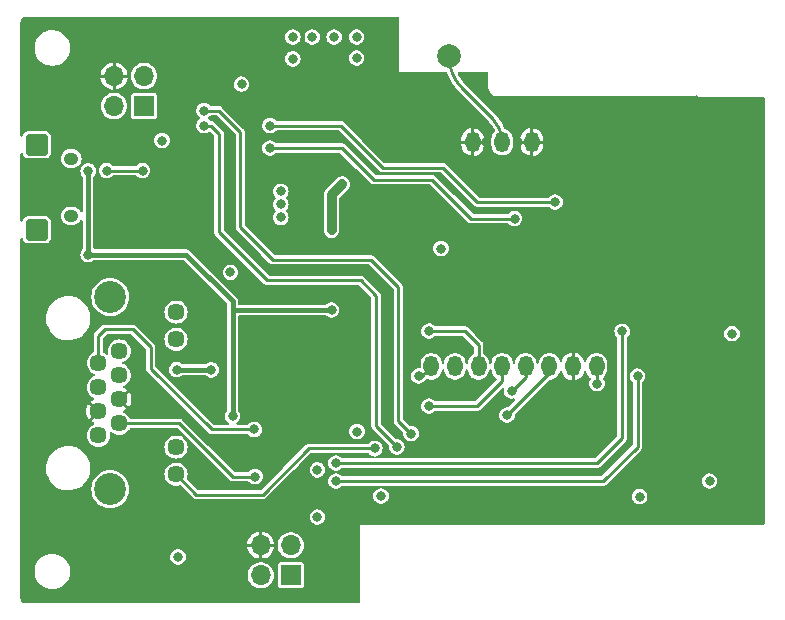
<source format=gbl>
G04 #@! TF.GenerationSoftware,KiCad,Pcbnew,7.0.7*
G04 #@! TF.CreationDate,2023-09-22T23:05:29+02:00*
G04 #@! TF.ProjectId,ithowifi_4l,6974686f-7769-4666-995f-346c2e6b6963,rev?*
G04 #@! TF.SameCoordinates,Original*
G04 #@! TF.FileFunction,Copper,L4,Bot*
G04 #@! TF.FilePolarity,Positive*
%FSLAX46Y46*%
G04 Gerber Fmt 4.6, Leading zero omitted, Abs format (unit mm)*
G04 Created by KiCad (PCBNEW 7.0.7) date 2023-09-22 23:05:29*
%MOMM*%
%LPD*%
G01*
G04 APERTURE LIST*
G04 Aperture macros list*
%AMRoundRect*
0 Rectangle with rounded corners*
0 $1 Rounding radius*
0 $2 $3 $4 $5 $6 $7 $8 $9 X,Y pos of 4 corners*
0 Add a 4 corners polygon primitive as box body*
4,1,4,$2,$3,$4,$5,$6,$7,$8,$9,$2,$3,0*
0 Add four circle primitives for the rounded corners*
1,1,$1+$1,$2,$3*
1,1,$1+$1,$4,$5*
1,1,$1+$1,$6,$7*
1,1,$1+$1,$8,$9*
0 Add four rect primitives between the rounded corners*
20,1,$1+$1,$2,$3,$4,$5,0*
20,1,$1+$1,$4,$5,$6,$7,0*
20,1,$1+$1,$6,$7,$8,$9,0*
20,1,$1+$1,$8,$9,$2,$3,0*%
G04 Aperture macros list end*
G04 #@! TA.AperFunction,ComponentPad*
%ADD10R,1.700000X1.700000*%
G04 #@! TD*
G04 #@! TA.AperFunction,ComponentPad*
%ADD11O,1.700000X1.700000*%
G04 #@! TD*
G04 #@! TA.AperFunction,ComponentPad*
%ADD12RoundRect,0.273000X-0.677000X0.637000X-0.677000X-0.637000X0.677000X-0.637000X0.677000X0.637000X0*%
G04 #@! TD*
G04 #@! TA.AperFunction,ComponentPad*
%ADD13O,1.250000X1.050000*%
G04 #@! TD*
G04 #@! TA.AperFunction,ComponentPad*
%ADD14C,1.446000*%
G04 #@! TD*
G04 #@! TA.AperFunction,ComponentPad*
%ADD15C,2.700000*%
G04 #@! TD*
G04 #@! TA.AperFunction,ComponentPad*
%ADD16C,2.000000*%
G04 #@! TD*
G04 #@! TA.AperFunction,SMDPad,CuDef*
%ADD17O,1.300000X1.750000*%
G04 #@! TD*
G04 #@! TA.AperFunction,ViaPad*
%ADD18C,0.800000*%
G04 #@! TD*
G04 #@! TA.AperFunction,Conductor*
%ADD19C,0.406400*%
G04 #@! TD*
G04 #@! TA.AperFunction,Conductor*
%ADD20C,0.812800*%
G04 #@! TD*
G04 #@! TA.AperFunction,Conductor*
%ADD21C,0.254000*%
G04 #@! TD*
G04 #@! TA.AperFunction,Conductor*
%ADD22C,0.293370*%
G04 #@! TD*
G04 APERTURE END LIST*
D10*
X75666600Y-154025600D03*
D11*
X73126600Y-154025600D03*
X75666600Y-151485600D03*
X73126600Y-151485600D03*
D12*
X54178200Y-117568000D03*
D13*
X57078200Y-118743000D03*
X57078200Y-123593000D03*
D12*
X54178200Y-124768000D03*
D14*
X59372500Y-142176500D03*
X61152500Y-141156500D03*
X59372500Y-140136500D03*
X61152500Y-139116500D03*
X59372500Y-138096500D03*
X61152500Y-137076500D03*
X59372500Y-136056500D03*
X61152500Y-135036500D03*
X65962500Y-145466500D03*
X65962500Y-143176500D03*
X65962500Y-134036500D03*
X65962500Y-131746500D03*
D15*
X60392500Y-130476500D03*
X60392500Y-146736500D03*
D10*
X63246000Y-114300000D03*
D11*
X60706000Y-114300000D03*
X63246000Y-111760000D03*
X60706000Y-111760000D03*
D16*
X89052400Y-110032800D03*
D17*
X101570000Y-136347358D03*
X99570000Y-136347358D03*
X97570000Y-136347358D03*
X95570000Y-136347358D03*
X93570000Y-136347358D03*
X91570000Y-136347358D03*
X89570000Y-136347358D03*
X87570000Y-136347358D03*
X91070000Y-117347358D03*
X93570000Y-117347358D03*
X96070000Y-117347358D03*
D18*
X85039200Y-121531200D03*
X85039200Y-123731200D03*
X85039200Y-122631200D03*
X92202000Y-116078000D03*
X89027000Y-112776000D03*
X93599000Y-114935000D03*
X92710000Y-114046000D03*
X91567000Y-112903000D03*
X86995000Y-111887000D03*
X88265000Y-111887000D03*
X85598000Y-111887000D03*
X91694000Y-111887000D03*
X109270800Y-148844000D03*
X76225400Y-114427000D03*
X96578000Y-114173000D03*
X94488000Y-118745000D03*
X79121000Y-134112000D03*
X100177600Y-142824200D03*
X115062000Y-114173000D03*
X100177600Y-141300200D03*
X100177600Y-139750800D03*
X90043000Y-113919000D03*
X94488000Y-116078000D03*
X111838000Y-114173000D03*
X98679000Y-139750800D03*
X101678000Y-114173000D03*
X103378000Y-114173000D03*
X90551000Y-111887000D03*
X97155000Y-139725400D03*
X98679000Y-141300200D03*
X69088000Y-132969000D03*
X108438000Y-114173000D03*
X98278000Y-114173000D03*
X92202000Y-117348000D03*
X79121000Y-135255000D03*
X84201000Y-111887000D03*
X84201000Y-107442000D03*
X94878000Y-114173000D03*
X106738000Y-114173000D03*
X69088000Y-135255000D03*
X82473800Y-114325400D03*
X97155000Y-141274800D03*
X110138000Y-114173000D03*
X69088000Y-134112000D03*
X92710000Y-118745000D03*
X98679000Y-142824200D03*
X91059000Y-114935000D03*
X113538000Y-114173000D03*
X87630000Y-148590000D03*
X84201000Y-108966000D03*
X105038000Y-114173000D03*
X79121000Y-132969000D03*
X105308400Y-148640800D03*
X99978000Y-114173000D03*
X94869000Y-117348000D03*
X97155000Y-142798800D03*
X84201000Y-110490000D03*
X58510873Y-126883727D03*
X79121000Y-131572000D03*
X70739000Y-140538200D03*
X58510873Y-119790990D03*
X79121000Y-124815600D03*
X80010000Y-120904000D03*
X74828400Y-121531200D03*
X74828400Y-123731200D03*
X74828400Y-122631200D03*
X75844400Y-110299500D03*
X75844400Y-108458000D03*
X77495400Y-108458000D03*
X79336900Y-108458000D03*
X81241900Y-108458000D03*
X81241900Y-110236000D03*
X66120300Y-152467600D03*
X113030000Y-133578600D03*
X64770000Y-117221000D03*
X71501000Y-112445800D03*
X70561200Y-128371600D03*
X83312000Y-147320000D03*
X101600000Y-137795000D03*
X77927200Y-145097506D03*
X105206800Y-147370800D03*
X81280000Y-141859000D03*
X111125000Y-146050000D03*
X88392000Y-126365000D03*
X77927200Y-149098000D03*
X93980000Y-140462000D03*
X87376000Y-139700000D03*
X94361000Y-138430000D03*
X86487000Y-137160000D03*
X87376000Y-133350000D03*
X79502000Y-144526000D03*
X103733600Y-133375400D03*
X105029000Y-137160000D03*
X79502000Y-146050000D03*
X66014600Y-136626600D03*
X68943500Y-136634500D03*
X82778600Y-143281400D03*
X68326000Y-114681000D03*
X85852000Y-142036800D03*
X84658200Y-143154400D03*
X68326000Y-115951000D03*
X60071000Y-119761000D03*
X63119000Y-119761000D03*
X72644000Y-145669000D03*
X72567800Y-141681200D03*
X73914000Y-115951000D03*
X98044000Y-122428000D03*
X94615000Y-123825000D03*
X73914000Y-117856000D03*
D19*
X70739000Y-130810000D02*
X70739000Y-131572000D01*
D20*
X80010000Y-120904000D02*
X79121000Y-121793000D01*
D19*
X58510873Y-126883727D02*
X58510873Y-119790990D01*
X66812727Y-126883727D02*
X70739000Y-130810000D01*
D20*
X79121000Y-121793000D02*
X79121000Y-124815600D01*
D19*
X58510873Y-126883727D02*
X66812727Y-126883727D01*
X70739000Y-131572000D02*
X70739000Y-140538200D01*
X79121000Y-131572000D02*
X70739000Y-131572000D01*
D21*
X101570000Y-137765000D02*
X101600000Y-137795000D01*
X101570000Y-136347358D02*
X101570000Y-137765000D01*
D22*
X97570000Y-136872000D02*
X93980000Y-140462000D01*
X97570000Y-136347358D02*
X97570000Y-136872000D01*
X93570000Y-137570000D02*
X91440000Y-139700000D01*
X93570000Y-136347358D02*
X93570000Y-137570000D01*
X91440000Y-139700000D02*
X87376000Y-139700000D01*
X95570000Y-137221000D02*
X95570000Y-136347358D01*
X94361000Y-138430000D02*
X95570000Y-137221000D01*
D21*
X86757358Y-137160000D02*
X87570000Y-136347358D01*
X86487000Y-137160000D02*
X86757358Y-137160000D01*
D22*
X90424000Y-133350000D02*
X87376000Y-133350000D01*
X91570000Y-136347358D02*
X91570000Y-134496000D01*
X91570000Y-134496000D02*
X90424000Y-133350000D01*
X103733600Y-142392400D02*
X101600000Y-144526000D01*
X101600000Y-144526000D02*
X79502000Y-144526000D01*
X103733600Y-133375400D02*
X103733600Y-142392400D01*
X105029000Y-137160000D02*
X105029000Y-143129000D01*
X102108000Y-146050000D02*
X79502000Y-146050000D01*
X105029000Y-143129000D02*
X102108000Y-146050000D01*
D19*
X68943500Y-136634500D02*
X66022500Y-136634500D01*
X66022500Y-136634500D02*
X66014600Y-136626600D01*
D21*
X65962500Y-145466500D02*
X67689000Y-147193000D01*
X67689000Y-147193000D02*
X73279000Y-147193000D01*
X77190600Y-143281400D02*
X82778600Y-143281400D01*
X73279000Y-147193000D02*
X77190600Y-143281400D01*
X84759800Y-140944600D02*
X85852000Y-142036800D01*
X68326000Y-114681000D02*
X69570600Y-114681000D01*
X71374000Y-124536200D02*
X74168000Y-127330200D01*
X69570600Y-114681000D02*
X71374000Y-116484400D01*
X82473800Y-127330200D02*
X84759800Y-129616200D01*
X74168000Y-127330200D02*
X82473800Y-127330200D01*
X71374000Y-116484400D02*
X71374000Y-124536200D01*
X84759800Y-129616200D02*
X84759800Y-140944600D01*
D22*
X69596000Y-116636800D02*
X68910200Y-115951000D01*
X84658200Y-143154400D02*
X82905600Y-141401800D01*
X81584800Y-129057400D02*
X73685400Y-129057400D01*
X69596000Y-124968000D02*
X69596000Y-116636800D01*
X68910200Y-115951000D02*
X68326000Y-115951000D01*
X82905600Y-141401800D02*
X82905600Y-130378200D01*
X82905600Y-130378200D02*
X81584800Y-129057400D01*
X73685400Y-129057400D02*
X69596000Y-124968000D01*
D21*
X63119000Y-119761000D02*
X60071000Y-119761000D01*
D22*
X92741725Y-115347725D02*
X90201873Y-112807873D01*
X93570032Y-117347358D02*
G75*
G03*
X92741725Y-115347725I-2827932J-42D01*
G01*
X89052416Y-110032800D02*
G75*
G03*
X90201873Y-112807873I3924584J0D01*
G01*
X66226500Y-141156500D02*
X61152500Y-141156500D01*
X72644000Y-145669000D02*
X70739000Y-145669000D01*
X70739000Y-145669000D02*
X66226500Y-141156500D01*
X63804800Y-134721600D02*
X63804800Y-136525000D01*
X59944000Y-133197600D02*
X62280800Y-133197600D01*
X59372500Y-136056500D02*
X59372500Y-133769100D01*
X68961000Y-141681200D02*
X72567800Y-141681200D01*
X62280800Y-133197600D02*
X63804800Y-134721600D01*
X59372500Y-133769100D02*
X59944000Y-133197600D01*
X63804800Y-136525000D02*
X68961000Y-141681200D01*
D21*
X73914000Y-115951000D02*
X79883000Y-115951000D01*
X91440000Y-122428000D02*
X98044000Y-122428000D01*
X79883000Y-115951000D02*
X83439000Y-119507000D01*
X83439000Y-119507000D02*
X88519000Y-119507000D01*
X88519000Y-119507000D02*
X91440000Y-122428000D01*
D22*
X80010000Y-117856000D02*
X73914000Y-117856000D01*
X82677000Y-120523000D02*
X80010000Y-117856000D01*
X90932000Y-123825000D02*
X87630000Y-120523000D01*
X87630000Y-120523000D02*
X82677000Y-120523000D01*
X94615000Y-123825000D02*
X90932000Y-123825000D01*
G04 #@! TA.AperFunction,Conductor*
G36*
X84794531Y-106737713D02*
G01*
X84831076Y-106788013D01*
X84836000Y-106819100D01*
X84836000Y-111379000D01*
X88793150Y-111379000D01*
X88852281Y-111398213D01*
X88887682Y-111445193D01*
X88915860Y-111522611D01*
X88976095Y-111688111D01*
X88976695Y-111689758D01*
X89136329Y-112032098D01*
X89325191Y-112359223D01*
X89456284Y-112546446D01*
X89541849Y-112668646D01*
X89784643Y-112958002D01*
X89784643Y-112958003D01*
X89894824Y-113068185D01*
X89894842Y-113068204D01*
X92417261Y-115590622D01*
X92457051Y-115630413D01*
X92458988Y-115632461D01*
X92637508Y-115832220D01*
X92641022Y-115836628D01*
X92795232Y-116053961D01*
X92798235Y-116058740D01*
X92927140Y-116291968D01*
X92929590Y-116297054D01*
X92957727Y-116364981D01*
X92962606Y-116426963D01*
X92939546Y-116470794D01*
X92834212Y-116587780D01*
X92739147Y-116752438D01*
X92739145Y-116752440D01*
X92680391Y-116933267D01*
X92665500Y-117074957D01*
X92665500Y-117619758D01*
X92680391Y-117761448D01*
X92739145Y-117942275D01*
X92739146Y-117942276D01*
X92739147Y-117942278D01*
X92834214Y-118106938D01*
X92884146Y-118162393D01*
X92961439Y-118248236D01*
X92977021Y-118259557D01*
X93115259Y-118359993D01*
X93288955Y-118437327D01*
X93474933Y-118476858D01*
X93474934Y-118476858D01*
X93665066Y-118476858D01*
X93665067Y-118476858D01*
X93851045Y-118437327D01*
X94024741Y-118359993D01*
X94178562Y-118248235D01*
X94305786Y-118106938D01*
X94400853Y-117942278D01*
X94459608Y-117761450D01*
X94474500Y-117619759D01*
X94474500Y-117474358D01*
X95115200Y-117474358D01*
X95115200Y-117620779D01*
X95129921Y-117765549D01*
X95129922Y-117765554D01*
X95188053Y-117950829D01*
X95282294Y-118120618D01*
X95282295Y-118120619D01*
X95408780Y-118267957D01*
X95562340Y-118386821D01*
X95736682Y-118472340D01*
X95736691Y-118472343D01*
X95924660Y-118521013D01*
X95924675Y-118521015D01*
X95942999Y-118521944D01*
X95943000Y-118521944D01*
X95943000Y-117474358D01*
X96197000Y-117474358D01*
X96197000Y-118518840D01*
X96310559Y-118501444D01*
X96492654Y-118434003D01*
X96657452Y-118331284D01*
X96798197Y-118197496D01*
X96909131Y-118038112D01*
X96985707Y-117859669D01*
X96985710Y-117859660D01*
X97024800Y-117669451D01*
X97024800Y-117474358D01*
X96197000Y-117474358D01*
X95943000Y-117474358D01*
X95115200Y-117474358D01*
X94474500Y-117474358D01*
X94474500Y-117220358D01*
X95115200Y-117220358D01*
X95943000Y-117220358D01*
X95943000Y-116175874D01*
X95829439Y-116193272D01*
X95647345Y-116260712D01*
X95482547Y-116363431D01*
X95341802Y-116497219D01*
X95230868Y-116656603D01*
X95154292Y-116835046D01*
X95154289Y-116835055D01*
X95115200Y-117025264D01*
X95115200Y-117220358D01*
X94474500Y-117220358D01*
X94474500Y-117074957D01*
X94459608Y-116933266D01*
X94417911Y-116804937D01*
X94400854Y-116752440D01*
X94400853Y-116752439D01*
X94400853Y-116752438D01*
X94305786Y-116587778D01*
X94178562Y-116446481D01*
X94178561Y-116446480D01*
X94178560Y-116446479D01*
X94024744Y-116334725D01*
X94024743Y-116334724D01*
X94024741Y-116334723D01*
X93851045Y-116257389D01*
X93851044Y-116257388D01*
X93851040Y-116257387D01*
X93831244Y-116253180D01*
X93777399Y-116222093D01*
X93759217Y-116193276D01*
X93759215Y-116193272D01*
X93750723Y-116172771D01*
X96197000Y-116172771D01*
X96197000Y-117220358D01*
X97024800Y-117220358D01*
X97024800Y-117073936D01*
X97010078Y-116929166D01*
X97010077Y-116929161D01*
X96951946Y-116743886D01*
X96857705Y-116574097D01*
X96857704Y-116574096D01*
X96731219Y-116426758D01*
X96577659Y-116307894D01*
X96403317Y-116222375D01*
X96215326Y-116173701D01*
X96215328Y-116173701D01*
X96197000Y-116172771D01*
X93750723Y-116172771D01*
X93664689Y-115965070D01*
X93515124Y-115685263D01*
X93502528Y-115666412D01*
X93338860Y-115421472D01*
X93338849Y-115421458D01*
X93328133Y-115408401D01*
X93137576Y-115176212D01*
X93025402Y-115064041D01*
X93015861Y-115054500D01*
X90486413Y-112525051D01*
X90484710Y-112523262D01*
X90414504Y-112445800D01*
X90255017Y-112269828D01*
X90251886Y-112266013D01*
X90048860Y-111992259D01*
X90046116Y-111988153D01*
X89870903Y-111695825D01*
X89868574Y-111691469D01*
X89788712Y-111522611D01*
X89780799Y-111460943D01*
X89810645Y-111406401D01*
X89866850Y-111379818D01*
X89879654Y-111379000D01*
X92254485Y-111379000D01*
X92313616Y-111398213D01*
X92350161Y-111448513D01*
X92355085Y-111479636D01*
X92354699Y-112546446D01*
X92352607Y-112630393D01*
X92379354Y-112796765D01*
X92436061Y-112955436D01*
X92436066Y-112955446D01*
X92520822Y-113101075D01*
X92520824Y-113101077D01*
X92630781Y-113228764D01*
X92762226Y-113334199D01*
X92910731Y-113413828D01*
X93071290Y-113464968D01*
X93071294Y-113464968D01*
X93071300Y-113464970D01*
X93154823Y-113475423D01*
X93238492Y-113485895D01*
X93319612Y-113481035D01*
X93322617Y-113480946D01*
X109631484Y-113481802D01*
X109631571Y-113481831D01*
X109631572Y-113481805D01*
X109673216Y-113481842D01*
X109673216Y-113481843D01*
X109736073Y-113481901D01*
X109858685Y-113454153D01*
X109965892Y-113403015D01*
X110027530Y-113394899D01*
X110082171Y-113424565D01*
X110108939Y-113480681D01*
X110109783Y-113495676D01*
X110108999Y-113537999D01*
X110109000Y-113538000D01*
X115680900Y-113538000D01*
X115740031Y-113557213D01*
X115776576Y-113607513D01*
X115781500Y-113638600D01*
X115781500Y-149667400D01*
X115762287Y-149726531D01*
X115711987Y-149763076D01*
X115680900Y-149768000D01*
X81532000Y-149768000D01*
X81532000Y-156316900D01*
X81512787Y-156376031D01*
X81462487Y-156412576D01*
X81431400Y-156417500D01*
X53235298Y-156417500D01*
X53228727Y-156417069D01*
X53210655Y-156414690D01*
X53128792Y-156403912D01*
X53103425Y-156397115D01*
X53019487Y-156362347D01*
X52996743Y-156349216D01*
X52924660Y-156293904D01*
X52906095Y-156275339D01*
X52850781Y-156203252D01*
X52837654Y-156180516D01*
X52802884Y-156096574D01*
X52796087Y-156071206D01*
X52782931Y-155971274D01*
X52782500Y-155964702D01*
X52782500Y-153828340D01*
X53981500Y-153828340D01*
X54022429Y-154073613D01*
X54103171Y-154308809D01*
X54103172Y-154308810D01*
X54221521Y-154527501D01*
X54221523Y-154527503D01*
X54221526Y-154527509D01*
X54374262Y-154723744D01*
X54374266Y-154723749D01*
X54521668Y-154859441D01*
X54557215Y-154892164D01*
X54765393Y-155028173D01*
X54993119Y-155128063D01*
X55234179Y-155189108D01*
X55234182Y-155189108D01*
X55234185Y-155189109D01*
X55373890Y-155200684D01*
X55419933Y-155204500D01*
X55419935Y-155204500D01*
X55544065Y-155204500D01*
X55544067Y-155204500D01*
X55596623Y-155200145D01*
X55729814Y-155189109D01*
X55729816Y-155189108D01*
X55729821Y-155189108D01*
X55970881Y-155128063D01*
X56198607Y-155028173D01*
X56406785Y-154892164D01*
X56589738Y-154723744D01*
X56742474Y-154527509D01*
X56860828Y-154308810D01*
X56941571Y-154073614D01*
X56949583Y-154025600D01*
X72017368Y-154025600D01*
X72036254Y-154229416D01*
X72036254Y-154229417D01*
X72092272Y-154426303D01*
X72092273Y-154426304D01*
X72183509Y-154609530D01*
X72183510Y-154609531D01*
X72183512Y-154609535D01*
X72306868Y-154772885D01*
X72458128Y-154910778D01*
X72458132Y-154910781D01*
X72458138Y-154910786D01*
X72632173Y-155018544D01*
X72823044Y-155092488D01*
X72872424Y-155101718D01*
X73024251Y-155130100D01*
X73024253Y-155130100D01*
X73228948Y-155130100D01*
X73307950Y-155115332D01*
X73430156Y-155092488D01*
X73621027Y-155018544D01*
X73795062Y-154910786D01*
X73806164Y-154900665D01*
X74562100Y-154900665D01*
X74576866Y-154974901D01*
X74576867Y-154974904D01*
X74633114Y-155059082D01*
X74633115Y-155059083D01*
X74633116Y-155059084D01*
X74717299Y-155115334D01*
X74791533Y-155130100D01*
X76541666Y-155130099D01*
X76615901Y-155115334D01*
X76700084Y-155059084D01*
X76756334Y-154974901D01*
X76771100Y-154900667D01*
X76771099Y-153150534D01*
X76756334Y-153076299D01*
X76756332Y-153076297D01*
X76756332Y-153076295D01*
X76700085Y-152992117D01*
X76700083Y-152992115D01*
X76650092Y-152958712D01*
X76615901Y-152935866D01*
X76615900Y-152935865D01*
X76615899Y-152935865D01*
X76560098Y-152924766D01*
X76541667Y-152921100D01*
X76541666Y-152921100D01*
X74791534Y-152921100D01*
X74717298Y-152935866D01*
X74717295Y-152935867D01*
X74633117Y-152992114D01*
X74633115Y-152992116D01*
X74576865Y-153076300D01*
X74562100Y-153150533D01*
X74562100Y-154900665D01*
X73806164Y-154900665D01*
X73946332Y-154772885D01*
X74069688Y-154609535D01*
X74160928Y-154426301D01*
X74216945Y-154229421D01*
X74235832Y-154025600D01*
X74216945Y-153821779D01*
X74160928Y-153624899D01*
X74069688Y-153441665D01*
X73946332Y-153278315D01*
X73946331Y-153278314D01*
X73795071Y-153140421D01*
X73795066Y-153140417D01*
X73795062Y-153140414D01*
X73621027Y-153032656D01*
X73621023Y-153032654D01*
X73430154Y-152958711D01*
X73430149Y-152958710D01*
X73228949Y-152921100D01*
X73228947Y-152921100D01*
X73024253Y-152921100D01*
X73024251Y-152921100D01*
X72823050Y-152958710D01*
X72823045Y-152958711D01*
X72632176Y-153032654D01*
X72632172Y-153032656D01*
X72549151Y-153084061D01*
X72458138Y-153140414D01*
X72458136Y-153140415D01*
X72458137Y-153140415D01*
X72458128Y-153140421D01*
X72306868Y-153278314D01*
X72183510Y-153441668D01*
X72183509Y-153441669D01*
X72092273Y-153624895D01*
X72092272Y-153624896D01*
X72036254Y-153821782D01*
X72036254Y-153821783D01*
X72017368Y-154025600D01*
X56949583Y-154025600D01*
X56982500Y-153828335D01*
X56982500Y-153579665D01*
X56941571Y-153334386D01*
X56860828Y-153099190D01*
X56764451Y-152921101D01*
X56742478Y-152880498D01*
X56742477Y-152880497D01*
X56742474Y-152880491D01*
X56589738Y-152684256D01*
X56589736Y-152684254D01*
X56589733Y-152684250D01*
X56406788Y-152515839D01*
X56406785Y-152515836D01*
X56332954Y-152467600D01*
X65460993Y-152467600D01*
X65480151Y-152625382D01*
X65536513Y-152773995D01*
X65626802Y-152904801D01*
X65626803Y-152904802D01*
X65626804Y-152904803D01*
X65626805Y-152904804D01*
X65745768Y-153010197D01*
X65745769Y-153010198D01*
X65745771Y-153010199D01*
X65886507Y-153084063D01*
X66040829Y-153122100D01*
X66040833Y-153122100D01*
X66199767Y-153122100D01*
X66199771Y-153122100D01*
X66354093Y-153084063D01*
X66494829Y-153010199D01*
X66613798Y-152904801D01*
X66704087Y-152773995D01*
X66760449Y-152625382D01*
X66779607Y-152467600D01*
X66760449Y-152309818D01*
X66704087Y-152161205D01*
X66613798Y-152030399D01*
X66613795Y-152030396D01*
X66613794Y-152030395D01*
X66494831Y-151925002D01*
X66494830Y-151925001D01*
X66354095Y-151851138D01*
X66354094Y-151851137D01*
X66354093Y-151851137D01*
X66275847Y-151831851D01*
X66199773Y-151813100D01*
X66199771Y-151813100D01*
X66040829Y-151813100D01*
X66040826Y-151813100D01*
X65926714Y-151841226D01*
X65886507Y-151851137D01*
X65886506Y-151851137D01*
X65886504Y-151851138D01*
X65745769Y-151925001D01*
X65745768Y-151925002D01*
X65626805Y-152030395D01*
X65626804Y-152030396D01*
X65536512Y-152161206D01*
X65514635Y-152218892D01*
X65480151Y-152309818D01*
X65460993Y-152467600D01*
X56332954Y-152467600D01*
X56198612Y-152379830D01*
X56198610Y-152379829D01*
X56198607Y-152379827D01*
X55970881Y-152279937D01*
X55970881Y-152279936D01*
X55729814Y-152218890D01*
X55563478Y-152205108D01*
X55544067Y-152203500D01*
X55419933Y-152203500D01*
X55401485Y-152205028D01*
X55234185Y-152218890D01*
X54993118Y-152279937D01*
X54924997Y-152309818D01*
X54765393Y-152379827D01*
X54765391Y-152379828D01*
X54765387Y-152379830D01*
X54557214Y-152515836D01*
X54557211Y-152515839D01*
X54374266Y-152684250D01*
X54221521Y-152880498D01*
X54103172Y-153099189D01*
X54103171Y-153099190D01*
X54022429Y-153334386D01*
X53981500Y-153579659D01*
X53981500Y-153828340D01*
X52782500Y-153828340D01*
X52782500Y-151358599D01*
X71978620Y-151358599D01*
X71978621Y-151358600D01*
X72526000Y-151358600D01*
X72585131Y-151377813D01*
X72621676Y-151428113D01*
X72626600Y-151459200D01*
X72626600Y-151512000D01*
X72607387Y-151571131D01*
X72557087Y-151607676D01*
X72526000Y-151612600D01*
X71978621Y-151612600D01*
X71986599Y-151698698D01*
X72045168Y-151904551D01*
X72045169Y-151904552D01*
X72140560Y-152096123D01*
X72269537Y-152266917D01*
X72427686Y-152411090D01*
X72427695Y-152411096D01*
X72609655Y-152523762D01*
X72609659Y-152523764D01*
X72809219Y-152601073D01*
X72999599Y-152636662D01*
X72999600Y-152636662D01*
X72999600Y-152086200D01*
X73018813Y-152027069D01*
X73069113Y-151990524D01*
X73100200Y-151985600D01*
X73153000Y-151985600D01*
X73212131Y-152004813D01*
X73248676Y-152055113D01*
X73253600Y-152086200D01*
X73253600Y-152636662D01*
X73443980Y-152601073D01*
X73643540Y-152523764D01*
X73643544Y-152523762D01*
X73825504Y-152411096D01*
X73825513Y-152411090D01*
X73983662Y-152266917D01*
X74112638Y-152096123D01*
X74112639Y-152096123D01*
X74208030Y-151904552D01*
X74208031Y-151904551D01*
X74266600Y-151698698D01*
X74274579Y-151612600D01*
X73727200Y-151612600D01*
X73668069Y-151593387D01*
X73631524Y-151543087D01*
X73626600Y-151512000D01*
X73626600Y-151485600D01*
X74557368Y-151485600D01*
X74576254Y-151689416D01*
X74576254Y-151689417D01*
X74632272Y-151886303D01*
X74632273Y-151886304D01*
X74723509Y-152069530D01*
X74723510Y-152069531D01*
X74723512Y-152069535D01*
X74836301Y-152218892D01*
X74846868Y-152232885D01*
X74998128Y-152370778D01*
X74998132Y-152370781D01*
X74998138Y-152370786D01*
X75172173Y-152478544D01*
X75363044Y-152552488D01*
X75412424Y-152561718D01*
X75564251Y-152590100D01*
X75564253Y-152590100D01*
X75768948Y-152590100D01*
X75844861Y-152575909D01*
X75970156Y-152552488D01*
X76161027Y-152478544D01*
X76335062Y-152370786D01*
X76486332Y-152232885D01*
X76609688Y-152069535D01*
X76700928Y-151886301D01*
X76756945Y-151689421D01*
X76775832Y-151485600D01*
X76756945Y-151281779D01*
X76700928Y-151084899D01*
X76609688Y-150901665D01*
X76486332Y-150738315D01*
X76449000Y-150704282D01*
X76335071Y-150600421D01*
X76335066Y-150600417D01*
X76335062Y-150600414D01*
X76161027Y-150492656D01*
X76161023Y-150492654D01*
X75970154Y-150418711D01*
X75970149Y-150418710D01*
X75768949Y-150381100D01*
X75768947Y-150381100D01*
X75564253Y-150381100D01*
X75564251Y-150381100D01*
X75363050Y-150418710D01*
X75363045Y-150418711D01*
X75172176Y-150492654D01*
X75172172Y-150492656D01*
X75064414Y-150559377D01*
X74998138Y-150600414D01*
X74998136Y-150600415D01*
X74998137Y-150600415D01*
X74998128Y-150600421D01*
X74846868Y-150738314D01*
X74723510Y-150901668D01*
X74723509Y-150901669D01*
X74632273Y-151084895D01*
X74632272Y-151084896D01*
X74576254Y-151281782D01*
X74576254Y-151281783D01*
X74557368Y-151485600D01*
X73626600Y-151485600D01*
X73626600Y-151459200D01*
X73645813Y-151400069D01*
X73696113Y-151363524D01*
X73727200Y-151358600D01*
X74274579Y-151358600D01*
X74274579Y-151358599D01*
X74266600Y-151272501D01*
X74208031Y-151066648D01*
X74208030Y-151066647D01*
X74112639Y-150875076D01*
X73983662Y-150704282D01*
X73825513Y-150560109D01*
X73825504Y-150560103D01*
X73643544Y-150447437D01*
X73643540Y-150447435D01*
X73443981Y-150370126D01*
X73253600Y-150334537D01*
X73253600Y-150885000D01*
X73234387Y-150944131D01*
X73184087Y-150980676D01*
X73153000Y-150985600D01*
X73100200Y-150985600D01*
X73041069Y-150966387D01*
X73004524Y-150916087D01*
X72999600Y-150885000D01*
X72999600Y-150334537D01*
X72809218Y-150370126D01*
X72609659Y-150447435D01*
X72609655Y-150447437D01*
X72427695Y-150560103D01*
X72427686Y-150560109D01*
X72269537Y-150704282D01*
X72140561Y-150875076D01*
X72140560Y-150875076D01*
X72045169Y-151066647D01*
X72045168Y-151066648D01*
X71986599Y-151272501D01*
X71978620Y-151358599D01*
X52782500Y-151358599D01*
X52782500Y-149098000D01*
X77267893Y-149098000D01*
X77287051Y-149255782D01*
X77343413Y-149404395D01*
X77433702Y-149535201D01*
X77433703Y-149535202D01*
X77433704Y-149535203D01*
X77433705Y-149535204D01*
X77552668Y-149640597D01*
X77552669Y-149640598D01*
X77552671Y-149640599D01*
X77693407Y-149714463D01*
X77847729Y-149752500D01*
X77847733Y-149752500D01*
X78006667Y-149752500D01*
X78006671Y-149752500D01*
X78160993Y-149714463D01*
X78301729Y-149640599D01*
X78420698Y-149535201D01*
X78510987Y-149404395D01*
X78567349Y-149255782D01*
X78586507Y-149098000D01*
X78567349Y-148940218D01*
X78510987Y-148791605D01*
X78420698Y-148660799D01*
X78420695Y-148660796D01*
X78420694Y-148660795D01*
X78301731Y-148555402D01*
X78301730Y-148555401D01*
X78160995Y-148481538D01*
X78160994Y-148481537D01*
X78160993Y-148481537D01*
X78082747Y-148462251D01*
X78006673Y-148443500D01*
X78006671Y-148443500D01*
X77847729Y-148443500D01*
X77847726Y-148443500D01*
X77733614Y-148471626D01*
X77693407Y-148481537D01*
X77693406Y-148481537D01*
X77693404Y-148481538D01*
X77552669Y-148555401D01*
X77552668Y-148555402D01*
X77433705Y-148660795D01*
X77433704Y-148660796D01*
X77343412Y-148791606D01*
X77287051Y-148940217D01*
X77287051Y-148940218D01*
X77267893Y-149098000D01*
X52782500Y-149098000D01*
X52782500Y-145025187D01*
X54953238Y-145025187D01*
X54983263Y-145298071D01*
X55052704Y-145563682D01*
X55160077Y-145816353D01*
X55303095Y-146050696D01*
X55478711Y-146261720D01*
X55478715Y-146261725D01*
X55683179Y-146444925D01*
X55912138Y-146596403D01*
X55912143Y-146596405D01*
X56160709Y-146712928D01*
X56160713Y-146712929D01*
X56160721Y-146712933D01*
X56423619Y-146792027D01*
X56423620Y-146792027D01*
X56423623Y-146792028D01*
X56581941Y-146815327D01*
X56695231Y-146832000D01*
X56695233Y-146832000D01*
X56901051Y-146832000D01*
X56934802Y-146829529D01*
X57106305Y-146816977D01*
X57374275Y-146757284D01*
X57428617Y-146736500D01*
X58783039Y-146736500D01*
X58802853Y-146988272D01*
X58802854Y-146988278D01*
X58861810Y-147233849D01*
X58958457Y-147467174D01*
X58958459Y-147467180D01*
X59090420Y-147682519D01*
X59090423Y-147682522D01*
X59254436Y-147874558D01*
X59254441Y-147874563D01*
X59446477Y-148038576D01*
X59446480Y-148038579D01*
X59661819Y-148170540D01*
X59661825Y-148170542D01*
X59895150Y-148267189D01*
X60128535Y-148323219D01*
X60140725Y-148326146D01*
X60392500Y-148345961D01*
X60644275Y-148326146D01*
X60730196Y-148305517D01*
X60889849Y-148267189D01*
X60950794Y-148241944D01*
X61123180Y-148170540D01*
X61338517Y-148038581D01*
X61530561Y-147874561D01*
X61694581Y-147682517D01*
X61826540Y-147467180D01*
X61923188Y-147233851D01*
X61923187Y-147233851D01*
X61923189Y-147233849D01*
X61963869Y-147064405D01*
X61982146Y-146988275D01*
X62001961Y-146736500D01*
X61982146Y-146484725D01*
X61974094Y-146451185D01*
X61923189Y-146239150D01*
X61826542Y-146005825D01*
X61826540Y-146005819D01*
X61694579Y-145790480D01*
X61694576Y-145790477D01*
X61530563Y-145598441D01*
X61530558Y-145598436D01*
X61376078Y-145466499D01*
X64980270Y-145466499D01*
X64999143Y-145658127D01*
X65055039Y-145842387D01*
X65145801Y-146012191D01*
X65145810Y-146012204D01*
X65266625Y-146159416D01*
X65267959Y-146161041D01*
X65267964Y-146161045D01*
X65416795Y-146283189D01*
X65416808Y-146283198D01*
X65586612Y-146373960D01*
X65586614Y-146373960D01*
X65586617Y-146373962D01*
X65711723Y-146411913D01*
X65770872Y-146429856D01*
X65770873Y-146429856D01*
X65770876Y-146429857D01*
X65962500Y-146448730D01*
X66154124Y-146429857D01*
X66274586Y-146393314D01*
X66336749Y-146394534D01*
X66374925Y-146418447D01*
X67383882Y-147427405D01*
X67396966Y-147443517D01*
X67404438Y-147454954D01*
X67404440Y-147454956D01*
X67433516Y-147477586D01*
X67438193Y-147481717D01*
X67441589Y-147485112D01*
X67441596Y-147485118D01*
X67460898Y-147498898D01*
X67504914Y-147533158D01*
X67511935Y-147536956D01*
X67519128Y-147540473D01*
X67519131Y-147540475D01*
X67572582Y-147556388D01*
X67625339Y-147574500D01*
X67625340Y-147574500D01*
X67633214Y-147575814D01*
X67641157Y-147576804D01*
X67641159Y-147576805D01*
X67641160Y-147576804D01*
X67641161Y-147576805D01*
X67696884Y-147574500D01*
X73228999Y-147574500D01*
X73249643Y-147576640D01*
X73263017Y-147579445D01*
X73299582Y-147574886D01*
X73305811Y-147574500D01*
X73310609Y-147574500D01*
X73310611Y-147574500D01*
X73310613Y-147574499D01*
X73310620Y-147574499D01*
X73328168Y-147571569D01*
X73334004Y-147570596D01*
X73389360Y-147563696D01*
X73389366Y-147563692D01*
X73397012Y-147561417D01*
X73404580Y-147558818D01*
X73404586Y-147558818D01*
X73453641Y-147532270D01*
X73503746Y-147507776D01*
X73503749Y-147507772D01*
X73510260Y-147503123D01*
X73516555Y-147498223D01*
X73516562Y-147498220D01*
X73554341Y-147457180D01*
X73691521Y-147320000D01*
X82652693Y-147320000D01*
X82671851Y-147477782D01*
X82728213Y-147626395D01*
X82818502Y-147757201D01*
X82818503Y-147757202D01*
X82818504Y-147757203D01*
X82818505Y-147757204D01*
X82937468Y-147862597D01*
X82937469Y-147862598D01*
X82937471Y-147862599D01*
X83078207Y-147936463D01*
X83232529Y-147974500D01*
X83232533Y-147974500D01*
X83391467Y-147974500D01*
X83391471Y-147974500D01*
X83545793Y-147936463D01*
X83686529Y-147862599D01*
X83805498Y-147757201D01*
X83895787Y-147626395D01*
X83952149Y-147477782D01*
X83965139Y-147370800D01*
X104547493Y-147370800D01*
X104566651Y-147528582D01*
X104623013Y-147677195D01*
X104713302Y-147808001D01*
X104713303Y-147808002D01*
X104713304Y-147808003D01*
X104713305Y-147808004D01*
X104832268Y-147913397D01*
X104832269Y-147913398D01*
X104832271Y-147913399D01*
X104973007Y-147987263D01*
X105127329Y-148025300D01*
X105127333Y-148025300D01*
X105286267Y-148025300D01*
X105286271Y-148025300D01*
X105440593Y-147987263D01*
X105581329Y-147913399D01*
X105700298Y-147808001D01*
X105790587Y-147677195D01*
X105846949Y-147528582D01*
X105866107Y-147370800D01*
X105846949Y-147213018D01*
X105790587Y-147064405D01*
X105700298Y-146933599D01*
X105700295Y-146933596D01*
X105700294Y-146933595D01*
X105581331Y-146828202D01*
X105581330Y-146828201D01*
X105440595Y-146754338D01*
X105440594Y-146754337D01*
X105440593Y-146754337D01*
X105362346Y-146735051D01*
X105286273Y-146716300D01*
X105286271Y-146716300D01*
X105127329Y-146716300D01*
X105127326Y-146716300D01*
X105045374Y-146736500D01*
X104973007Y-146754337D01*
X104973006Y-146754337D01*
X104973004Y-146754338D01*
X104832269Y-146828201D01*
X104832268Y-146828202D01*
X104713305Y-146933595D01*
X104713304Y-146933596D01*
X104623012Y-147064406D01*
X104585917Y-147162218D01*
X104566651Y-147213018D01*
X104547493Y-147370800D01*
X83965139Y-147370800D01*
X83971307Y-147320000D01*
X83952149Y-147162218D01*
X83895787Y-147013605D01*
X83805498Y-146882799D01*
X83805495Y-146882796D01*
X83805494Y-146882795D01*
X83686531Y-146777402D01*
X83686530Y-146777401D01*
X83545795Y-146703538D01*
X83545794Y-146703537D01*
X83545793Y-146703537D01*
X83467546Y-146684251D01*
X83391473Y-146665500D01*
X83391471Y-146665500D01*
X83232529Y-146665500D01*
X83232526Y-146665500D01*
X83118414Y-146693626D01*
X83078207Y-146703537D01*
X83078206Y-146703537D01*
X83078204Y-146703538D01*
X82937469Y-146777401D01*
X82937468Y-146777402D01*
X82818505Y-146882795D01*
X82818504Y-146882796D01*
X82728212Y-147013606D01*
X82671851Y-147162218D01*
X82663154Y-147233849D01*
X82652693Y-147320000D01*
X73691521Y-147320000D01*
X74961522Y-146050000D01*
X78842693Y-146050000D01*
X78861851Y-146207782D01*
X78918213Y-146356395D01*
X79008502Y-146487201D01*
X79008503Y-146487202D01*
X79008504Y-146487203D01*
X79008505Y-146487204D01*
X79127468Y-146592597D01*
X79127469Y-146592598D01*
X79127471Y-146592599D01*
X79268207Y-146666463D01*
X79422529Y-146704500D01*
X79422533Y-146704500D01*
X79581467Y-146704500D01*
X79581471Y-146704500D01*
X79735793Y-146666463D01*
X79876529Y-146592599D01*
X79995498Y-146487201D01*
X79995503Y-146487192D01*
X79997376Y-146485080D01*
X79998913Y-146484175D01*
X80000053Y-146483166D01*
X80000250Y-146483389D01*
X80050966Y-146453557D01*
X80072681Y-146451185D01*
X102171539Y-146451185D01*
X102171541Y-146451185D01*
X102194419Y-146443751D01*
X102209750Y-146440070D01*
X102233518Y-146436306D01*
X102254955Y-146425382D01*
X102269523Y-146419348D01*
X102292405Y-146411914D01*
X102311869Y-146397771D01*
X102325319Y-146389529D01*
X102346750Y-146378611D01*
X102363617Y-146361742D01*
X102363622Y-146361739D01*
X102369352Y-146356009D01*
X102369354Y-146356008D01*
X102675362Y-146050000D01*
X110465693Y-146050000D01*
X110484851Y-146207782D01*
X110541213Y-146356395D01*
X110631502Y-146487201D01*
X110631503Y-146487202D01*
X110631504Y-146487203D01*
X110631505Y-146487204D01*
X110750468Y-146592597D01*
X110750469Y-146592598D01*
X110750471Y-146592599D01*
X110891207Y-146666463D01*
X111045529Y-146704500D01*
X111045533Y-146704500D01*
X111204467Y-146704500D01*
X111204471Y-146704500D01*
X111358793Y-146666463D01*
X111499529Y-146592599D01*
X111618498Y-146487201D01*
X111708787Y-146356395D01*
X111765149Y-146207782D01*
X111784307Y-146050000D01*
X111765149Y-145892218D01*
X111708787Y-145743605D01*
X111618498Y-145612799D01*
X111618495Y-145612796D01*
X111618494Y-145612795D01*
X111499531Y-145507402D01*
X111499530Y-145507401D01*
X111358795Y-145433538D01*
X111358794Y-145433537D01*
X111358793Y-145433537D01*
X111280546Y-145414251D01*
X111204473Y-145395500D01*
X111204471Y-145395500D01*
X111045529Y-145395500D01*
X111045526Y-145395500D01*
X110931414Y-145423626D01*
X110891207Y-145433537D01*
X110891206Y-145433537D01*
X110891204Y-145433538D01*
X110750469Y-145507401D01*
X110750468Y-145507402D01*
X110631505Y-145612795D01*
X110631504Y-145612796D01*
X110541212Y-145743606D01*
X110489893Y-145878924D01*
X110484851Y-145892218D01*
X110465693Y-146050000D01*
X102675362Y-146050000D01*
X105335008Y-143390354D01*
X105335009Y-143390352D01*
X105340739Y-143384622D01*
X105340742Y-143384617D01*
X105357611Y-143367750D01*
X105368529Y-143346319D01*
X105376771Y-143332869D01*
X105390914Y-143313405D01*
X105398348Y-143290523D01*
X105404382Y-143275955D01*
X105415306Y-143254518D01*
X105419070Y-143230750D01*
X105422751Y-143215419D01*
X105430185Y-143192541D01*
X105430185Y-143065459D01*
X105430185Y-137724258D01*
X105449398Y-137665128D01*
X105464069Y-137648963D01*
X105522498Y-137597201D01*
X105612787Y-137466395D01*
X105669149Y-137317782D01*
X105688307Y-137160000D01*
X105669149Y-137002218D01*
X105612787Y-136853605D01*
X105522498Y-136722799D01*
X105522495Y-136722796D01*
X105522494Y-136722795D01*
X105403531Y-136617402D01*
X105403530Y-136617401D01*
X105262795Y-136543538D01*
X105262794Y-136543537D01*
X105262793Y-136543537D01*
X105184547Y-136524251D01*
X105108473Y-136505500D01*
X105108471Y-136505500D01*
X104949529Y-136505500D01*
X104949526Y-136505500D01*
X104835414Y-136533626D01*
X104795207Y-136543537D01*
X104795206Y-136543537D01*
X104795204Y-136543538D01*
X104654469Y-136617401D01*
X104654468Y-136617402D01*
X104535505Y-136722795D01*
X104535504Y-136722796D01*
X104445212Y-136853606D01*
X104390483Y-136997916D01*
X104388851Y-137002218D01*
X104369693Y-137160000D01*
X104388851Y-137317782D01*
X104394934Y-137333821D01*
X104434566Y-137438323D01*
X104445213Y-137466395D01*
X104535502Y-137597201D01*
X104593926Y-137648960D01*
X104625445Y-137702551D01*
X104627815Y-137724259D01*
X104627815Y-142921153D01*
X104608602Y-142980284D01*
X104598350Y-142992288D01*
X101971288Y-145619350D01*
X101915890Y-145647576D01*
X101900153Y-145648815D01*
X80072681Y-145648815D01*
X80013550Y-145629602D01*
X79997376Y-145614920D01*
X79995500Y-145612802D01*
X79995498Y-145612799D01*
X79995494Y-145612796D01*
X79995492Y-145612793D01*
X79876531Y-145507402D01*
X79876530Y-145507401D01*
X79735795Y-145433538D01*
X79735794Y-145433537D01*
X79735793Y-145433537D01*
X79657546Y-145414251D01*
X79581473Y-145395500D01*
X79581471Y-145395500D01*
X79422529Y-145395500D01*
X79422526Y-145395500D01*
X79308414Y-145423626D01*
X79268207Y-145433537D01*
X79268206Y-145433537D01*
X79268204Y-145433538D01*
X79127469Y-145507401D01*
X79127468Y-145507402D01*
X79008505Y-145612795D01*
X79008504Y-145612796D01*
X78918212Y-145743606D01*
X78866893Y-145878924D01*
X78861851Y-145892218D01*
X78842693Y-146050000D01*
X74961522Y-146050000D01*
X75914016Y-145097506D01*
X77267893Y-145097506D01*
X77287051Y-145255288D01*
X77343413Y-145403901D01*
X77433702Y-145534707D01*
X77433703Y-145534708D01*
X77433704Y-145534709D01*
X77433705Y-145534710D01*
X77552668Y-145640103D01*
X77552669Y-145640104D01*
X77552671Y-145640105D01*
X77693407Y-145713969D01*
X77847729Y-145752006D01*
X77847733Y-145752006D01*
X78006667Y-145752006D01*
X78006671Y-145752006D01*
X78160993Y-145713969D01*
X78301729Y-145640105D01*
X78420698Y-145534707D01*
X78510987Y-145403901D01*
X78567349Y-145255288D01*
X78586507Y-145097506D01*
X78567349Y-144939724D01*
X78510987Y-144791111D01*
X78420698Y-144660305D01*
X78420695Y-144660302D01*
X78420694Y-144660301D01*
X78301731Y-144554908D01*
X78301730Y-144554907D01*
X78160995Y-144481044D01*
X78160994Y-144481043D01*
X78160993Y-144481043D01*
X78082747Y-144461757D01*
X78006673Y-144443006D01*
X78006671Y-144443006D01*
X77847729Y-144443006D01*
X77847726Y-144443006D01*
X77733614Y-144471132D01*
X77693407Y-144481043D01*
X77693406Y-144481043D01*
X77693404Y-144481044D01*
X77552669Y-144554907D01*
X77552668Y-144554908D01*
X77433705Y-144660301D01*
X77433704Y-144660302D01*
X77343412Y-144791112D01*
X77302954Y-144897792D01*
X77287051Y-144939724D01*
X77267893Y-145097506D01*
X75914016Y-145097506D01*
X76361721Y-144649801D01*
X77319158Y-143692365D01*
X77374556Y-143664139D01*
X77390293Y-143662900D01*
X82193855Y-143662900D01*
X82252986Y-143682113D01*
X82276646Y-143706352D01*
X82285096Y-143718594D01*
X82285105Y-143718604D01*
X82404068Y-143823997D01*
X82404069Y-143823998D01*
X82404071Y-143823999D01*
X82544807Y-143897863D01*
X82661147Y-143926538D01*
X82713962Y-143959344D01*
X82737408Y-144016928D01*
X82722528Y-144077296D01*
X82675008Y-144117388D01*
X82637072Y-144124815D01*
X80072681Y-144124815D01*
X80013550Y-144105602D01*
X79997376Y-144090920D01*
X79995500Y-144088802D01*
X79995498Y-144088799D01*
X79995494Y-144088796D01*
X79995492Y-144088793D01*
X79876531Y-143983402D01*
X79876530Y-143983401D01*
X79735795Y-143909538D01*
X79735794Y-143909537D01*
X79735793Y-143909537D01*
X79657547Y-143890251D01*
X79581473Y-143871500D01*
X79581471Y-143871500D01*
X79422529Y-143871500D01*
X79422526Y-143871500D01*
X79315578Y-143897861D01*
X79268207Y-143909537D01*
X79268206Y-143909537D01*
X79268204Y-143909538D01*
X79127469Y-143983401D01*
X79127468Y-143983402D01*
X79008505Y-144088795D01*
X79008504Y-144088796D01*
X78918212Y-144219606D01*
X78917675Y-144221023D01*
X78861851Y-144368218D01*
X78842693Y-144526000D01*
X78861851Y-144683782D01*
X78918213Y-144832395D01*
X79008502Y-144963201D01*
X79008503Y-144963202D01*
X79008504Y-144963203D01*
X79008505Y-144963204D01*
X79127468Y-145068597D01*
X79127469Y-145068598D01*
X79127471Y-145068599D01*
X79268207Y-145142463D01*
X79422529Y-145180500D01*
X79422533Y-145180500D01*
X79581467Y-145180500D01*
X79581471Y-145180500D01*
X79735793Y-145142463D01*
X79876529Y-145068599D01*
X79995498Y-144963201D01*
X79995503Y-144963192D01*
X79997376Y-144961080D01*
X79998913Y-144960175D01*
X80000053Y-144959166D01*
X80000250Y-144959389D01*
X80050966Y-144929557D01*
X80072681Y-144927185D01*
X101663539Y-144927185D01*
X101663541Y-144927185D01*
X101686419Y-144919751D01*
X101701750Y-144916070D01*
X101725518Y-144912306D01*
X101746955Y-144901382D01*
X101761523Y-144895348D01*
X101784405Y-144887914D01*
X101803869Y-144873771D01*
X101817319Y-144865529D01*
X101838750Y-144854611D01*
X101855617Y-144837742D01*
X101855622Y-144837739D01*
X101861352Y-144832009D01*
X101861354Y-144832008D01*
X104039607Y-142653754D01*
X104053760Y-142639601D01*
X104056059Y-142637301D01*
X104062211Y-142631150D01*
X104073130Y-142609717D01*
X104081378Y-142596260D01*
X104093629Y-142579399D01*
X104095514Y-142576805D01*
X104102946Y-142553928D01*
X104108982Y-142539355D01*
X104119906Y-142517918D01*
X104123670Y-142494150D01*
X104127351Y-142478819D01*
X104134785Y-142455941D01*
X104134785Y-142328859D01*
X104134785Y-142328858D01*
X104134785Y-133939659D01*
X104153998Y-133880528D01*
X104168669Y-133864363D01*
X104227098Y-133812601D01*
X104317387Y-133681795D01*
X104356524Y-133578600D01*
X112370693Y-133578600D01*
X112389851Y-133736382D01*
X112446213Y-133884995D01*
X112536502Y-134015801D01*
X112536503Y-134015802D01*
X112536504Y-134015803D01*
X112536505Y-134015804D01*
X112655468Y-134121197D01*
X112655469Y-134121198D01*
X112655471Y-134121199D01*
X112796207Y-134195063D01*
X112950529Y-134233100D01*
X112950533Y-134233100D01*
X113109467Y-134233100D01*
X113109471Y-134233100D01*
X113263793Y-134195063D01*
X113404529Y-134121199D01*
X113523498Y-134015801D01*
X113613787Y-133884995D01*
X113670149Y-133736382D01*
X113689307Y-133578600D01*
X113670149Y-133420818D01*
X113613787Y-133272205D01*
X113523498Y-133141399D01*
X113523495Y-133141396D01*
X113523494Y-133141395D01*
X113404531Y-133036002D01*
X113404530Y-133036001D01*
X113263795Y-132962138D01*
X113263794Y-132962137D01*
X113263793Y-132962137D01*
X113166657Y-132938195D01*
X113109473Y-132924100D01*
X113109471Y-132924100D01*
X112950529Y-132924100D01*
X112950526Y-132924100D01*
X112850256Y-132948815D01*
X112796207Y-132962137D01*
X112796206Y-132962137D01*
X112796204Y-132962138D01*
X112655469Y-133036001D01*
X112655468Y-133036002D01*
X112536505Y-133141395D01*
X112536504Y-133141396D01*
X112446212Y-133272206D01*
X112389851Y-133420818D01*
X112372743Y-133561720D01*
X112370693Y-133578600D01*
X104356524Y-133578600D01*
X104373749Y-133533182D01*
X104392907Y-133375400D01*
X104373749Y-133217618D01*
X104317387Y-133069005D01*
X104227098Y-132938199D01*
X104227095Y-132938196D01*
X104227094Y-132938195D01*
X104108131Y-132832802D01*
X104108130Y-132832801D01*
X103967395Y-132758938D01*
X103967394Y-132758937D01*
X103967393Y-132758937D01*
X103889147Y-132739651D01*
X103813073Y-132720900D01*
X103813071Y-132720900D01*
X103654129Y-132720900D01*
X103654126Y-132720900D01*
X103540014Y-132749026D01*
X103499807Y-132758937D01*
X103499806Y-132758937D01*
X103499804Y-132758938D01*
X103359069Y-132832801D01*
X103359068Y-132832802D01*
X103240105Y-132938195D01*
X103240104Y-132938196D01*
X103149812Y-133069006D01*
X103093451Y-133217618D01*
X103077293Y-133350696D01*
X103074293Y-133375400D01*
X103093451Y-133533182D01*
X103112988Y-133584696D01*
X103147295Y-133675157D01*
X103149813Y-133681795D01*
X103240102Y-133812601D01*
X103298526Y-133864360D01*
X103330045Y-133917951D01*
X103332415Y-133939659D01*
X103332414Y-142184553D01*
X103313201Y-142243684D01*
X103302949Y-142255688D01*
X101463288Y-144095350D01*
X101407890Y-144123576D01*
X101392153Y-144124815D01*
X82920128Y-144124815D01*
X82860997Y-144105602D01*
X82824452Y-144055302D01*
X82824452Y-143993128D01*
X82860997Y-143942828D01*
X82896051Y-143926538D01*
X83012393Y-143897863D01*
X83153129Y-143823999D01*
X83272098Y-143718601D01*
X83362387Y-143587795D01*
X83418749Y-143439182D01*
X83437907Y-143281400D01*
X83418749Y-143123618D01*
X83362387Y-142975005D01*
X83272098Y-142844199D01*
X83272095Y-142844196D01*
X83272094Y-142844195D01*
X83153131Y-142738802D01*
X83153130Y-142738801D01*
X83012395Y-142664938D01*
X83012394Y-142664937D01*
X83012393Y-142664937D01*
X82934146Y-142645651D01*
X82858073Y-142626900D01*
X82858071Y-142626900D01*
X82699129Y-142626900D01*
X82699126Y-142626900D01*
X82592178Y-142653261D01*
X82544807Y-142664937D01*
X82544806Y-142664937D01*
X82544804Y-142664938D01*
X82404069Y-142738801D01*
X82404068Y-142738802D01*
X82285105Y-142844195D01*
X82285096Y-142844205D01*
X82276646Y-142856448D01*
X82227244Y-142894198D01*
X82193855Y-142899900D01*
X77240602Y-142899900D01*
X77219957Y-142897759D01*
X77211229Y-142895929D01*
X77206580Y-142894954D01*
X77173618Y-142899064D01*
X77170016Y-142899513D01*
X77163790Y-142899900D01*
X77158985Y-142899900D01*
X77135593Y-142903804D01*
X77080240Y-142910703D01*
X77072565Y-142912988D01*
X77065014Y-142915581D01*
X77015968Y-142942123D01*
X76965854Y-142966623D01*
X76959363Y-142971256D01*
X76953039Y-142976179D01*
X76953038Y-142976179D01*
X76953038Y-142976180D01*
X76915269Y-143017207D01*
X75020171Y-144912306D01*
X73150442Y-146782035D01*
X73095044Y-146810261D01*
X73079307Y-146811500D01*
X67888693Y-146811500D01*
X67829562Y-146792287D01*
X67817558Y-146782035D01*
X66914447Y-145878924D01*
X66886221Y-145823526D01*
X66889314Y-145778585D01*
X66897378Y-145752005D01*
X66925857Y-145658124D01*
X66944730Y-145466500D01*
X66925857Y-145274876D01*
X66922995Y-145265443D01*
X66891669Y-145162174D01*
X66869962Y-145090617D01*
X66869960Y-145090614D01*
X66869960Y-145090612D01*
X66779198Y-144920808D01*
X66779189Y-144920795D01*
X66657045Y-144771964D01*
X66657041Y-144771959D01*
X66549598Y-144683782D01*
X66508204Y-144649810D01*
X66508191Y-144649801D01*
X66338387Y-144559039D01*
X66154127Y-144503143D01*
X65962500Y-144484270D01*
X65770872Y-144503143D01*
X65586612Y-144559039D01*
X65416808Y-144649801D01*
X65416795Y-144649810D01*
X65267964Y-144771954D01*
X65267954Y-144771964D01*
X65145810Y-144920795D01*
X65145801Y-144920808D01*
X65055039Y-145090612D01*
X64999143Y-145274872D01*
X64980270Y-145466499D01*
X61376078Y-145466499D01*
X61338522Y-145434423D01*
X61338519Y-145434420D01*
X61123180Y-145302459D01*
X61123174Y-145302457D01*
X60889849Y-145205810D01*
X60644278Y-145146854D01*
X60644272Y-145146853D01*
X60392500Y-145127039D01*
X60140727Y-145146853D01*
X60140721Y-145146854D01*
X59895150Y-145205810D01*
X59661825Y-145302457D01*
X59661819Y-145302459D01*
X59446480Y-145434420D01*
X59446477Y-145434423D01*
X59254441Y-145598436D01*
X59254436Y-145598441D01*
X59090423Y-145790477D01*
X59090420Y-145790480D01*
X58958459Y-146005819D01*
X58958457Y-146005825D01*
X58861810Y-146239150D01*
X58802854Y-146484721D01*
X58802853Y-146484727D01*
X58783039Y-146736500D01*
X57428617Y-146736500D01*
X57630698Y-146659211D01*
X57870109Y-146524847D01*
X57870114Y-146524842D01*
X57870119Y-146524840D01*
X57956740Y-146457952D01*
X58087404Y-146357057D01*
X58277954Y-146159416D01*
X58437696Y-145936137D01*
X58563227Y-145691979D01*
X58651870Y-145432146D01*
X58701736Y-145162174D01*
X58711762Y-144887820D01*
X58685574Y-144649810D01*
X58681736Y-144614928D01*
X58646734Y-144481044D01*
X58612296Y-144349318D01*
X58504923Y-144096648D01*
X58500130Y-144088795D01*
X58431819Y-143976862D01*
X58361905Y-143862304D01*
X58186291Y-143651282D01*
X58186288Y-143651279D01*
X58186284Y-143651274D01*
X57981820Y-143468074D01*
X57752861Y-143316596D01*
X57752856Y-143316594D01*
X57504290Y-143200071D01*
X57504284Y-143200069D01*
X57504281Y-143200068D01*
X57504279Y-143200067D01*
X57425945Y-143176500D01*
X64980270Y-143176500D01*
X64999143Y-143368127D01*
X65055039Y-143552387D01*
X65145801Y-143722191D01*
X65145810Y-143722204D01*
X65229352Y-143823999D01*
X65267959Y-143871041D01*
X65267964Y-143871045D01*
X65416795Y-143993189D01*
X65416808Y-143993198D01*
X65586612Y-144083960D01*
X65586614Y-144083960D01*
X65586617Y-144083962D01*
X65714428Y-144122733D01*
X65770872Y-144139856D01*
X65770873Y-144139856D01*
X65770876Y-144139857D01*
X65962500Y-144158730D01*
X66154124Y-144139857D01*
X66338383Y-144083962D01*
X66508198Y-143993194D01*
X66657041Y-143871041D01*
X66779194Y-143722198D01*
X66781121Y-143718594D01*
X66869960Y-143552387D01*
X66869960Y-143552386D01*
X66869962Y-143552383D01*
X66925857Y-143368124D01*
X66944730Y-143176500D01*
X66925857Y-142984876D01*
X66921725Y-142971256D01*
X66901264Y-142903804D01*
X66869962Y-142800617D01*
X66869960Y-142800614D01*
X66869960Y-142800612D01*
X66779198Y-142630808D01*
X66779189Y-142630795D01*
X66657045Y-142481964D01*
X66657041Y-142481959D01*
X66559123Y-142401599D01*
X66508204Y-142359810D01*
X66508191Y-142359801D01*
X66338387Y-142269039D01*
X66154127Y-142213143D01*
X66010405Y-142198988D01*
X65962500Y-142194270D01*
X65962499Y-142194270D01*
X65770872Y-142213143D01*
X65586612Y-142269039D01*
X65416808Y-142359801D01*
X65416795Y-142359810D01*
X65267964Y-142481954D01*
X65267954Y-142481964D01*
X65145810Y-142630795D01*
X65145801Y-142630808D01*
X65055039Y-142800612D01*
X64999143Y-142984872D01*
X64980270Y-143176500D01*
X57425945Y-143176500D01*
X57356862Y-143155716D01*
X57241376Y-143120971D01*
X57021063Y-143088548D01*
X56969769Y-143081000D01*
X56763953Y-143081000D01*
X56763949Y-143081000D01*
X56678980Y-143087219D01*
X56558695Y-143096023D01*
X56558692Y-143096023D01*
X56558687Y-143096024D01*
X56290729Y-143155714D01*
X56290728Y-143155714D01*
X56034306Y-143253786D01*
X56034294Y-143253792D01*
X55794901Y-143388146D01*
X55794880Y-143388159D01*
X55577599Y-143555940D01*
X55577592Y-143555946D01*
X55387045Y-143753584D01*
X55227304Y-143976862D01*
X55101771Y-144221023D01*
X55013129Y-144480854D01*
X54963263Y-144750832D01*
X54953238Y-145025180D01*
X54953238Y-145025187D01*
X52782500Y-145025187D01*
X52782500Y-132325187D01*
X54953238Y-132325187D01*
X54983263Y-132598071D01*
X55052704Y-132863682D01*
X55160077Y-133116353D01*
X55255193Y-133272206D01*
X55303095Y-133350696D01*
X55454960Y-133533181D01*
X55478711Y-133561720D01*
X55478715Y-133561725D01*
X55683179Y-133744925D01*
X55912138Y-133896403D01*
X55912143Y-133896405D01*
X56160709Y-134012928D01*
X56160713Y-134012929D01*
X56160721Y-134012933D01*
X56423619Y-134092027D01*
X56423620Y-134092027D01*
X56423623Y-134092028D01*
X56581941Y-134115327D01*
X56695231Y-134132000D01*
X56695233Y-134132000D01*
X56901051Y-134132000D01*
X56934802Y-134129529D01*
X57106305Y-134116977D01*
X57374275Y-134057284D01*
X57630698Y-133959211D01*
X57870109Y-133824847D01*
X57870114Y-133824842D01*
X57870119Y-133824840D01*
X57956740Y-133757952D01*
X58087404Y-133657057D01*
X58277954Y-133459416D01*
X58437696Y-133236137D01*
X58563227Y-132991979D01*
X58651870Y-132732146D01*
X58701736Y-132462174D01*
X58711762Y-132187820D01*
X58691887Y-132007188D01*
X58681736Y-131914928D01*
X58646089Y-131778579D01*
X58612296Y-131649318D01*
X58504923Y-131396648D01*
X58489033Y-131370612D01*
X58389292Y-131207180D01*
X58361905Y-131162304D01*
X58186291Y-130951282D01*
X58186288Y-130951279D01*
X58186284Y-130951274D01*
X57981820Y-130768074D01*
X57752861Y-130616596D01*
X57752856Y-130616594D01*
X57504290Y-130500071D01*
X57504284Y-130500069D01*
X57504281Y-130500068D01*
X57504279Y-130500067D01*
X57425945Y-130476500D01*
X58783039Y-130476500D01*
X58802853Y-130728272D01*
X58802854Y-130728278D01*
X58861810Y-130973849D01*
X58958457Y-131207174D01*
X58958459Y-131207180D01*
X59090420Y-131422519D01*
X59090423Y-131422522D01*
X59254436Y-131614558D01*
X59254441Y-131614563D01*
X59446477Y-131778576D01*
X59446480Y-131778579D01*
X59661819Y-131910540D01*
X59661825Y-131910542D01*
X59895150Y-132007189D01*
X60128535Y-132063219D01*
X60140725Y-132066146D01*
X60392500Y-132085961D01*
X60644275Y-132066146D01*
X60775573Y-132034624D01*
X60889849Y-132007189D01*
X60950794Y-131981944D01*
X61123180Y-131910540D01*
X61338517Y-131778581D01*
X61376079Y-131746500D01*
X64980270Y-131746500D01*
X64999143Y-131938127D01*
X65055039Y-132122387D01*
X65145801Y-132292191D01*
X65145810Y-132292204D01*
X65267954Y-132441035D01*
X65267959Y-132441041D01*
X65267964Y-132441045D01*
X65416795Y-132563189D01*
X65416808Y-132563198D01*
X65586612Y-132653960D01*
X65586614Y-132653960D01*
X65586617Y-132653962D01*
X65714428Y-132692733D01*
X65770872Y-132709856D01*
X65770873Y-132709856D01*
X65770876Y-132709857D01*
X65962500Y-132728730D01*
X66154124Y-132709857D01*
X66338383Y-132653962D01*
X66508198Y-132563194D01*
X66657041Y-132441041D01*
X66779194Y-132292198D01*
X66814311Y-132226500D01*
X66869960Y-132122387D01*
X66869960Y-132122386D01*
X66869962Y-132122383D01*
X66925857Y-131938124D01*
X66944730Y-131746500D01*
X66925857Y-131554876D01*
X66869962Y-131370617D01*
X66869960Y-131370614D01*
X66869960Y-131370612D01*
X66779198Y-131200808D01*
X66779189Y-131200795D01*
X66657045Y-131051964D01*
X66657041Y-131051959D01*
X66648302Y-131044787D01*
X66508204Y-130929810D01*
X66508191Y-130929801D01*
X66338387Y-130839039D01*
X66154127Y-130783143D01*
X65962500Y-130764270D01*
X65770872Y-130783143D01*
X65586612Y-130839039D01*
X65416808Y-130929801D01*
X65416795Y-130929810D01*
X65267964Y-131051954D01*
X65267954Y-131051964D01*
X65145810Y-131200795D01*
X65145801Y-131200808D01*
X65055039Y-131370612D01*
X64999143Y-131554872D01*
X64980270Y-131746500D01*
X61376079Y-131746500D01*
X61530561Y-131614561D01*
X61694581Y-131422517D01*
X61826540Y-131207180D01*
X61923188Y-130973851D01*
X61923187Y-130973851D01*
X61923189Y-130973849D01*
X61982145Y-130728278D01*
X61982146Y-130728275D01*
X62001961Y-130476500D01*
X61982146Y-130224725D01*
X61961673Y-130139448D01*
X61923189Y-129979150D01*
X61826542Y-129745825D01*
X61826540Y-129745819D01*
X61694579Y-129530480D01*
X61694576Y-129530477D01*
X61530563Y-129338441D01*
X61530558Y-129338436D01*
X61338522Y-129174423D01*
X61338519Y-129174420D01*
X61123180Y-129042459D01*
X61123174Y-129042457D01*
X60889849Y-128945810D01*
X60644278Y-128886854D01*
X60644272Y-128886853D01*
X60392500Y-128867039D01*
X60140727Y-128886853D01*
X60140721Y-128886854D01*
X59895150Y-128945810D01*
X59661825Y-129042457D01*
X59661819Y-129042459D01*
X59446480Y-129174420D01*
X59446477Y-129174423D01*
X59254441Y-129338436D01*
X59254436Y-129338441D01*
X59090423Y-129530477D01*
X59090420Y-129530480D01*
X58958459Y-129745819D01*
X58958457Y-129745825D01*
X58861810Y-129979150D01*
X58802854Y-130224721D01*
X58802853Y-130224727D01*
X58783039Y-130476500D01*
X57425945Y-130476500D01*
X57356862Y-130455716D01*
X57241376Y-130420971D01*
X57021063Y-130388548D01*
X56969769Y-130381000D01*
X56763953Y-130381000D01*
X56763949Y-130381000D01*
X56678980Y-130387219D01*
X56558695Y-130396023D01*
X56558692Y-130396023D01*
X56558687Y-130396024D01*
X56290729Y-130455714D01*
X56290728Y-130455714D01*
X56034306Y-130553786D01*
X56034294Y-130553792D01*
X55794901Y-130688146D01*
X55794880Y-130688159D01*
X55577599Y-130855940D01*
X55577592Y-130855946D01*
X55387045Y-131053584D01*
X55227304Y-131276862D01*
X55101771Y-131521023D01*
X55013129Y-131780854D01*
X54963263Y-132050832D01*
X54953238Y-132325180D01*
X54953238Y-132325187D01*
X52782500Y-132325187D01*
X52782500Y-125535589D01*
X52801713Y-125476458D01*
X52852013Y-125439913D01*
X52914187Y-125439913D01*
X52964487Y-125476458D01*
X52982983Y-125523597D01*
X52983879Y-125531064D01*
X52983879Y-125531066D01*
X52983880Y-125531067D01*
X53037077Y-125665964D01*
X53124695Y-125781505D01*
X53240236Y-125869123D01*
X53375133Y-125922320D01*
X53459905Y-125932500D01*
X54896494Y-125932499D01*
X54981267Y-125922320D01*
X55116164Y-125869123D01*
X55231705Y-125781505D01*
X55319323Y-125665964D01*
X55372520Y-125531067D01*
X55382700Y-125446295D01*
X55382699Y-124089706D01*
X55372520Y-124004933D01*
X55319323Y-123870036D01*
X55231705Y-123754495D01*
X55116164Y-123666877D01*
X54981267Y-123613680D01*
X54981265Y-123613679D01*
X54981262Y-123613679D01*
X54896508Y-123603501D01*
X54896499Y-123603500D01*
X54896495Y-123603500D01*
X54896488Y-123603500D01*
X53459913Y-123603500D01*
X53459905Y-123603501D01*
X53375135Y-123613679D01*
X53240236Y-123666877D01*
X53124695Y-123754495D01*
X53037077Y-123870036D01*
X52983880Y-124004933D01*
X52983879Y-124004937D01*
X52982982Y-124012410D01*
X52956856Y-124068829D01*
X52902557Y-124099115D01*
X52840827Y-124091702D01*
X52795243Y-124049420D01*
X52782500Y-124000415D01*
X52782500Y-123593004D01*
X56193768Y-123593004D01*
X56213434Y-123767551D01*
X56265822Y-123917264D01*
X56271451Y-123933352D01*
X56364906Y-124082085D01*
X56489115Y-124206294D01*
X56637848Y-124299749D01*
X56803647Y-124357765D01*
X56934426Y-124372500D01*
X56934434Y-124372500D01*
X57221966Y-124372500D01*
X57221974Y-124372500D01*
X57352753Y-124357765D01*
X57518552Y-124299749D01*
X57667285Y-124206294D01*
X57791494Y-124082085D01*
X57867393Y-123961292D01*
X57915120Y-123921447D01*
X57977153Y-123917264D01*
X58029798Y-123950343D01*
X58052945Y-124008047D01*
X58053173Y-124014815D01*
X58053173Y-126369535D01*
X58033960Y-126428666D01*
X58019286Y-126444833D01*
X58017376Y-126446525D01*
X58017370Y-126446531D01*
X57927086Y-126577330D01*
X57927086Y-126577331D01*
X57927086Y-126577332D01*
X57870724Y-126725945D01*
X57851566Y-126883727D01*
X57870724Y-127041509D01*
X57927086Y-127190122D01*
X58017375Y-127320928D01*
X58017376Y-127320929D01*
X58017377Y-127320930D01*
X58017378Y-127320931D01*
X58136341Y-127426324D01*
X58136342Y-127426325D01*
X58136344Y-127426326D01*
X58277080Y-127500190D01*
X58431402Y-127538227D01*
X58431406Y-127538227D01*
X58590340Y-127538227D01*
X58590344Y-127538227D01*
X58744666Y-127500190D01*
X58885402Y-127426326D01*
X58952675Y-127366726D01*
X59009676Y-127341897D01*
X59019385Y-127341427D01*
X66581471Y-127341427D01*
X66640602Y-127360640D01*
X66652606Y-127370892D01*
X70251835Y-130970121D01*
X70280061Y-131025519D01*
X70281300Y-131041256D01*
X70281300Y-131509093D01*
X70278778Y-131531476D01*
X70277424Y-131537404D01*
X70277424Y-131537412D01*
X70281159Y-131587257D01*
X70281300Y-131591017D01*
X70281300Y-140024008D01*
X70262087Y-140083139D01*
X70247413Y-140099306D01*
X70245503Y-140100998D01*
X70245497Y-140101004D01*
X70155213Y-140231803D01*
X70155213Y-140231804D01*
X70108681Y-140354499D01*
X70098851Y-140380418D01*
X70079693Y-140538200D01*
X70098851Y-140695982D01*
X70104272Y-140710276D01*
X70136246Y-140794585D01*
X70155213Y-140844595D01*
X70245502Y-140975401D01*
X70245503Y-140975402D01*
X70245504Y-140975403D01*
X70245505Y-140975404D01*
X70364467Y-141080796D01*
X70364468Y-141080796D01*
X70364471Y-141080799D01*
X70382648Y-141090339D01*
X70426076Y-141134830D01*
X70435059Y-141196352D01*
X70406165Y-141251405D01*
X70350430Y-141278959D01*
X70335895Y-141280015D01*
X69168847Y-141280015D01*
X69109716Y-141260802D01*
X69097712Y-141250550D01*
X64473762Y-136626600D01*
X65355293Y-136626600D01*
X65374451Y-136784382D01*
X65430813Y-136932995D01*
X65521102Y-137063801D01*
X65521103Y-137063802D01*
X65521104Y-137063803D01*
X65521105Y-137063804D01*
X65640068Y-137169197D01*
X65640069Y-137169198D01*
X65640071Y-137169199D01*
X65780807Y-137243063D01*
X65935129Y-137281100D01*
X65935133Y-137281100D01*
X66094067Y-137281100D01*
X66094071Y-137281100D01*
X66248393Y-137243063D01*
X66389129Y-137169199D01*
X66447484Y-137117499D01*
X66504485Y-137092670D01*
X66514195Y-137092200D01*
X68434988Y-137092200D01*
X68494119Y-137111413D01*
X68501695Y-137117497D01*
X68568971Y-137177099D01*
X68709707Y-137250963D01*
X68864029Y-137289000D01*
X68864033Y-137289000D01*
X69022967Y-137289000D01*
X69022971Y-137289000D01*
X69177293Y-137250963D01*
X69318029Y-137177099D01*
X69436998Y-137071701D01*
X69527287Y-136940895D01*
X69583649Y-136792282D01*
X69602807Y-136634500D01*
X69583649Y-136476718D01*
X69527287Y-136328105D01*
X69436998Y-136197299D01*
X69436995Y-136197296D01*
X69436994Y-136197295D01*
X69318031Y-136091902D01*
X69318030Y-136091901D01*
X69177295Y-136018038D01*
X69177294Y-136018037D01*
X69177293Y-136018037D01*
X69087005Y-135995783D01*
X69022973Y-135980000D01*
X69022971Y-135980000D01*
X68864029Y-135980000D01*
X68864026Y-135980000D01*
X68749914Y-136008126D01*
X68709707Y-136018037D01*
X68709706Y-136018037D01*
X68709704Y-136018038D01*
X68568971Y-136091900D01*
X68501698Y-136151500D01*
X68444697Y-136176330D01*
X68434988Y-136176800D01*
X66532029Y-136176800D01*
X66472898Y-136157587D01*
X66465319Y-136151500D01*
X66423015Y-136114022D01*
X66389129Y-136084001D01*
X66389128Y-136084000D01*
X66248395Y-136010138D01*
X66248394Y-136010137D01*
X66248393Y-136010137D01*
X66170147Y-135990851D01*
X66094073Y-135972100D01*
X66094071Y-135972100D01*
X65935129Y-135972100D01*
X65935126Y-135972100D01*
X65839043Y-135995783D01*
X65780807Y-136010137D01*
X65780806Y-136010137D01*
X65780804Y-136010138D01*
X65640069Y-136084001D01*
X65640068Y-136084002D01*
X65521105Y-136189395D01*
X65521104Y-136189396D01*
X65430812Y-136320206D01*
X65377242Y-136461459D01*
X65374451Y-136468818D01*
X65355293Y-136626600D01*
X64473762Y-136626600D01*
X64235450Y-136388288D01*
X64207224Y-136332890D01*
X64205985Y-136317153D01*
X64205985Y-134688144D01*
X64205984Y-134688114D01*
X64205984Y-134658060D01*
X64205983Y-134658055D01*
X64198553Y-134635188D01*
X64194869Y-134619846D01*
X64191106Y-134596082D01*
X64180183Y-134574645D01*
X64174146Y-134560072D01*
X64166714Y-134537195D01*
X64152570Y-134517729D01*
X64144334Y-134504288D01*
X64133411Y-134482850D01*
X64043550Y-134392989D01*
X63687060Y-134036499D01*
X64980270Y-134036499D01*
X64999143Y-134228127D01*
X65055039Y-134412387D01*
X65145801Y-134582191D01*
X65145810Y-134582204D01*
X65232754Y-134688144D01*
X65267959Y-134731041D01*
X65267964Y-134731045D01*
X65416795Y-134853189D01*
X65416808Y-134853198D01*
X65586612Y-134943960D01*
X65586614Y-134943960D01*
X65586617Y-134943962D01*
X65714428Y-134982733D01*
X65770872Y-134999856D01*
X65770873Y-134999856D01*
X65770876Y-134999857D01*
X65962500Y-135018730D01*
X66154124Y-134999857D01*
X66338383Y-134943962D01*
X66365541Y-134929446D01*
X66508191Y-134853198D01*
X66508192Y-134853196D01*
X66508198Y-134853194D01*
X66657041Y-134731041D01*
X66779194Y-134582198D01*
X66813646Y-134517744D01*
X66869960Y-134412387D01*
X66869960Y-134412386D01*
X66869962Y-134412383D01*
X66925857Y-134228124D01*
X66944730Y-134036500D01*
X66925857Y-133844876D01*
X66869962Y-133660617D01*
X66869960Y-133660614D01*
X66869960Y-133660612D01*
X66779198Y-133490808D01*
X66779189Y-133490795D01*
X66657045Y-133341964D01*
X66657041Y-133341959D01*
X66657035Y-133341954D01*
X66508204Y-133219810D01*
X66508191Y-133219801D01*
X66338387Y-133129039D01*
X66154127Y-133073143D01*
X65962500Y-133054270D01*
X65770872Y-133073143D01*
X65586612Y-133129039D01*
X65416808Y-133219801D01*
X65416795Y-133219810D01*
X65267964Y-133341954D01*
X65267954Y-133341964D01*
X65145810Y-133490795D01*
X65145801Y-133490808D01*
X65055039Y-133660612D01*
X64999143Y-133844872D01*
X64980270Y-134036499D01*
X63687060Y-134036499D01*
X62542154Y-132891592D01*
X62542150Y-132891589D01*
X62519550Y-132868989D01*
X62519550Y-132868988D01*
X62519549Y-132868988D01*
X62498125Y-132858072D01*
X62484667Y-132849825D01*
X62465206Y-132835686D01*
X62465203Y-132835685D01*
X62442332Y-132828253D01*
X62427753Y-132822214D01*
X62406322Y-132811295D01*
X62406319Y-132811294D01*
X62406318Y-132811294D01*
X62382556Y-132807529D01*
X62367216Y-132803847D01*
X62344341Y-132796415D01*
X62312375Y-132796415D01*
X60007541Y-132796415D01*
X59880459Y-132796415D01*
X59857579Y-132803848D01*
X59842244Y-132807529D01*
X59837025Y-132808356D01*
X59818479Y-132811294D01*
X59818478Y-132811295D01*
X59797052Y-132822212D01*
X59782474Y-132828251D01*
X59759596Y-132835685D01*
X59740132Y-132849826D01*
X59726678Y-132858070D01*
X59705249Y-132868989D01*
X59668499Y-132905737D01*
X59668495Y-132905743D01*
X59043888Y-133530350D01*
X59032970Y-133551777D01*
X59024728Y-133565226D01*
X59010588Y-133584689D01*
X59010585Y-133584696D01*
X59003151Y-133607574D01*
X58997112Y-133622152D01*
X58986195Y-133643578D01*
X58986194Y-133643579D01*
X58982430Y-133667343D01*
X58978747Y-133682684D01*
X58971315Y-133705560D01*
X58971315Y-135102264D01*
X58952102Y-135161395D01*
X58918139Y-135190985D01*
X58826794Y-135239810D01*
X58677964Y-135361954D01*
X58677954Y-135361964D01*
X58555810Y-135510795D01*
X58555801Y-135510808D01*
X58465039Y-135680612D01*
X58409143Y-135864872D01*
X58390270Y-136056500D01*
X58409143Y-136248127D01*
X58465039Y-136432387D01*
X58555801Y-136602191D01*
X58555810Y-136602204D01*
X58643787Y-136709403D01*
X58677959Y-136751041D01*
X58677964Y-136751045D01*
X58826795Y-136873189D01*
X58826808Y-136873198D01*
X58996612Y-136963960D01*
X58996614Y-136963960D01*
X58996617Y-136963962D01*
X59050252Y-136980232D01*
X59101260Y-137015783D01*
X59121630Y-137074526D01*
X59103581Y-137134022D01*
X59054008Y-137171548D01*
X59050260Y-137172765D01*
X59036017Y-137177085D01*
X58996612Y-137189039D01*
X58826808Y-137279801D01*
X58826795Y-137279810D01*
X58677964Y-137401954D01*
X58677954Y-137401964D01*
X58555810Y-137550795D01*
X58555801Y-137550808D01*
X58465039Y-137720612D01*
X58409143Y-137904872D01*
X58390270Y-138096500D01*
X58409143Y-138288127D01*
X58465039Y-138472387D01*
X58555801Y-138642191D01*
X58555810Y-138642204D01*
X58626506Y-138728346D01*
X58677959Y-138791041D01*
X58677964Y-138791045D01*
X58826795Y-138913189D01*
X58826805Y-138913196D01*
X58988607Y-138999681D01*
X59031699Y-139044499D01*
X59040217Y-139106087D01*
X59010909Y-139160920D01*
X58979690Y-139181341D01*
X58977278Y-139182340D01*
X58798722Y-139277780D01*
X58740866Y-139325261D01*
X59076933Y-139661328D01*
X59105159Y-139716726D01*
X59095433Y-139778134D01*
X59074223Y-139806208D01*
X59035491Y-139842146D01*
X58979077Y-139868281D01*
X58918075Y-139856266D01*
X58895931Y-139839536D01*
X58561261Y-139504866D01*
X58513780Y-139562722D01*
X58418341Y-139741276D01*
X58418340Y-139741277D01*
X58359571Y-139935012D01*
X58339727Y-140136500D01*
X58359571Y-140337987D01*
X58418340Y-140531722D01*
X58418341Y-140531723D01*
X58513776Y-140710269D01*
X58513780Y-140710276D01*
X58561261Y-140768132D01*
X58896562Y-140432831D01*
X58951960Y-140404605D01*
X59013368Y-140414331D01*
X59046349Y-140441243D01*
X59066408Y-140466396D01*
X59070670Y-140470351D01*
X59100946Y-140524656D01*
X59093519Y-140586385D01*
X59073376Y-140615227D01*
X58740865Y-140947737D01*
X58740865Y-140947738D01*
X58798721Y-140995218D01*
X58798725Y-140995221D01*
X58977272Y-141090656D01*
X58979678Y-141091653D01*
X58980584Y-141092426D01*
X58981634Y-141092988D01*
X58981510Y-141093218D01*
X59026958Y-141132030D01*
X59041474Y-141192486D01*
X59017683Y-141249929D01*
X58988607Y-141273318D01*
X58826805Y-141359803D01*
X58826795Y-141359810D01*
X58677964Y-141481954D01*
X58677954Y-141481964D01*
X58555810Y-141630795D01*
X58555801Y-141630808D01*
X58465039Y-141800612D01*
X58409143Y-141984872D01*
X58390270Y-142176499D01*
X58409143Y-142368127D01*
X58465039Y-142552387D01*
X58555801Y-142722191D01*
X58555810Y-142722204D01*
X58665983Y-142856448D01*
X58677959Y-142871041D01*
X58677964Y-142871045D01*
X58826795Y-142993189D01*
X58826808Y-142993198D01*
X58996612Y-143083960D01*
X58996614Y-143083960D01*
X58996617Y-143083962D01*
X59118618Y-143120971D01*
X59180872Y-143139856D01*
X59180873Y-143139856D01*
X59180876Y-143139857D01*
X59372500Y-143158730D01*
X59564124Y-143139857D01*
X59748383Y-143083962D01*
X59753925Y-143081000D01*
X59918191Y-142993198D01*
X59918192Y-142993196D01*
X59918198Y-142993194D01*
X60067041Y-142871041D01*
X60189194Y-142722198D01*
X60205710Y-142691300D01*
X60279960Y-142552387D01*
X60279960Y-142552386D01*
X60279962Y-142552383D01*
X60335857Y-142368124D01*
X60354730Y-142176500D01*
X60335857Y-141984876D01*
X60335856Y-141984872D01*
X60335856Y-141984871D01*
X60335072Y-141980930D01*
X60342380Y-141919186D01*
X60384584Y-141873531D01*
X60445564Y-141861401D01*
X60497557Y-141883539D01*
X60606796Y-141973189D01*
X60606801Y-141973193D01*
X60606808Y-141973198D01*
X60776612Y-142063960D01*
X60776614Y-142063960D01*
X60776617Y-142063962D01*
X60900685Y-142101598D01*
X60960872Y-142119856D01*
X60960873Y-142119856D01*
X60960876Y-142119857D01*
X61152500Y-142138730D01*
X61344124Y-142119857D01*
X61528383Y-142063962D01*
X61542183Y-142056586D01*
X61698191Y-141973198D01*
X61698192Y-141973196D01*
X61698198Y-141973194D01*
X61847041Y-141851041D01*
X61969194Y-141702198D01*
X62018014Y-141610861D01*
X62062833Y-141567770D01*
X62106735Y-141557685D01*
X66018653Y-141557685D01*
X66077784Y-141576898D01*
X66089788Y-141587150D01*
X70479186Y-145976548D01*
X70479196Y-145976557D01*
X70500250Y-145997611D01*
X70516361Y-146005820D01*
X70521678Y-146008529D01*
X70535138Y-146016778D01*
X70554593Y-146030913D01*
X70554594Y-146030913D01*
X70554595Y-146030914D01*
X70577468Y-146038346D01*
X70592050Y-146044386D01*
X70599758Y-146048313D01*
X70613480Y-146055305D01*
X70613482Y-146055306D01*
X70637245Y-146059069D01*
X70652580Y-146062751D01*
X70675459Y-146070185D01*
X70707425Y-146070185D01*
X72073319Y-146070185D01*
X72132450Y-146089398D01*
X72148624Y-146104080D01*
X72150499Y-146106198D01*
X72150502Y-146106201D01*
X72150504Y-146106203D01*
X72150507Y-146106206D01*
X72269468Y-146211597D01*
X72269469Y-146211598D01*
X72269471Y-146211599D01*
X72410207Y-146285463D01*
X72564529Y-146323500D01*
X72564533Y-146323500D01*
X72723467Y-146323500D01*
X72723471Y-146323500D01*
X72877793Y-146285463D01*
X73018529Y-146211599D01*
X73137498Y-146106201D01*
X73227787Y-145975395D01*
X73284149Y-145826782D01*
X73303307Y-145669000D01*
X73284149Y-145511218D01*
X73227787Y-145362605D01*
X73137498Y-145231799D01*
X73137495Y-145231796D01*
X73137494Y-145231795D01*
X73018531Y-145126402D01*
X73018530Y-145126401D01*
X72877795Y-145052538D01*
X72877794Y-145052537D01*
X72877793Y-145052537D01*
X72799547Y-145033251D01*
X72723473Y-145014500D01*
X72723471Y-145014500D01*
X72564529Y-145014500D01*
X72564526Y-145014500D01*
X72450414Y-145042626D01*
X72410207Y-145052537D01*
X72410206Y-145052537D01*
X72410204Y-145052538D01*
X72269469Y-145126401D01*
X72269468Y-145126402D01*
X72150507Y-145231793D01*
X72148624Y-145233920D01*
X72147086Y-145234824D01*
X72145947Y-145235834D01*
X72145749Y-145235610D01*
X72095034Y-145265443D01*
X72073319Y-145267815D01*
X70946847Y-145267815D01*
X70887716Y-145248602D01*
X70875712Y-145238350D01*
X68702821Y-143065459D01*
X66487854Y-140850492D01*
X66487850Y-140850489D01*
X66465250Y-140827889D01*
X66465249Y-140827888D01*
X66443825Y-140816972D01*
X66430367Y-140808725D01*
X66410906Y-140794586D01*
X66410903Y-140794585D01*
X66388032Y-140787153D01*
X66373453Y-140781114D01*
X66352022Y-140770195D01*
X66352019Y-140770194D01*
X66352018Y-140770194D01*
X66328256Y-140766429D01*
X66312916Y-140762747D01*
X66306443Y-140760644D01*
X66290041Y-140755315D01*
X66290039Y-140755315D01*
X62106735Y-140755315D01*
X62047604Y-140736102D01*
X62018014Y-140702138D01*
X62014723Y-140695981D01*
X61969194Y-140610802D01*
X61969191Y-140610799D01*
X61969190Y-140610796D01*
X61847045Y-140461964D01*
X61847041Y-140461959D01*
X61811549Y-140432831D01*
X61698204Y-140339810D01*
X61698194Y-140339803D01*
X61536392Y-140253318D01*
X61493300Y-140208500D01*
X61484782Y-140146912D01*
X61514091Y-140092079D01*
X61545325Y-140071651D01*
X61547732Y-140070654D01*
X61726283Y-139975215D01*
X61784132Y-139927739D01*
X61784132Y-139927738D01*
X61448066Y-139591671D01*
X61419840Y-139536273D01*
X61429566Y-139474865D01*
X61450776Y-139446791D01*
X61489508Y-139410853D01*
X61545922Y-139384718D01*
X61606924Y-139396733D01*
X61629068Y-139413463D01*
X61963738Y-139748133D01*
X61963739Y-139748132D01*
X62011215Y-139690283D01*
X62106659Y-139511723D01*
X62106659Y-139511722D01*
X62165428Y-139317987D01*
X62185272Y-139116500D01*
X62165428Y-138915012D01*
X62106659Y-138721277D01*
X62106658Y-138721276D01*
X62011221Y-138542725D01*
X62011218Y-138542721D01*
X61963738Y-138484865D01*
X61963737Y-138484865D01*
X61628437Y-138820166D01*
X61573039Y-138848392D01*
X61511630Y-138838666D01*
X61478651Y-138811755D01*
X61458595Y-138786607D01*
X61454331Y-138782650D01*
X61424053Y-138728346D01*
X61431477Y-138666617D01*
X61451622Y-138637771D01*
X61784132Y-138305261D01*
X61726276Y-138257780D01*
X61726269Y-138257776D01*
X61547723Y-138162341D01*
X61545314Y-138161343D01*
X61544407Y-138160568D01*
X61543366Y-138160012D01*
X61543488Y-138159783D01*
X61498038Y-138120962D01*
X61483525Y-138060506D01*
X61507320Y-138003065D01*
X61536393Y-137979681D01*
X61698191Y-137893198D01*
X61698192Y-137893196D01*
X61698198Y-137893194D01*
X61847041Y-137771041D01*
X61969194Y-137622198D01*
X62023278Y-137521015D01*
X62059960Y-137452387D01*
X62059960Y-137452386D01*
X62059962Y-137452383D01*
X62115857Y-137268124D01*
X62134730Y-137076500D01*
X62115857Y-136884876D01*
X62115853Y-136884864D01*
X62088419Y-136794425D01*
X62059962Y-136700617D01*
X62059960Y-136700614D01*
X62059960Y-136700612D01*
X61969198Y-136530808D01*
X61969189Y-136530795D01*
X61847045Y-136381964D01*
X61847041Y-136381959D01*
X61847035Y-136381954D01*
X61698204Y-136259810D01*
X61698191Y-136259801D01*
X61528387Y-136169039D01*
X61512113Y-136164102D01*
X61474745Y-136152767D01*
X61423739Y-136117218D01*
X61403369Y-136058475D01*
X61421418Y-135998978D01*
X61470991Y-135961452D01*
X61474724Y-135960239D01*
X61528383Y-135943962D01*
X61590539Y-135910739D01*
X61698191Y-135853198D01*
X61698192Y-135853196D01*
X61698198Y-135853194D01*
X61847041Y-135731041D01*
X61969194Y-135582198D01*
X62052279Y-135426758D01*
X62059960Y-135412387D01*
X62059960Y-135412386D01*
X62059962Y-135412383D01*
X62115857Y-135228124D01*
X62134730Y-135036500D01*
X62115857Y-134844876D01*
X62059962Y-134660617D01*
X62059960Y-134660614D01*
X62059960Y-134660612D01*
X61969198Y-134490808D01*
X61969189Y-134490795D01*
X61847045Y-134341964D01*
X61847041Y-134341959D01*
X61847035Y-134341954D01*
X61698204Y-134219810D01*
X61698191Y-134219801D01*
X61528387Y-134129039D01*
X61344127Y-134073143D01*
X61152500Y-134054270D01*
X60960872Y-134073143D01*
X60776612Y-134129039D01*
X60606808Y-134219801D01*
X60606795Y-134219810D01*
X60457964Y-134341954D01*
X60457954Y-134341964D01*
X60335810Y-134490795D01*
X60335801Y-134490808D01*
X60245039Y-134660612D01*
X60189143Y-134844872D01*
X60179384Y-134943960D01*
X60170270Y-135036500D01*
X60185710Y-135193272D01*
X60189144Y-135228130D01*
X60189929Y-135232078D01*
X60182615Y-135293821D01*
X60140407Y-135339473D01*
X60079427Y-135351597D01*
X60027440Y-135329459D01*
X59918198Y-135239806D01*
X59918191Y-135239801D01*
X59826862Y-135190985D01*
X59783769Y-135146167D01*
X59773684Y-135102264D01*
X59773684Y-134560066D01*
X59773684Y-133976943D01*
X59792897Y-133917815D01*
X59803143Y-133905817D01*
X60080710Y-133628250D01*
X60136109Y-133600024D01*
X60151846Y-133598785D01*
X62072953Y-133598785D01*
X62132084Y-133617998D01*
X62144088Y-133628250D01*
X63374150Y-134858311D01*
X63402376Y-134913709D01*
X63403615Y-134929446D01*
X63403615Y-136461459D01*
X63403615Y-136588541D01*
X63408050Y-136602191D01*
X63411047Y-136611416D01*
X63414730Y-136626757D01*
X63418495Y-136650522D01*
X63429414Y-136671953D01*
X63435453Y-136686532D01*
X63442885Y-136709403D01*
X63442886Y-136709406D01*
X63457025Y-136728867D01*
X63465272Y-136742325D01*
X63476189Y-136763750D01*
X63498789Y-136786350D01*
X63498792Y-136786354D01*
X66106043Y-139393605D01*
X68701186Y-141988748D01*
X68701196Y-141988757D01*
X68722250Y-142009811D01*
X68735930Y-142016781D01*
X68743678Y-142020729D01*
X68757138Y-142028978D01*
X68776593Y-142043113D01*
X68776594Y-142043113D01*
X68776595Y-142043114D01*
X68799468Y-142050546D01*
X68814050Y-142056586D01*
X68821758Y-142060513D01*
X68835480Y-142067505D01*
X68835482Y-142067506D01*
X68859245Y-142071269D01*
X68874580Y-142074951D01*
X68897459Y-142082385D01*
X68929425Y-142082385D01*
X71997119Y-142082385D01*
X72056250Y-142101598D01*
X72072424Y-142116280D01*
X72074299Y-142118398D01*
X72074302Y-142118401D01*
X72074304Y-142118403D01*
X72074307Y-142118406D01*
X72193268Y-142223797D01*
X72193269Y-142223798D01*
X72207983Y-142231520D01*
X72334007Y-142297663D01*
X72488329Y-142335700D01*
X72488333Y-142335700D01*
X72647267Y-142335700D01*
X72647271Y-142335700D01*
X72801593Y-142297663D01*
X72942329Y-142223799D01*
X73061298Y-142118401D01*
X73151587Y-141987595D01*
X73200357Y-141859000D01*
X80620693Y-141859000D01*
X80639851Y-142016782D01*
X80696213Y-142165395D01*
X80786502Y-142296201D01*
X80786503Y-142296202D01*
X80786504Y-142296203D01*
X80786505Y-142296204D01*
X80905468Y-142401597D01*
X80905469Y-142401598D01*
X80905471Y-142401599D01*
X81046207Y-142475463D01*
X81200529Y-142513500D01*
X81200533Y-142513500D01*
X81359467Y-142513500D01*
X81359471Y-142513500D01*
X81513793Y-142475463D01*
X81654529Y-142401599D01*
X81773498Y-142296201D01*
X81863787Y-142165395D01*
X81920149Y-142016782D01*
X81939307Y-141859000D01*
X81920149Y-141701218D01*
X81863787Y-141552605D01*
X81773498Y-141421799D01*
X81773495Y-141421796D01*
X81773493Y-141421794D01*
X81654531Y-141316402D01*
X81654530Y-141316401D01*
X81513795Y-141242538D01*
X81513794Y-141242537D01*
X81513793Y-141242537D01*
X81422118Y-141219941D01*
X81359473Y-141204500D01*
X81359471Y-141204500D01*
X81200529Y-141204500D01*
X81200526Y-141204500D01*
X81103157Y-141228500D01*
X81046207Y-141242537D01*
X81046206Y-141242537D01*
X81046204Y-141242538D01*
X80905469Y-141316401D01*
X80905468Y-141316402D01*
X80786507Y-141421794D01*
X80786504Y-141421796D01*
X80696212Y-141552606D01*
X80639851Y-141701218D01*
X80623124Y-141838982D01*
X80620693Y-141859000D01*
X73200357Y-141859000D01*
X73207949Y-141838982D01*
X73227107Y-141681200D01*
X73207949Y-141523418D01*
X73151587Y-141374805D01*
X73061298Y-141243999D01*
X73061295Y-141243996D01*
X73061293Y-141243994D01*
X72942331Y-141138602D01*
X72942330Y-141138601D01*
X72801595Y-141064738D01*
X72801594Y-141064737D01*
X72801593Y-141064737D01*
X72723346Y-141045451D01*
X72647273Y-141026700D01*
X72647271Y-141026700D01*
X72488329Y-141026700D01*
X72488326Y-141026700D01*
X72374215Y-141054826D01*
X72334007Y-141064737D01*
X72334006Y-141064737D01*
X72334004Y-141064738D01*
X72193269Y-141138601D01*
X72193268Y-141138602D01*
X72074307Y-141243993D01*
X72072424Y-141246120D01*
X72070886Y-141247024D01*
X72069747Y-141248034D01*
X72069549Y-141247810D01*
X72018834Y-141277643D01*
X71997119Y-141280015D01*
X71142105Y-141280015D01*
X71082974Y-141260802D01*
X71046429Y-141210502D01*
X71046429Y-141148328D01*
X71082974Y-141098028D01*
X71095347Y-141090341D01*
X71113529Y-141080799D01*
X71232498Y-140975401D01*
X71322787Y-140844595D01*
X71379149Y-140695982D01*
X71398307Y-140538200D01*
X71379149Y-140380418D01*
X71322787Y-140231805D01*
X71296101Y-140193143D01*
X71232502Y-140101004D01*
X71232500Y-140101002D01*
X71232498Y-140100999D01*
X71230586Y-140099305D01*
X71229775Y-140097926D01*
X71228464Y-140096446D01*
X71228753Y-140096189D01*
X71199069Y-140045713D01*
X71196700Y-140024008D01*
X71196700Y-132130300D01*
X71215913Y-132071169D01*
X71266213Y-132034624D01*
X71297300Y-132029700D01*
X78612488Y-132029700D01*
X78671619Y-132048913D01*
X78679195Y-132054997D01*
X78746471Y-132114599D01*
X78887207Y-132188463D01*
X79041529Y-132226500D01*
X79041533Y-132226500D01*
X79200467Y-132226500D01*
X79200471Y-132226500D01*
X79354793Y-132188463D01*
X79495529Y-132114599D01*
X79614498Y-132009201D01*
X79704787Y-131878395D01*
X79761149Y-131729782D01*
X79780307Y-131572000D01*
X79761149Y-131414218D01*
X79704787Y-131265605D01*
X79614498Y-131134799D01*
X79614495Y-131134796D01*
X79614494Y-131134795D01*
X79495531Y-131029402D01*
X79495530Y-131029401D01*
X79354795Y-130955538D01*
X79354794Y-130955537D01*
X79354793Y-130955537D01*
X79250415Y-130929810D01*
X79200473Y-130917500D01*
X79200471Y-130917500D01*
X79041529Y-130917500D01*
X79041526Y-130917500D01*
X78927414Y-130945626D01*
X78887207Y-130955537D01*
X78887206Y-130955537D01*
X78887204Y-130955538D01*
X78746471Y-131029400D01*
X78679198Y-131089000D01*
X78622197Y-131113830D01*
X78612488Y-131114300D01*
X71297300Y-131114300D01*
X71238169Y-131095087D01*
X71201624Y-131044787D01*
X71196700Y-131013700D01*
X71196700Y-130838533D01*
X71197017Y-130832896D01*
X71201547Y-130792696D01*
X71201546Y-130792695D01*
X71201547Y-130792693D01*
X71190311Y-130733315D01*
X71181306Y-130673567D01*
X71181304Y-130673563D01*
X71179084Y-130666367D01*
X71179514Y-130666234D01*
X71178810Y-130664096D01*
X71178386Y-130664245D01*
X71175895Y-130657126D01*
X71175895Y-130657125D01*
X71147665Y-130603712D01*
X71121441Y-130549256D01*
X71121438Y-130549253D01*
X71117195Y-130543029D01*
X71117564Y-130542777D01*
X71116258Y-130540936D01*
X71115898Y-130541202D01*
X71111425Y-130535141D01*
X71111424Y-130535139D01*
X71068704Y-130492419D01*
X71027595Y-130448114D01*
X71027593Y-130448112D01*
X71021703Y-130443416D01*
X71021982Y-130443065D01*
X71010669Y-130434384D01*
X68947885Y-128371600D01*
X69901893Y-128371600D01*
X69921051Y-128529382D01*
X69977413Y-128677995D01*
X70067702Y-128808801D01*
X70067703Y-128808802D01*
X70067704Y-128808803D01*
X70067705Y-128808804D01*
X70186668Y-128914197D01*
X70186669Y-128914198D01*
X70186671Y-128914199D01*
X70327407Y-128988063D01*
X70481729Y-129026100D01*
X70481733Y-129026100D01*
X70640667Y-129026100D01*
X70640671Y-129026100D01*
X70794993Y-128988063D01*
X70935729Y-128914199D01*
X71054698Y-128808801D01*
X71144987Y-128677995D01*
X71201349Y-128529382D01*
X71220507Y-128371600D01*
X71201349Y-128213818D01*
X71144987Y-128065205D01*
X71054698Y-127934399D01*
X71054695Y-127934396D01*
X71054694Y-127934395D01*
X70935731Y-127829002D01*
X70935730Y-127829001D01*
X70794995Y-127755138D01*
X70794994Y-127755137D01*
X70794993Y-127755137D01*
X70716747Y-127735851D01*
X70640673Y-127717100D01*
X70640671Y-127717100D01*
X70481729Y-127717100D01*
X70481726Y-127717100D01*
X70367614Y-127745226D01*
X70327407Y-127755137D01*
X70327406Y-127755137D01*
X70327404Y-127755138D01*
X70186669Y-127829001D01*
X70186668Y-127829002D01*
X70067705Y-127934395D01*
X70067704Y-127934396D01*
X69977412Y-128065206D01*
X69921050Y-128213818D01*
X69921051Y-128213818D01*
X69901893Y-128371600D01*
X68947885Y-128371600D01*
X67156551Y-126580266D01*
X67152790Y-126576057D01*
X67127561Y-126544421D01*
X67127555Y-126544416D01*
X67077621Y-126510372D01*
X67029013Y-126474498D01*
X67029014Y-126474498D01*
X67029012Y-126474497D01*
X67029009Y-126474496D01*
X67022349Y-126470976D01*
X67022557Y-126470582D01*
X67020543Y-126469565D01*
X67020351Y-126469966D01*
X67013563Y-126466697D01*
X66955812Y-126448883D01*
X66898777Y-126428926D01*
X66891373Y-126427525D01*
X66891455Y-126427087D01*
X66889237Y-126426710D01*
X66889171Y-126427150D01*
X66881717Y-126426027D01*
X66881714Y-126426027D01*
X66821290Y-126426027D01*
X66760901Y-126423766D01*
X66753414Y-126424611D01*
X66753363Y-126424165D01*
X66739224Y-126426027D01*
X59069173Y-126426027D01*
X59010042Y-126406814D01*
X58973497Y-126356514D01*
X58968573Y-126325427D01*
X58968573Y-120305181D01*
X58987786Y-120246050D01*
X59002468Y-120229877D01*
X59002725Y-120229649D01*
X59004371Y-120228191D01*
X59094660Y-120097385D01*
X59151022Y-119948772D01*
X59170180Y-119790990D01*
X59166539Y-119761000D01*
X59411693Y-119761000D01*
X59430851Y-119918782D01*
X59487213Y-120067395D01*
X59577502Y-120198201D01*
X59577503Y-120198202D01*
X59577504Y-120198203D01*
X59577505Y-120198204D01*
X59696468Y-120303597D01*
X59696469Y-120303598D01*
X59696471Y-120303599D01*
X59837207Y-120377463D01*
X59991529Y-120415500D01*
X59991533Y-120415500D01*
X60150467Y-120415500D01*
X60150471Y-120415500D01*
X60304793Y-120377463D01*
X60445529Y-120303599D01*
X60564498Y-120198201D01*
X60564503Y-120198194D01*
X60572954Y-120185952D01*
X60622356Y-120148202D01*
X60655745Y-120142500D01*
X62534255Y-120142500D01*
X62593386Y-120161713D01*
X62617046Y-120185952D01*
X62625496Y-120198194D01*
X62625505Y-120198204D01*
X62744468Y-120303597D01*
X62744469Y-120303598D01*
X62744471Y-120303599D01*
X62885207Y-120377463D01*
X63039529Y-120415500D01*
X63039533Y-120415500D01*
X63198467Y-120415500D01*
X63198471Y-120415500D01*
X63352793Y-120377463D01*
X63493529Y-120303599D01*
X63612498Y-120198201D01*
X63702787Y-120067395D01*
X63759149Y-119918782D01*
X63778307Y-119761000D01*
X63759149Y-119603218D01*
X63702787Y-119454605D01*
X63612498Y-119323799D01*
X63612495Y-119323796D01*
X63612494Y-119323795D01*
X63493531Y-119218402D01*
X63493530Y-119218401D01*
X63352795Y-119144538D01*
X63352794Y-119144537D01*
X63352793Y-119144537D01*
X63266201Y-119123194D01*
X63198473Y-119106500D01*
X63198471Y-119106500D01*
X63039529Y-119106500D01*
X63039526Y-119106500D01*
X62925414Y-119134626D01*
X62885207Y-119144537D01*
X62885206Y-119144537D01*
X62885204Y-119144538D01*
X62744469Y-119218401D01*
X62744468Y-119218402D01*
X62625505Y-119323795D01*
X62625496Y-119323805D01*
X62617046Y-119336048D01*
X62567644Y-119373798D01*
X62534255Y-119379500D01*
X60655745Y-119379500D01*
X60596614Y-119360287D01*
X60572954Y-119336048D01*
X60564503Y-119323805D01*
X60564494Y-119323795D01*
X60445531Y-119218402D01*
X60445530Y-119218401D01*
X60304795Y-119144538D01*
X60304794Y-119144537D01*
X60304793Y-119144537D01*
X60218201Y-119123194D01*
X60150473Y-119106500D01*
X60150471Y-119106500D01*
X59991529Y-119106500D01*
X59991526Y-119106500D01*
X59877415Y-119134626D01*
X59837207Y-119144537D01*
X59837206Y-119144537D01*
X59837204Y-119144538D01*
X59696469Y-119218401D01*
X59696468Y-119218402D01*
X59577505Y-119323795D01*
X59577504Y-119323796D01*
X59487212Y-119454606D01*
X59430851Y-119603217D01*
X59430851Y-119603218D01*
X59411693Y-119761000D01*
X59166539Y-119761000D01*
X59151022Y-119633208D01*
X59094660Y-119484595D01*
X59004371Y-119353789D01*
X59004368Y-119353786D01*
X59004367Y-119353785D01*
X58885404Y-119248392D01*
X58885403Y-119248391D01*
X58744668Y-119174528D01*
X58744667Y-119174527D01*
X58744666Y-119174527D01*
X58666420Y-119155241D01*
X58590346Y-119136490D01*
X58590344Y-119136490D01*
X58431402Y-119136490D01*
X58431399Y-119136490D01*
X58337949Y-119159524D01*
X58277080Y-119174527D01*
X58277079Y-119174527D01*
X58277077Y-119174528D01*
X58136342Y-119248391D01*
X58136341Y-119248392D01*
X58017378Y-119353785D01*
X58017377Y-119353786D01*
X57927085Y-119484596D01*
X57870724Y-119633208D01*
X57855208Y-119760999D01*
X57851566Y-119790990D01*
X57870724Y-119948772D01*
X57927086Y-120097385D01*
X58017375Y-120228191D01*
X58017376Y-120228192D01*
X58017377Y-120228193D01*
X58019278Y-120229877D01*
X58020086Y-120231251D01*
X58021413Y-120232749D01*
X58021120Y-120233008D01*
X58050802Y-120283467D01*
X58053173Y-120305181D01*
X58053173Y-123171184D01*
X58033960Y-123230315D01*
X57983660Y-123266860D01*
X57921486Y-123266860D01*
X57871186Y-123230315D01*
X57867393Y-123224706D01*
X57791499Y-123103922D01*
X57791495Y-123103917D01*
X57791494Y-123103915D01*
X57667285Y-122979706D01*
X57518552Y-122886251D01*
X57518551Y-122886250D01*
X57518550Y-122886250D01*
X57352755Y-122828235D01*
X57326597Y-122825287D01*
X57221974Y-122813500D01*
X56934426Y-122813500D01*
X56839313Y-122824216D01*
X56803644Y-122828235D01*
X56637849Y-122886250D01*
X56489116Y-122979705D01*
X56489113Y-122979707D01*
X56364907Y-123103913D01*
X56364905Y-123103916D01*
X56271450Y-123252649D01*
X56213434Y-123418448D01*
X56193768Y-123592995D01*
X56193768Y-123593004D01*
X52782500Y-123593004D01*
X52782500Y-118743004D01*
X56193768Y-118743004D01*
X56213434Y-118917551D01*
X56213435Y-118917553D01*
X56271451Y-119083352D01*
X56364906Y-119232085D01*
X56489115Y-119356294D01*
X56637848Y-119449749D01*
X56803647Y-119507765D01*
X56934426Y-119522500D01*
X56934434Y-119522500D01*
X57221966Y-119522500D01*
X57221974Y-119522500D01*
X57352753Y-119507765D01*
X57518552Y-119449749D01*
X57667285Y-119356294D01*
X57791494Y-119232085D01*
X57884949Y-119083352D01*
X57942965Y-118917553D01*
X57962632Y-118743000D01*
X57962632Y-118742995D01*
X57942965Y-118568448D01*
X57926693Y-118521944D01*
X57884949Y-118402648D01*
X57791494Y-118253915D01*
X57667285Y-118129706D01*
X57518552Y-118036251D01*
X57518551Y-118036250D01*
X57518550Y-118036250D01*
X57352755Y-117978235D01*
X57326597Y-117975288D01*
X57221974Y-117963500D01*
X56934426Y-117963500D01*
X56839313Y-117974216D01*
X56803644Y-117978235D01*
X56637849Y-118036250D01*
X56489116Y-118129705D01*
X56489113Y-118129707D01*
X56364907Y-118253913D01*
X56364905Y-118253916D01*
X56271450Y-118402649D01*
X56213434Y-118568448D01*
X56193768Y-118742995D01*
X56193768Y-118743004D01*
X52782500Y-118743004D01*
X52782500Y-118335589D01*
X52801713Y-118276458D01*
X52852013Y-118239913D01*
X52914187Y-118239913D01*
X52964487Y-118276458D01*
X52982983Y-118323597D01*
X52983879Y-118331064D01*
X52983879Y-118331066D01*
X52983880Y-118331067D01*
X53037077Y-118465964D01*
X53124695Y-118581505D01*
X53240236Y-118669123D01*
X53375133Y-118722320D01*
X53459905Y-118732500D01*
X54896494Y-118732499D01*
X54981267Y-118722320D01*
X55116164Y-118669123D01*
X55231705Y-118581505D01*
X55319323Y-118465964D01*
X55372520Y-118331067D01*
X55382700Y-118246295D01*
X55382699Y-117221000D01*
X64110693Y-117221000D01*
X64129851Y-117378782D01*
X64145028Y-117418799D01*
X64186210Y-117527389D01*
X64186213Y-117527395D01*
X64276502Y-117658201D01*
X64276503Y-117658202D01*
X64276504Y-117658203D01*
X64276505Y-117658204D01*
X64395468Y-117763597D01*
X64395469Y-117763598D01*
X64395471Y-117763599D01*
X64536207Y-117837463D01*
X64690529Y-117875500D01*
X64690533Y-117875500D01*
X64849467Y-117875500D01*
X64849471Y-117875500D01*
X65003793Y-117837463D01*
X65144529Y-117763599D01*
X65263498Y-117658201D01*
X65353787Y-117527395D01*
X65410149Y-117378782D01*
X65429307Y-117221000D01*
X65410149Y-117063218D01*
X65353787Y-116914605D01*
X65263498Y-116783799D01*
X65263495Y-116783796D01*
X65263494Y-116783795D01*
X65144531Y-116678402D01*
X65144530Y-116678401D01*
X65003795Y-116604538D01*
X65003794Y-116604537D01*
X65003793Y-116604537D01*
X64925547Y-116585251D01*
X64849473Y-116566500D01*
X64849471Y-116566500D01*
X64690529Y-116566500D01*
X64690526Y-116566500D01*
X64576414Y-116594626D01*
X64536207Y-116604537D01*
X64536206Y-116604537D01*
X64536204Y-116604538D01*
X64395469Y-116678401D01*
X64395468Y-116678402D01*
X64276505Y-116783795D01*
X64276504Y-116783796D01*
X64186212Y-116914606D01*
X64179135Y-116933267D01*
X64129851Y-117063218D01*
X64110693Y-117221000D01*
X55382699Y-117221000D01*
X55382699Y-116889706D01*
X55372520Y-116804933D01*
X55319323Y-116670036D01*
X55231705Y-116554495D01*
X55116164Y-116466877D01*
X54981267Y-116413680D01*
X54981265Y-116413679D01*
X54981262Y-116413679D01*
X54896508Y-116403501D01*
X54896499Y-116403500D01*
X54896495Y-116403500D01*
X54896488Y-116403500D01*
X53459913Y-116403500D01*
X53459905Y-116403501D01*
X53375135Y-116413679D01*
X53240236Y-116466877D01*
X53124695Y-116554495D01*
X53037077Y-116670036D01*
X52983880Y-116804933D01*
X52983879Y-116804937D01*
X52982982Y-116812410D01*
X52956856Y-116868829D01*
X52902557Y-116899115D01*
X52840827Y-116891702D01*
X52795243Y-116849420D01*
X52782500Y-116800415D01*
X52782500Y-115951000D01*
X67666693Y-115951000D01*
X67679474Y-116056266D01*
X67685851Y-116108781D01*
X67742210Y-116257389D01*
X67742213Y-116257395D01*
X67832502Y-116388201D01*
X67832503Y-116388202D01*
X67832504Y-116388203D01*
X67832505Y-116388204D01*
X67951468Y-116493597D01*
X67951469Y-116493598D01*
X67951471Y-116493599D01*
X68092207Y-116567463D01*
X68246529Y-116605500D01*
X68246533Y-116605500D01*
X68405467Y-116605500D01*
X68405471Y-116605500D01*
X68559793Y-116567463D01*
X68700529Y-116493599D01*
X68727692Y-116469533D01*
X68784691Y-116444704D01*
X68845400Y-116458119D01*
X68865537Y-116473699D01*
X69165350Y-116773511D01*
X69193576Y-116828909D01*
X69194815Y-116844645D01*
X69194815Y-124904458D01*
X69194815Y-124904459D01*
X69194815Y-125031541D01*
X69202247Y-125054416D01*
X69205930Y-125069757D01*
X69209695Y-125093522D01*
X69220614Y-125114953D01*
X69226653Y-125129532D01*
X69234085Y-125152403D01*
X69234086Y-125152406D01*
X69248225Y-125171867D01*
X69256472Y-125185325D01*
X69267389Y-125206750D01*
X69289989Y-125229350D01*
X69289992Y-125229354D01*
X71381566Y-127320928D01*
X73425586Y-129364948D01*
X73425596Y-129364957D01*
X73446650Y-129386011D01*
X73457333Y-129391454D01*
X73468078Y-129396929D01*
X73481538Y-129405178D01*
X73500993Y-129419313D01*
X73500994Y-129419313D01*
X73500995Y-129419314D01*
X73523868Y-129426746D01*
X73538450Y-129432786D01*
X73546158Y-129436713D01*
X73559880Y-129443705D01*
X73559882Y-129443706D01*
X73583645Y-129447469D01*
X73598980Y-129451151D01*
X73621859Y-129458585D01*
X73653825Y-129458585D01*
X81376953Y-129458585D01*
X81436084Y-129477798D01*
X81448088Y-129488050D01*
X82474950Y-130514911D01*
X82503176Y-130570309D01*
X82504415Y-130586046D01*
X82504415Y-141338259D01*
X82504415Y-141465341D01*
X82509814Y-141481959D01*
X82511847Y-141488216D01*
X82515529Y-141503556D01*
X82518676Y-141523418D01*
X82519295Y-141527322D01*
X82530214Y-141548753D01*
X82536253Y-141563332D01*
X82543685Y-141586203D01*
X82543686Y-141586206D01*
X82557825Y-141605667D01*
X82566072Y-141619125D01*
X82572018Y-141630795D01*
X82576989Y-141640550D01*
X82599589Y-141663150D01*
X82599592Y-141663154D01*
X83296239Y-142359801D01*
X83974212Y-143037774D01*
X84002438Y-143093172D01*
X84002944Y-143121033D01*
X83998893Y-143154398D01*
X83998893Y-143154400D01*
X84018051Y-143312182D01*
X84074413Y-143460795D01*
X84164702Y-143591601D01*
X84164703Y-143591602D01*
X84164704Y-143591603D01*
X84164705Y-143591604D01*
X84283668Y-143696997D01*
X84283669Y-143696998D01*
X84283671Y-143696999D01*
X84424407Y-143770863D01*
X84578729Y-143808900D01*
X84578733Y-143808900D01*
X84737667Y-143808900D01*
X84737671Y-143808900D01*
X84891993Y-143770863D01*
X85032729Y-143696999D01*
X85151698Y-143591601D01*
X85241987Y-143460795D01*
X85298349Y-143312182D01*
X85317507Y-143154400D01*
X85298349Y-142996618D01*
X85241987Y-142848005D01*
X85151698Y-142717199D01*
X85151695Y-142717196D01*
X85151694Y-142717195D01*
X85032731Y-142611802D01*
X85032730Y-142611801D01*
X84891995Y-142537938D01*
X84891994Y-142537937D01*
X84891993Y-142537937D01*
X84810761Y-142517915D01*
X84737673Y-142499900D01*
X84737671Y-142499900D01*
X84612732Y-142499900D01*
X84553601Y-142480687D01*
X84541597Y-142470435D01*
X83336250Y-141265088D01*
X83308024Y-141209690D01*
X83306785Y-141193953D01*
X83306785Y-130314658D01*
X83299350Y-130291779D01*
X83295668Y-130276438D01*
X83291906Y-130252682D01*
X83280989Y-130231257D01*
X83274947Y-130216671D01*
X83267515Y-130193797D01*
X83267514Y-130193795D01*
X83253370Y-130174329D01*
X83245134Y-130160888D01*
X83234211Y-130139450D01*
X83144350Y-130049589D01*
X81846154Y-128751392D01*
X81846150Y-128751389D01*
X81823550Y-128728789D01*
X81823549Y-128728788D01*
X81802125Y-128717872D01*
X81788667Y-128709625D01*
X81769206Y-128695486D01*
X81769203Y-128695485D01*
X81746332Y-128688053D01*
X81731753Y-128682014D01*
X81710322Y-128671095D01*
X81710319Y-128671094D01*
X81710318Y-128671094D01*
X81686556Y-128667329D01*
X81671216Y-128663647D01*
X81648341Y-128656215D01*
X81648339Y-128656215D01*
X73893247Y-128656215D01*
X73834116Y-128637002D01*
X73822112Y-128626750D01*
X70026650Y-124831288D01*
X69998424Y-124775890D01*
X69997185Y-124760153D01*
X69997185Y-116573261D01*
X69997184Y-116573257D01*
X69989751Y-116550380D01*
X69986069Y-116535045D01*
X69982306Y-116511282D01*
X69971382Y-116489844D01*
X69965346Y-116475270D01*
X69957914Y-116452395D01*
X69943772Y-116432930D01*
X69935530Y-116419479D01*
X69924611Y-116398050D01*
X69834750Y-116308189D01*
X69171554Y-115644992D01*
X69171550Y-115644989D01*
X69148950Y-115622389D01*
X69148949Y-115622388D01*
X69127525Y-115611472D01*
X69114067Y-115603225D01*
X69094606Y-115589086D01*
X69094603Y-115589085D01*
X69071732Y-115581653D01*
X69057153Y-115575614D01*
X69035722Y-115564695D01*
X69035719Y-115564694D01*
X69035718Y-115564694D01*
X69011956Y-115560929D01*
X68996616Y-115557247D01*
X68973741Y-115549815D01*
X68973739Y-115549815D01*
X68896681Y-115549815D01*
X68837550Y-115530602D01*
X68821376Y-115515920D01*
X68819500Y-115513802D01*
X68819498Y-115513799D01*
X68819494Y-115513796D01*
X68819492Y-115513793D01*
X68700531Y-115408402D01*
X68700527Y-115408399D01*
X68694196Y-115405077D01*
X68650766Y-115360586D01*
X68641782Y-115299064D01*
X68670675Y-115244012D01*
X68694196Y-115226923D01*
X68700527Y-115223600D01*
X68700526Y-115223600D01*
X68700529Y-115223599D01*
X68819498Y-115118201D01*
X68819503Y-115118194D01*
X68827954Y-115105952D01*
X68877356Y-115068202D01*
X68910745Y-115062500D01*
X69370908Y-115062500D01*
X69430039Y-115081713D01*
X69442043Y-115091965D01*
X70963035Y-116612957D01*
X70991261Y-116668355D01*
X70992500Y-116684092D01*
X70992500Y-124486199D01*
X70990359Y-124506845D01*
X70987554Y-124520218D01*
X70992113Y-124556781D01*
X70992500Y-124563010D01*
X70992500Y-124567812D01*
X70996403Y-124591204D01*
X71003303Y-124646557D01*
X71005586Y-124654226D01*
X71008181Y-124661786D01*
X71034729Y-124710841D01*
X71059224Y-124760946D01*
X71063877Y-124767463D01*
X71068779Y-124773761D01*
X71068780Y-124773762D01*
X71109819Y-124811541D01*
X73182004Y-126883727D01*
X73862882Y-127564605D01*
X73875966Y-127580717D01*
X73883438Y-127592154D01*
X73883440Y-127592156D01*
X73912516Y-127614786D01*
X73917193Y-127618917D01*
X73920589Y-127622312D01*
X73920596Y-127622318D01*
X73939898Y-127636098D01*
X73983914Y-127670358D01*
X73990935Y-127674156D01*
X73998128Y-127677673D01*
X73998131Y-127677675D01*
X74051582Y-127693588D01*
X74104339Y-127711700D01*
X74104340Y-127711700D01*
X74112214Y-127713014D01*
X74120157Y-127714004D01*
X74120159Y-127714005D01*
X74120160Y-127714004D01*
X74120161Y-127714005D01*
X74175884Y-127711700D01*
X82274108Y-127711700D01*
X82333239Y-127730913D01*
X82345243Y-127741165D01*
X84348835Y-129744757D01*
X84377061Y-129800155D01*
X84378300Y-129815892D01*
X84378300Y-140894599D01*
X84376159Y-140915245D01*
X84373354Y-140928618D01*
X84377913Y-140965181D01*
X84378300Y-140971410D01*
X84378300Y-140976212D01*
X84382203Y-140999604D01*
X84389103Y-141054957D01*
X84391386Y-141062626D01*
X84393981Y-141070186D01*
X84420529Y-141119241D01*
X84445024Y-141169346D01*
X84449677Y-141175863D01*
X84454579Y-141182161D01*
X84454580Y-141182162D01*
X84495619Y-141219941D01*
X85006082Y-141730405D01*
X85171026Y-141895349D01*
X85199252Y-141950747D01*
X85199758Y-141978608D01*
X85192693Y-142036798D01*
X85192693Y-142036800D01*
X85211851Y-142194582D01*
X85222932Y-142223799D01*
X85262775Y-142328858D01*
X85268213Y-142343195D01*
X85358502Y-142474001D01*
X85358503Y-142474002D01*
X85358504Y-142474003D01*
X85358505Y-142474004D01*
X85477468Y-142579397D01*
X85477469Y-142579398D01*
X85477471Y-142579399D01*
X85618207Y-142653263D01*
X85772529Y-142691300D01*
X85772533Y-142691300D01*
X85931467Y-142691300D01*
X85931471Y-142691300D01*
X86085793Y-142653263D01*
X86226529Y-142579399D01*
X86345498Y-142474001D01*
X86435787Y-142343195D01*
X86492149Y-142194582D01*
X86511307Y-142036800D01*
X86492149Y-141879018D01*
X86435787Y-141730405D01*
X86345498Y-141599599D01*
X86345495Y-141599596D01*
X86345494Y-141599595D01*
X86226531Y-141494202D01*
X86226530Y-141494201D01*
X86085795Y-141420338D01*
X86085794Y-141420337D01*
X86085793Y-141420337D01*
X86007547Y-141401051D01*
X85931473Y-141382300D01*
X85931471Y-141382300D01*
X85778692Y-141382300D01*
X85719561Y-141363087D01*
X85707557Y-141352835D01*
X85170765Y-140816042D01*
X85142539Y-140760644D01*
X85141300Y-140744907D01*
X85141300Y-137160000D01*
X85827693Y-137160000D01*
X85846851Y-137317782D01*
X85852934Y-137333821D01*
X85892566Y-137438323D01*
X85903213Y-137466395D01*
X85993502Y-137597201D01*
X85993503Y-137597202D01*
X85993504Y-137597203D01*
X85993505Y-137597204D01*
X86112468Y-137702597D01*
X86112469Y-137702598D01*
X86112471Y-137702599D01*
X86253207Y-137776463D01*
X86407529Y-137814500D01*
X86407533Y-137814500D01*
X86566467Y-137814500D01*
X86566471Y-137814500D01*
X86720793Y-137776463D01*
X86861529Y-137702599D01*
X86980498Y-137597201D01*
X87070787Y-137466395D01*
X87073991Y-137457946D01*
X87112921Y-137409471D01*
X87172911Y-137393135D01*
X87208969Y-137401715D01*
X87288949Y-137437324D01*
X87288950Y-137437325D01*
X87288955Y-137437327D01*
X87474933Y-137476858D01*
X87474934Y-137476858D01*
X87665066Y-137476858D01*
X87665067Y-137476858D01*
X87851045Y-137437327D01*
X88024741Y-137359993D01*
X88178562Y-137248235D01*
X88305786Y-137106938D01*
X88400853Y-136942278D01*
X88459608Y-136761450D01*
X88469951Y-136663038D01*
X88495239Y-136606240D01*
X88549084Y-136575152D01*
X88610917Y-136581651D01*
X88657122Y-136623254D01*
X88670049Y-136663039D01*
X88680391Y-136761448D01*
X88739145Y-136942275D01*
X88739146Y-136942276D01*
X88739147Y-136942278D01*
X88794477Y-137038112D01*
X88816640Y-137076500D01*
X88834214Y-137106938D01*
X88961437Y-137248234D01*
X88961439Y-137248236D01*
X89017546Y-137289000D01*
X89115259Y-137359993D01*
X89288955Y-137437327D01*
X89474933Y-137476858D01*
X89474934Y-137476858D01*
X89665066Y-137476858D01*
X89665067Y-137476858D01*
X89851045Y-137437327D01*
X90024741Y-137359993D01*
X90178562Y-137248235D01*
X90305786Y-137106938D01*
X90400853Y-136942278D01*
X90459608Y-136761450D01*
X90469951Y-136663038D01*
X90495239Y-136606240D01*
X90549084Y-136575152D01*
X90610917Y-136581651D01*
X90657122Y-136623254D01*
X90670049Y-136663039D01*
X90680391Y-136761448D01*
X90739145Y-136942275D01*
X90739146Y-136942276D01*
X90739147Y-136942278D01*
X90794477Y-137038112D01*
X90816640Y-137076500D01*
X90834214Y-137106938D01*
X90961437Y-137248234D01*
X90961439Y-137248236D01*
X91017546Y-137289000D01*
X91115259Y-137359993D01*
X91288955Y-137437327D01*
X91474933Y-137476858D01*
X91474934Y-137476858D01*
X91665066Y-137476858D01*
X91665067Y-137476858D01*
X91851045Y-137437327D01*
X92024741Y-137359993D01*
X92178562Y-137248235D01*
X92305786Y-137106938D01*
X92400853Y-136942278D01*
X92459608Y-136761450D01*
X92469951Y-136663038D01*
X92495239Y-136606240D01*
X92549084Y-136575152D01*
X92610917Y-136581651D01*
X92657122Y-136623254D01*
X92670049Y-136663039D01*
X92680391Y-136761448D01*
X92739145Y-136942275D01*
X92739146Y-136942276D01*
X92739147Y-136942278D01*
X92794477Y-137038112D01*
X92816640Y-137076500D01*
X92834214Y-137106938D01*
X92961437Y-137248234D01*
X92961439Y-137248236D01*
X93017546Y-137289000D01*
X93064462Y-137323087D01*
X93076371Y-137331739D01*
X93112916Y-137382039D01*
X93112916Y-137444213D01*
X93088375Y-137484261D01*
X91303288Y-139269350D01*
X91247890Y-139297576D01*
X91232153Y-139298815D01*
X87946681Y-139298815D01*
X87887550Y-139279602D01*
X87871376Y-139264920D01*
X87869500Y-139262802D01*
X87869498Y-139262799D01*
X87869494Y-139262796D01*
X87869492Y-139262793D01*
X87750531Y-139157402D01*
X87750530Y-139157401D01*
X87609795Y-139083538D01*
X87609794Y-139083537D01*
X87609793Y-139083537D01*
X87531546Y-139064251D01*
X87455473Y-139045500D01*
X87455471Y-139045500D01*
X87296529Y-139045500D01*
X87296526Y-139045500D01*
X87182415Y-139073626D01*
X87142207Y-139083537D01*
X87142206Y-139083537D01*
X87142204Y-139083538D01*
X87001469Y-139157401D01*
X87001468Y-139157402D01*
X86882505Y-139262795D01*
X86882504Y-139262796D01*
X86792212Y-139393606D01*
X86750017Y-139504866D01*
X86735851Y-139542218D01*
X86716693Y-139700000D01*
X86735851Y-139857782D01*
X86765141Y-139935012D01*
X86784911Y-139987143D01*
X86792213Y-140006395D01*
X86882502Y-140137201D01*
X86882503Y-140137202D01*
X86882504Y-140137203D01*
X86882505Y-140137204D01*
X87001468Y-140242597D01*
X87001469Y-140242598D01*
X87001471Y-140242599D01*
X87142207Y-140316463D01*
X87296529Y-140354500D01*
X87296533Y-140354500D01*
X87455467Y-140354500D01*
X87455471Y-140354500D01*
X87609793Y-140316463D01*
X87750529Y-140242599D01*
X87869498Y-140137201D01*
X87869503Y-140137192D01*
X87871376Y-140135080D01*
X87872913Y-140134175D01*
X87874053Y-140133166D01*
X87874250Y-140133389D01*
X87924966Y-140103557D01*
X87946681Y-140101185D01*
X91503539Y-140101185D01*
X91503541Y-140101185D01*
X91526419Y-140093751D01*
X91541750Y-140090070D01*
X91565518Y-140086306D01*
X91586955Y-140075382D01*
X91601523Y-140069348D01*
X91624405Y-140061914D01*
X91643869Y-140047771D01*
X91657319Y-140039529D01*
X91678750Y-140028611D01*
X91695617Y-140011742D01*
X91695622Y-140011739D01*
X91701352Y-140006009D01*
X91701354Y-140006008D01*
X93564026Y-138143335D01*
X93619422Y-138115111D01*
X93680830Y-138124837D01*
X93724794Y-138168801D01*
X93734520Y-138230209D01*
X93729222Y-138250143D01*
X93720851Y-138272214D01*
X93712912Y-138337599D01*
X93701693Y-138430000D01*
X93720851Y-138587782D01*
X93741491Y-138642204D01*
X93776744Y-138735160D01*
X93777213Y-138736395D01*
X93867502Y-138867201D01*
X93867503Y-138867202D01*
X93867504Y-138867203D01*
X93867505Y-138867204D01*
X93986468Y-138972597D01*
X93986469Y-138972598D01*
X93986471Y-138972599D01*
X94127207Y-139046463D01*
X94281529Y-139084500D01*
X94281533Y-139084500D01*
X94440467Y-139084500D01*
X94440471Y-139084500D01*
X94554131Y-139056485D01*
X94616139Y-139060989D01*
X94663660Y-139101081D01*
X94678540Y-139161448D01*
X94655094Y-139219033D01*
X94649339Y-139225297D01*
X94096602Y-139778035D01*
X94041204Y-139806261D01*
X94025467Y-139807500D01*
X93900526Y-139807500D01*
X93786414Y-139835626D01*
X93746207Y-139845537D01*
X93746206Y-139845537D01*
X93746204Y-139845538D01*
X93605469Y-139919401D01*
X93605468Y-139919402D01*
X93486505Y-140024795D01*
X93486504Y-140024796D01*
X93396212Y-140155606D01*
X93363220Y-140242599D01*
X93339851Y-140304218D01*
X93320693Y-140462000D01*
X93339851Y-140619782D01*
X93396213Y-140768395D01*
X93486502Y-140899201D01*
X93486503Y-140899202D01*
X93486504Y-140899203D01*
X93486505Y-140899204D01*
X93605468Y-141004597D01*
X93605469Y-141004598D01*
X93605471Y-141004599D01*
X93746207Y-141078463D01*
X93900529Y-141116500D01*
X93900533Y-141116500D01*
X94059467Y-141116500D01*
X94059471Y-141116500D01*
X94213793Y-141078463D01*
X94354529Y-141004599D01*
X94473498Y-140899201D01*
X94563787Y-140768395D01*
X94620149Y-140619782D01*
X94639307Y-140462000D01*
X94635255Y-140428635D01*
X94647198Y-140367622D01*
X94663982Y-140345378D01*
X97503038Y-137506323D01*
X97558437Y-137478097D01*
X97574174Y-137476858D01*
X97665066Y-137476858D01*
X97665067Y-137476858D01*
X97851045Y-137437327D01*
X98024741Y-137359993D01*
X98178562Y-137248235D01*
X98305786Y-137106938D01*
X98400853Y-136942278D01*
X98448248Y-136796411D01*
X98484792Y-136746113D01*
X98543923Y-136726900D01*
X98603054Y-136746113D01*
X98639599Y-136796413D01*
X98639909Y-136797384D01*
X98688053Y-136950829D01*
X98782294Y-137120618D01*
X98782295Y-137120619D01*
X98908780Y-137267957D01*
X99062340Y-137386821D01*
X99236682Y-137472340D01*
X99236691Y-137472343D01*
X99424660Y-137521013D01*
X99424675Y-137521015D01*
X99442999Y-137521944D01*
X99443000Y-137521944D01*
X99443000Y-135175874D01*
X99329439Y-135193272D01*
X99147345Y-135260712D01*
X98982547Y-135363431D01*
X98841802Y-135497219D01*
X98730868Y-135656603D01*
X98654292Y-135835046D01*
X98654289Y-135835055D01*
X98643110Y-135889453D01*
X98612387Y-135943506D01*
X98555760Y-135969178D01*
X98494858Y-135956662D01*
X98452945Y-135910739D01*
X98448893Y-135900289D01*
X98400854Y-135752440D01*
X98400853Y-135752439D01*
X98400853Y-135752438D01*
X98305786Y-135587778D01*
X98178562Y-135446481D01*
X98178561Y-135446480D01*
X98178560Y-135446479D01*
X98024744Y-135334725D01*
X98024743Y-135334724D01*
X98024741Y-135334723D01*
X97851045Y-135257389D01*
X97665067Y-135217858D01*
X97474933Y-135217858D01*
X97381944Y-135237623D01*
X97288954Y-135257389D01*
X97207127Y-135293821D01*
X97115271Y-135334718D01*
X97115255Y-135334725D01*
X96961439Y-135446479D01*
X96834212Y-135587780D01*
X96739147Y-135752438D01*
X96739145Y-135752440D01*
X96680391Y-135933267D01*
X96670049Y-136031676D01*
X96644761Y-136088475D01*
X96590916Y-136119563D01*
X96529083Y-136113064D01*
X96482878Y-136071461D01*
X96469951Y-136031676D01*
X96464520Y-135980000D01*
X96459608Y-135933266D01*
X96427694Y-135835046D01*
X96400854Y-135752440D01*
X96400853Y-135752439D01*
X96400853Y-135752438D01*
X96305786Y-135587778D01*
X96178562Y-135446481D01*
X96178561Y-135446480D01*
X96178560Y-135446479D01*
X96024744Y-135334725D01*
X96024743Y-135334724D01*
X96024741Y-135334723D01*
X95851045Y-135257389D01*
X95665067Y-135217858D01*
X95474933Y-135217858D01*
X95381944Y-135237623D01*
X95288954Y-135257389D01*
X95207127Y-135293821D01*
X95115271Y-135334718D01*
X95115255Y-135334725D01*
X94961439Y-135446479D01*
X94834212Y-135587780D01*
X94739147Y-135752438D01*
X94739145Y-135752440D01*
X94680391Y-135933267D01*
X94670049Y-136031676D01*
X94644761Y-136088475D01*
X94590916Y-136119563D01*
X94529083Y-136113064D01*
X94482878Y-136071461D01*
X94469951Y-136031676D01*
X94464520Y-135980000D01*
X94459608Y-135933266D01*
X94427694Y-135835046D01*
X94400854Y-135752440D01*
X94400853Y-135752439D01*
X94400853Y-135752438D01*
X94305786Y-135587778D01*
X94178562Y-135446481D01*
X94178561Y-135446480D01*
X94178560Y-135446479D01*
X94024744Y-135334725D01*
X94024743Y-135334724D01*
X94024741Y-135334723D01*
X93851045Y-135257389D01*
X93665067Y-135217858D01*
X93474933Y-135217858D01*
X93381944Y-135237623D01*
X93288954Y-135257389D01*
X93207127Y-135293821D01*
X93115271Y-135334718D01*
X93115255Y-135334725D01*
X92961439Y-135446479D01*
X92834212Y-135587780D01*
X92739147Y-135752438D01*
X92739145Y-135752440D01*
X92680391Y-135933267D01*
X92670049Y-136031676D01*
X92644761Y-136088475D01*
X92590916Y-136119563D01*
X92529083Y-136113064D01*
X92482878Y-136071461D01*
X92469951Y-136031676D01*
X92464520Y-135980000D01*
X92459608Y-135933266D01*
X92427694Y-135835046D01*
X92400854Y-135752440D01*
X92400853Y-135752439D01*
X92400853Y-135752438D01*
X92305786Y-135587778D01*
X92178562Y-135446481D01*
X92178561Y-135446480D01*
X92178560Y-135446479D01*
X92024735Y-135334718D01*
X92021477Y-135332837D01*
X91979879Y-135286629D01*
X91971185Y-135245720D01*
X91971185Y-135172771D01*
X99696999Y-135172771D01*
X99696999Y-137518840D01*
X99810559Y-137501444D01*
X99992654Y-137434003D01*
X100157452Y-137331284D01*
X100298197Y-137197496D01*
X100409131Y-137038112D01*
X100485707Y-136859669D01*
X100485711Y-136859657D01*
X100496889Y-136805264D01*
X100527611Y-136751210D01*
X100584237Y-136725538D01*
X100645139Y-136738052D01*
X100687054Y-136783974D01*
X100691106Y-136794425D01*
X100714318Y-136865865D01*
X100739147Y-136942278D01*
X100794477Y-137038112D01*
X100816640Y-137076500D01*
X100834214Y-137106938D01*
X100897385Y-137177097D01*
X100915752Y-137197496D01*
X100961438Y-137248235D01*
X101028975Y-137297303D01*
X101065519Y-137347603D01*
X101065519Y-137409778D01*
X101052636Y-137435836D01*
X101016213Y-137488604D01*
X100959851Y-137637218D01*
X100951913Y-137702598D01*
X100940693Y-137795000D01*
X100959851Y-137952782D01*
X100994285Y-138043577D01*
X101014356Y-138096500D01*
X101016213Y-138101395D01*
X101106502Y-138232201D01*
X101106503Y-138232202D01*
X101106504Y-138232203D01*
X101106505Y-138232204D01*
X101225468Y-138337597D01*
X101225469Y-138337598D01*
X101225471Y-138337599D01*
X101366207Y-138411463D01*
X101520529Y-138449500D01*
X101520533Y-138449500D01*
X101679467Y-138449500D01*
X101679471Y-138449500D01*
X101833793Y-138411463D01*
X101974529Y-138337599D01*
X102093498Y-138232201D01*
X102183787Y-138101395D01*
X102240149Y-137952782D01*
X102259307Y-137795000D01*
X102240149Y-137637218D01*
X102183787Y-137488605D01*
X102179472Y-137482354D01*
X102127324Y-137406804D01*
X102109545Y-137347226D01*
X102130181Y-137288576D01*
X102150981Y-137268273D01*
X102178562Y-137248235D01*
X102305786Y-137106938D01*
X102400853Y-136942278D01*
X102459608Y-136761450D01*
X102474500Y-136619759D01*
X102474500Y-136074957D01*
X102459608Y-135933266D01*
X102427694Y-135835046D01*
X102400854Y-135752440D01*
X102400853Y-135752439D01*
X102400853Y-135752438D01*
X102305786Y-135587778D01*
X102178562Y-135446481D01*
X102178561Y-135446480D01*
X102178560Y-135446479D01*
X102024744Y-135334725D01*
X102024743Y-135334724D01*
X102024741Y-135334723D01*
X101851045Y-135257389D01*
X101665067Y-135217858D01*
X101474933Y-135217858D01*
X101381944Y-135237623D01*
X101288954Y-135257389D01*
X101207127Y-135293821D01*
X101115271Y-135334718D01*
X101115255Y-135334725D01*
X100961439Y-135446479D01*
X100834212Y-135587780D01*
X100739147Y-135752438D01*
X100691752Y-135898303D01*
X100655207Y-135948602D01*
X100596076Y-135967815D01*
X100536944Y-135948602D01*
X100500400Y-135898302D01*
X100500090Y-135897331D01*
X100451946Y-135743886D01*
X100357705Y-135574097D01*
X100357704Y-135574096D01*
X100231219Y-135426758D01*
X100077659Y-135307894D01*
X99903317Y-135222375D01*
X99715326Y-135173701D01*
X99715328Y-135173701D01*
X99696999Y-135172771D01*
X91971185Y-135172771D01*
X91971185Y-134432461D01*
X91971184Y-134432457D01*
X91964663Y-134412387D01*
X91963751Y-134409580D01*
X91960069Y-134394245D01*
X91956306Y-134370482D01*
X91945386Y-134349050D01*
X91939344Y-134334464D01*
X91931913Y-134311592D01*
X91917778Y-134292138D01*
X91909529Y-134278678D01*
X91898610Y-134257249D01*
X91877557Y-134236196D01*
X91877548Y-134236186D01*
X91284940Y-133643578D01*
X90685354Y-133043992D01*
X90685350Y-133043989D01*
X90662750Y-133021389D01*
X90662749Y-133021388D01*
X90641325Y-133010472D01*
X90627867Y-133002225D01*
X90608406Y-132988086D01*
X90608403Y-132988085D01*
X90585532Y-132980653D01*
X90570953Y-132974614D01*
X90549522Y-132963695D01*
X90549519Y-132963694D01*
X90549518Y-132963694D01*
X90525756Y-132959929D01*
X90510416Y-132956247D01*
X90487541Y-132948815D01*
X90487539Y-132948815D01*
X87946681Y-132948815D01*
X87887550Y-132929602D01*
X87871376Y-132914920D01*
X87869500Y-132912802D01*
X87869498Y-132912799D01*
X87869494Y-132912796D01*
X87869492Y-132912793D01*
X87750531Y-132807402D01*
X87750530Y-132807401D01*
X87609795Y-132733538D01*
X87609794Y-132733537D01*
X87609793Y-132733537D01*
X87513716Y-132709856D01*
X87455473Y-132695500D01*
X87455471Y-132695500D01*
X87296529Y-132695500D01*
X87296526Y-132695500D01*
X87193477Y-132720900D01*
X87142207Y-132733537D01*
X87142206Y-132733537D01*
X87142204Y-132733538D01*
X87001469Y-132807401D01*
X87001468Y-132807402D01*
X86882505Y-132912795D01*
X86882504Y-132912796D01*
X86792212Y-133043606D01*
X86764623Y-133116352D01*
X86735851Y-133192218D01*
X86716693Y-133350000D01*
X86735851Y-133507782D01*
X86756307Y-133561720D01*
X86787353Y-133643582D01*
X86792213Y-133656395D01*
X86882502Y-133787201D01*
X86882503Y-133787202D01*
X86882504Y-133787203D01*
X86882505Y-133787204D01*
X87001468Y-133892597D01*
X87001469Y-133892598D01*
X87001471Y-133892599D01*
X87142207Y-133966463D01*
X87296529Y-134004500D01*
X87296533Y-134004500D01*
X87455467Y-134004500D01*
X87455471Y-134004500D01*
X87609793Y-133966463D01*
X87750529Y-133892599D01*
X87869498Y-133787201D01*
X87869503Y-133787192D01*
X87871376Y-133785080D01*
X87872913Y-133784175D01*
X87874053Y-133783166D01*
X87874250Y-133783389D01*
X87924966Y-133753557D01*
X87946681Y-133751185D01*
X90216153Y-133751185D01*
X90275284Y-133770398D01*
X90287288Y-133780650D01*
X91139350Y-134632712D01*
X91167576Y-134688110D01*
X91168815Y-134703847D01*
X91168815Y-135245720D01*
X91149602Y-135304851D01*
X91118523Y-135332837D01*
X91115264Y-135334718D01*
X90961439Y-135446479D01*
X90834212Y-135587780D01*
X90739147Y-135752438D01*
X90739145Y-135752440D01*
X90680391Y-135933267D01*
X90670049Y-136031676D01*
X90644761Y-136088475D01*
X90590916Y-136119563D01*
X90529083Y-136113064D01*
X90482878Y-136071461D01*
X90469951Y-136031676D01*
X90464520Y-135980000D01*
X90459608Y-135933266D01*
X90427694Y-135835046D01*
X90400854Y-135752440D01*
X90400853Y-135752439D01*
X90400853Y-135752438D01*
X90305786Y-135587778D01*
X90178562Y-135446481D01*
X90178561Y-135446480D01*
X90178560Y-135446479D01*
X90024744Y-135334725D01*
X90024743Y-135334724D01*
X90024741Y-135334723D01*
X89851045Y-135257389D01*
X89665067Y-135217858D01*
X89474933Y-135217858D01*
X89381944Y-135237623D01*
X89288954Y-135257389D01*
X89207127Y-135293821D01*
X89115271Y-135334718D01*
X89115255Y-135334725D01*
X88961439Y-135446479D01*
X88834212Y-135587780D01*
X88739147Y-135752438D01*
X88739145Y-135752440D01*
X88680391Y-135933267D01*
X88670049Y-136031676D01*
X88644761Y-136088475D01*
X88590916Y-136119563D01*
X88529083Y-136113064D01*
X88482878Y-136071461D01*
X88469951Y-136031676D01*
X88464520Y-135980000D01*
X88459608Y-135933266D01*
X88427694Y-135835046D01*
X88400854Y-135752440D01*
X88400853Y-135752439D01*
X88400853Y-135752438D01*
X88305786Y-135587778D01*
X88178562Y-135446481D01*
X88178561Y-135446480D01*
X88178560Y-135446479D01*
X88024744Y-135334725D01*
X88024743Y-135334724D01*
X88024741Y-135334723D01*
X87851045Y-135257389D01*
X87665067Y-135217858D01*
X87474933Y-135217858D01*
X87381944Y-135237623D01*
X87288954Y-135257389D01*
X87207127Y-135293821D01*
X87115271Y-135334718D01*
X87115255Y-135334725D01*
X86961439Y-135446479D01*
X86834212Y-135587780D01*
X86739147Y-135752438D01*
X86739145Y-135752440D01*
X86680391Y-135933267D01*
X86665500Y-136074957D01*
X86665500Y-136404900D01*
X86646287Y-136464031D01*
X86595987Y-136500576D01*
X86564900Y-136505500D01*
X86407526Y-136505500D01*
X86293414Y-136533626D01*
X86253207Y-136543537D01*
X86253206Y-136543537D01*
X86253204Y-136543538D01*
X86112469Y-136617401D01*
X86112468Y-136617402D01*
X85993505Y-136722795D01*
X85993504Y-136722796D01*
X85903212Y-136853606D01*
X85846851Y-137002218D01*
X85832629Y-137119352D01*
X85827693Y-137160000D01*
X85141300Y-137160000D01*
X85141300Y-129666201D01*
X85143441Y-129645554D01*
X85146245Y-129632181D01*
X85141687Y-129595617D01*
X85141300Y-129589388D01*
X85141300Y-129584591D01*
X85141300Y-129584589D01*
X85137396Y-129561195D01*
X85130496Y-129505840D01*
X85130496Y-129505839D01*
X85128218Y-129498188D01*
X85125618Y-129490617D01*
X85125618Y-129490614D01*
X85099070Y-129441558D01*
X85074576Y-129391454D01*
X85074573Y-129391451D01*
X85069921Y-129384934D01*
X85065018Y-129378636D01*
X85023981Y-129340859D01*
X82778916Y-127095793D01*
X82765832Y-127079681D01*
X82758361Y-127068245D01*
X82758356Y-127068240D01*
X82729282Y-127045612D01*
X82724604Y-127041481D01*
X82721208Y-127038085D01*
X82721209Y-127038085D01*
X82711554Y-127031192D01*
X82701899Y-127024299D01*
X82657885Y-126990042D01*
X82657884Y-126990041D01*
X82657882Y-126990040D01*
X82650864Y-126986242D01*
X82643668Y-126982724D01*
X82590213Y-126966810D01*
X82537459Y-126948699D01*
X82529585Y-126947385D01*
X82521638Y-126946394D01*
X82465916Y-126948700D01*
X74367693Y-126948700D01*
X74308562Y-126929487D01*
X74296558Y-126919235D01*
X73742323Y-126365000D01*
X87732693Y-126365000D01*
X87751851Y-126522782D01*
X87808213Y-126671395D01*
X87898502Y-126802201D01*
X87898503Y-126802202D01*
X87898504Y-126802203D01*
X87898505Y-126802204D01*
X88017468Y-126907597D01*
X88017469Y-126907598D01*
X88017471Y-126907599D01*
X88158207Y-126981463D01*
X88312529Y-127019500D01*
X88312533Y-127019500D01*
X88471467Y-127019500D01*
X88471471Y-127019500D01*
X88625793Y-126981463D01*
X88766529Y-126907599D01*
X88885498Y-126802201D01*
X88975787Y-126671395D01*
X89032149Y-126522782D01*
X89051307Y-126365000D01*
X89032149Y-126207218D01*
X88975787Y-126058605D01*
X88885498Y-125927799D01*
X88885495Y-125927796D01*
X88885494Y-125927795D01*
X88766531Y-125822402D01*
X88766530Y-125822401D01*
X88625795Y-125748538D01*
X88625794Y-125748537D01*
X88625793Y-125748537D01*
X88547547Y-125729251D01*
X88471473Y-125710500D01*
X88471471Y-125710500D01*
X88312529Y-125710500D01*
X88312526Y-125710500D01*
X88198415Y-125738626D01*
X88158207Y-125748537D01*
X88158206Y-125748537D01*
X88158204Y-125748538D01*
X88017469Y-125822401D01*
X88017468Y-125822402D01*
X87898505Y-125927795D01*
X87898504Y-125927796D01*
X87808212Y-126058606D01*
X87751850Y-126207217D01*
X87751851Y-126207218D01*
X87732693Y-126365000D01*
X73742323Y-126365000D01*
X71784965Y-124407642D01*
X71756739Y-124352244D01*
X71755500Y-124336507D01*
X71755500Y-123731200D01*
X74169093Y-123731200D01*
X74188251Y-123888982D01*
X74211522Y-123950343D01*
X74235973Y-124014815D01*
X74244613Y-124037595D01*
X74334902Y-124168401D01*
X74334903Y-124168402D01*
X74334904Y-124168403D01*
X74334905Y-124168404D01*
X74453868Y-124273797D01*
X74453869Y-124273798D01*
X74453871Y-124273799D01*
X74594607Y-124347663D01*
X74748929Y-124385700D01*
X74748933Y-124385700D01*
X74907867Y-124385700D01*
X74907871Y-124385700D01*
X75062193Y-124347663D01*
X75202929Y-124273799D01*
X75321898Y-124168401D01*
X75412187Y-124037595D01*
X75468549Y-123888982D01*
X75487707Y-123731200D01*
X75468549Y-123573418D01*
X75412187Y-123424805D01*
X75321898Y-123293999D01*
X75321895Y-123293996D01*
X75321894Y-123293995D01*
X75279571Y-123256500D01*
X75248051Y-123202908D01*
X75254052Y-123141024D01*
X75279571Y-123105900D01*
X75295072Y-123092166D01*
X75321898Y-123068401D01*
X75412187Y-122937595D01*
X75468549Y-122788982D01*
X75487707Y-122631200D01*
X75468549Y-122473418D01*
X75412187Y-122324805D01*
X75321898Y-122193999D01*
X75321895Y-122193996D01*
X75321894Y-122193995D01*
X75279571Y-122156500D01*
X75248051Y-122102908D01*
X75254052Y-122041024D01*
X75279571Y-122005900D01*
X75321893Y-121968405D01*
X75321898Y-121968401D01*
X75412187Y-121837595D01*
X75444345Y-121752803D01*
X78456459Y-121752803D01*
X78460008Y-121811450D01*
X78460100Y-121814488D01*
X78460100Y-124855569D01*
X78460101Y-124855591D01*
X78474591Y-124974923D01*
X78531504Y-125124991D01*
X78531504Y-125124992D01*
X78534638Y-125129532D01*
X78622676Y-125257077D01*
X78742809Y-125363505D01*
X78884920Y-125438091D01*
X79040752Y-125476500D01*
X79040756Y-125476500D01*
X79201244Y-125476500D01*
X79201248Y-125476500D01*
X79357080Y-125438091D01*
X79499191Y-125363505D01*
X79619324Y-125257077D01*
X79710496Y-125124991D01*
X79767408Y-124974925D01*
X79781900Y-124855575D01*
X79781900Y-122108423D01*
X79801113Y-122049292D01*
X79811365Y-122037288D01*
X80095850Y-121752803D01*
X80505594Y-121343060D01*
X80579739Y-121248420D01*
X80645609Y-121102064D01*
X80674540Y-120944197D01*
X80673329Y-120924185D01*
X80669817Y-120866121D01*
X80664849Y-120783994D01*
X80617101Y-120630766D01*
X80534071Y-120493417D01*
X80420583Y-120379929D01*
X80420582Y-120379928D01*
X80353813Y-120339565D01*
X80283234Y-120296899D01*
X80283232Y-120296898D01*
X80283230Y-120296897D01*
X80130008Y-120249151D01*
X80129998Y-120249150D01*
X79969805Y-120239459D01*
X79811938Y-120268390D01*
X79811933Y-120268392D01*
X79665583Y-120334258D01*
X79665580Y-120334260D01*
X79570946Y-120408401D01*
X79570941Y-120408405D01*
X78668880Y-121310465D01*
X78666668Y-121312547D01*
X78622681Y-121351517D01*
X78622673Y-121351526D01*
X78589284Y-121399897D01*
X78587484Y-121402343D01*
X78551257Y-121448585D01*
X78546721Y-121458663D01*
X78537784Y-121474510D01*
X78531505Y-121483608D01*
X78531501Y-121483614D01*
X78510672Y-121538536D01*
X78509509Y-121541342D01*
X78485392Y-121594930D01*
X78485389Y-121594940D01*
X78483397Y-121605811D01*
X78478510Y-121623343D01*
X78474591Y-121633675D01*
X78474591Y-121633677D01*
X78467510Y-121691992D01*
X78467053Y-121694996D01*
X78456460Y-121752803D01*
X78456459Y-121752803D01*
X75444345Y-121752803D01*
X75468549Y-121688982D01*
X75487707Y-121531200D01*
X75468549Y-121373418D01*
X75412187Y-121224805D01*
X75321898Y-121093999D01*
X75321895Y-121093996D01*
X75321894Y-121093995D01*
X75202931Y-120988602D01*
X75202930Y-120988601D01*
X75062195Y-120914738D01*
X75062194Y-120914737D01*
X75062193Y-120914737D01*
X74981281Y-120894794D01*
X74907873Y-120876700D01*
X74907871Y-120876700D01*
X74748929Y-120876700D01*
X74748926Y-120876700D01*
X74660929Y-120898390D01*
X74594607Y-120914737D01*
X74594606Y-120914737D01*
X74594604Y-120914738D01*
X74453869Y-120988601D01*
X74453868Y-120988602D01*
X74334905Y-121093995D01*
X74334904Y-121093996D01*
X74244612Y-121224806D01*
X74188251Y-121373418D01*
X74174872Y-121483609D01*
X74169093Y-121531200D01*
X74179244Y-121614797D01*
X74188251Y-121688981D01*
X74235849Y-121814488D01*
X74244613Y-121837595D01*
X74334902Y-121968401D01*
X74334903Y-121968402D01*
X74334904Y-121968403D01*
X74334906Y-121968405D01*
X74377229Y-122005901D01*
X74408748Y-122059493D01*
X74402747Y-122121377D01*
X74377229Y-122156499D01*
X74334906Y-122193994D01*
X74334904Y-122193996D01*
X74244612Y-122324806D01*
X74205476Y-122428000D01*
X74188251Y-122473418D01*
X74169093Y-122631200D01*
X74188251Y-122788982D01*
X74244613Y-122937595D01*
X74334902Y-123068401D01*
X74334903Y-123068402D01*
X74334904Y-123068403D01*
X74334906Y-123068405D01*
X74377229Y-123105901D01*
X74408748Y-123159493D01*
X74402747Y-123221377D01*
X74377229Y-123256499D01*
X74334906Y-123293994D01*
X74334904Y-123293996D01*
X74244612Y-123424806D01*
X74188250Y-123573417D01*
X74188251Y-123573418D01*
X74169093Y-123731200D01*
X71755500Y-123731200D01*
X71755500Y-117856000D01*
X73254693Y-117856000D01*
X73273851Y-118013782D01*
X73308285Y-118104577D01*
X73317815Y-118129706D01*
X73330213Y-118162395D01*
X73420502Y-118293201D01*
X73420503Y-118293202D01*
X73420504Y-118293203D01*
X73420505Y-118293204D01*
X73539468Y-118398597D01*
X73539469Y-118398598D01*
X73539471Y-118398599D01*
X73680207Y-118472463D01*
X73834529Y-118510500D01*
X73834533Y-118510500D01*
X73993467Y-118510500D01*
X73993471Y-118510500D01*
X74147793Y-118472463D01*
X74288529Y-118398599D01*
X74407498Y-118293201D01*
X74407503Y-118293192D01*
X74409376Y-118291080D01*
X74410913Y-118290175D01*
X74412053Y-118289166D01*
X74412250Y-118289389D01*
X74462966Y-118259557D01*
X74484681Y-118257185D01*
X79802153Y-118257185D01*
X79861284Y-118276398D01*
X79873288Y-118286650D01*
X81189857Y-119603218D01*
X82348389Y-120761750D01*
X82438250Y-120851611D01*
X82459684Y-120862532D01*
X82473124Y-120870768D01*
X82492595Y-120884915D01*
X82515476Y-120892349D01*
X82530060Y-120898390D01*
X82551482Y-120909306D01*
X82575240Y-120913068D01*
X82590583Y-120916751D01*
X82613459Y-120924185D01*
X82645425Y-120924185D01*
X87422153Y-120924185D01*
X87481284Y-120943398D01*
X87493288Y-120953650D01*
X90603389Y-124063750D01*
X90693250Y-124153611D01*
X90714688Y-124164534D01*
X90728129Y-124172770D01*
X90747595Y-124186914D01*
X90770468Y-124194346D01*
X90785050Y-124200386D01*
X90792758Y-124204313D01*
X90806480Y-124211305D01*
X90806482Y-124211306D01*
X90830245Y-124215069D01*
X90845580Y-124218751D01*
X90868459Y-124226185D01*
X90900425Y-124226185D01*
X94044319Y-124226185D01*
X94103450Y-124245398D01*
X94119624Y-124260080D01*
X94121499Y-124262198D01*
X94121502Y-124262201D01*
X94121504Y-124262203D01*
X94121507Y-124262206D01*
X94240468Y-124367597D01*
X94240469Y-124367598D01*
X94240471Y-124367599D01*
X94381207Y-124441463D01*
X94535529Y-124479500D01*
X94535533Y-124479500D01*
X94694467Y-124479500D01*
X94694471Y-124479500D01*
X94848793Y-124441463D01*
X94989529Y-124367599D01*
X95108498Y-124262201D01*
X95198787Y-124131395D01*
X95255149Y-123982782D01*
X95274307Y-123825000D01*
X95255149Y-123667218D01*
X95198787Y-123518605D01*
X95108498Y-123387799D01*
X95108495Y-123387796D01*
X95108494Y-123387795D01*
X94989531Y-123282402D01*
X94989530Y-123282401D01*
X94848795Y-123208538D01*
X94848794Y-123208537D01*
X94848793Y-123208537D01*
X94737883Y-123181200D01*
X94694473Y-123170500D01*
X94694471Y-123170500D01*
X94535529Y-123170500D01*
X94535526Y-123170500D01*
X94421414Y-123198626D01*
X94381207Y-123208537D01*
X94381206Y-123208537D01*
X94381204Y-123208538D01*
X94240469Y-123282401D01*
X94240468Y-123282402D01*
X94121507Y-123387793D01*
X94119624Y-123389920D01*
X94118086Y-123390824D01*
X94116947Y-123391834D01*
X94116749Y-123391610D01*
X94066034Y-123421443D01*
X94044319Y-123423815D01*
X91139846Y-123423815D01*
X91080715Y-123404602D01*
X91068711Y-123394350D01*
X89511954Y-121837593D01*
X87891354Y-120216992D01*
X87891350Y-120216989D01*
X87868750Y-120194389D01*
X87868749Y-120194388D01*
X87847325Y-120183472D01*
X87833867Y-120175225D01*
X87814406Y-120161086D01*
X87814403Y-120161085D01*
X87791532Y-120153653D01*
X87776953Y-120147614D01*
X87755522Y-120136695D01*
X87755519Y-120136694D01*
X87755518Y-120136694D01*
X87731756Y-120132929D01*
X87716416Y-120129247D01*
X87693541Y-120121815D01*
X87693539Y-120121815D01*
X82884846Y-120121815D01*
X82825715Y-120102602D01*
X82813711Y-120092350D01*
X81638912Y-118917551D01*
X80271354Y-117549992D01*
X80271350Y-117549989D01*
X80248750Y-117527389D01*
X80248749Y-117527388D01*
X80227325Y-117516472D01*
X80213867Y-117508225D01*
X80194406Y-117494086D01*
X80194403Y-117494085D01*
X80171532Y-117486653D01*
X80156953Y-117480614D01*
X80135522Y-117469695D01*
X80135519Y-117469694D01*
X80135518Y-117469694D01*
X80111756Y-117465929D01*
X80096416Y-117462247D01*
X80073541Y-117454815D01*
X80073539Y-117454815D01*
X74484681Y-117454815D01*
X74425550Y-117435602D01*
X74409376Y-117420920D01*
X74407500Y-117418802D01*
X74407498Y-117418799D01*
X74407494Y-117418796D01*
X74407492Y-117418793D01*
X74288531Y-117313402D01*
X74288530Y-117313401D01*
X74147795Y-117239538D01*
X74147794Y-117239537D01*
X74147793Y-117239537D01*
X74069546Y-117220251D01*
X73993473Y-117201500D01*
X73993471Y-117201500D01*
X73834529Y-117201500D01*
X73834526Y-117201500D01*
X73755414Y-117221000D01*
X73680207Y-117239537D01*
X73680206Y-117239537D01*
X73680204Y-117239538D01*
X73539469Y-117313401D01*
X73539468Y-117313402D01*
X73420505Y-117418795D01*
X73420504Y-117418796D01*
X73330212Y-117549606D01*
X73273851Y-117698218D01*
X73265913Y-117763598D01*
X73254693Y-117856000D01*
X71755500Y-117856000D01*
X71755500Y-116534402D01*
X71757641Y-116513755D01*
X71760445Y-116500382D01*
X71755887Y-116463818D01*
X71755500Y-116457589D01*
X71755500Y-116452794D01*
X71755500Y-116452789D01*
X71751595Y-116429393D01*
X71744696Y-116374040D01*
X71744694Y-116374035D01*
X71742423Y-116366407D01*
X71739819Y-116358823D01*
X71739818Y-116358814D01*
X71713276Y-116309768D01*
X71688777Y-116259654D01*
X71688774Y-116259651D01*
X71684118Y-116253130D01*
X71679223Y-116246841D01*
X71674155Y-116242176D01*
X71638192Y-116209069D01*
X71380123Y-115951000D01*
X73254693Y-115951000D01*
X73267474Y-116056266D01*
X73273851Y-116108781D01*
X73330210Y-116257389D01*
X73330213Y-116257395D01*
X73420502Y-116388201D01*
X73420503Y-116388202D01*
X73420504Y-116388203D01*
X73420505Y-116388204D01*
X73539468Y-116493597D01*
X73539469Y-116493598D01*
X73539471Y-116493599D01*
X73680207Y-116567463D01*
X73834529Y-116605500D01*
X73834533Y-116605500D01*
X73993467Y-116605500D01*
X73993471Y-116605500D01*
X74147793Y-116567463D01*
X74288529Y-116493599D01*
X74407498Y-116388201D01*
X74407503Y-116388194D01*
X74415954Y-116375952D01*
X74465356Y-116338202D01*
X74498745Y-116332500D01*
X79683308Y-116332500D01*
X79742439Y-116351713D01*
X79754443Y-116361965D01*
X83133881Y-119741403D01*
X83146963Y-119757512D01*
X83154440Y-119768956D01*
X83183531Y-119791598D01*
X83188201Y-119795723D01*
X83191591Y-119799113D01*
X83210889Y-119812891D01*
X83254915Y-119847157D01*
X83254915Y-119847158D01*
X83261937Y-119850959D01*
X83269132Y-119854476D01*
X83322589Y-119870390D01*
X83375338Y-119888500D01*
X83383213Y-119889814D01*
X83391156Y-119890804D01*
X83391158Y-119890805D01*
X83391159Y-119890804D01*
X83391160Y-119890805D01*
X83446884Y-119888500D01*
X88319308Y-119888500D01*
X88378439Y-119907713D01*
X88390443Y-119917965D01*
X91134883Y-122662406D01*
X91147968Y-122678519D01*
X91155439Y-122689955D01*
X91155440Y-122689956D01*
X91184516Y-122712586D01*
X91189193Y-122716717D01*
X91192588Y-122720111D01*
X91192588Y-122720112D01*
X91192591Y-122720114D01*
X91211900Y-122733900D01*
X91255915Y-122768158D01*
X91255918Y-122768159D01*
X91262955Y-122771968D01*
X91270130Y-122775475D01*
X91323586Y-122791389D01*
X91376339Y-122809500D01*
X91384210Y-122810813D01*
X91392157Y-122811804D01*
X91392159Y-122811805D01*
X91392160Y-122811804D01*
X91392161Y-122811805D01*
X91447884Y-122809500D01*
X97459255Y-122809500D01*
X97518386Y-122828713D01*
X97542046Y-122852952D01*
X97550496Y-122865194D01*
X97550505Y-122865204D01*
X97669468Y-122970597D01*
X97669469Y-122970598D01*
X97669471Y-122970599D01*
X97810207Y-123044463D01*
X97964529Y-123082500D01*
X97964533Y-123082500D01*
X98123467Y-123082500D01*
X98123471Y-123082500D01*
X98277793Y-123044463D01*
X98418529Y-122970599D01*
X98537498Y-122865201D01*
X98627787Y-122734395D01*
X98684149Y-122585782D01*
X98703307Y-122428000D01*
X98684149Y-122270218D01*
X98627787Y-122121605D01*
X98537498Y-121990799D01*
X98537495Y-121990796D01*
X98537494Y-121990795D01*
X98418531Y-121885402D01*
X98418530Y-121885401D01*
X98277795Y-121811538D01*
X98277794Y-121811537D01*
X98277793Y-121811537D01*
X98199547Y-121792251D01*
X98123473Y-121773500D01*
X98123471Y-121773500D01*
X97964529Y-121773500D01*
X97964526Y-121773500D01*
X97850415Y-121801626D01*
X97810207Y-121811537D01*
X97810206Y-121811537D01*
X97810204Y-121811538D01*
X97669469Y-121885401D01*
X97669468Y-121885402D01*
X97550505Y-121990795D01*
X97550496Y-121990805D01*
X97542046Y-122003048D01*
X97492644Y-122040798D01*
X97459255Y-122046500D01*
X91639692Y-122046500D01*
X91580561Y-122027287D01*
X91568557Y-122017035D01*
X88824116Y-119272593D01*
X88811032Y-119256481D01*
X88803561Y-119245045D01*
X88803556Y-119245040D01*
X88774482Y-119222412D01*
X88769804Y-119218281D01*
X88766408Y-119214885D01*
X88766409Y-119214885D01*
X88756754Y-119207992D01*
X88747099Y-119201099D01*
X88703085Y-119166842D01*
X88703084Y-119166841D01*
X88703082Y-119166840D01*
X88696064Y-119163042D01*
X88688868Y-119159524D01*
X88635413Y-119143610D01*
X88582659Y-119125499D01*
X88574785Y-119124185D01*
X88566838Y-119123194D01*
X88511116Y-119125500D01*
X83638692Y-119125500D01*
X83579561Y-119106287D01*
X83567557Y-119096035D01*
X81945881Y-117474358D01*
X90115200Y-117474358D01*
X90115200Y-117620779D01*
X90129921Y-117765549D01*
X90129922Y-117765554D01*
X90188053Y-117950829D01*
X90282294Y-118120618D01*
X90282295Y-118120619D01*
X90408780Y-118267957D01*
X90562340Y-118386821D01*
X90736682Y-118472340D01*
X90736691Y-118472343D01*
X90924660Y-118521013D01*
X90924675Y-118521015D01*
X90942999Y-118521944D01*
X90943000Y-118521944D01*
X90943000Y-117474358D01*
X91197000Y-117474358D01*
X91197000Y-118518840D01*
X91310559Y-118501444D01*
X91492654Y-118434003D01*
X91657452Y-118331284D01*
X91798197Y-118197496D01*
X91909131Y-118038112D01*
X91985707Y-117859669D01*
X91985710Y-117859660D01*
X92024800Y-117669451D01*
X92024800Y-117474358D01*
X91197000Y-117474358D01*
X90943000Y-117474358D01*
X90115200Y-117474358D01*
X81945881Y-117474358D01*
X81691881Y-117220358D01*
X90115200Y-117220358D01*
X90943000Y-117220358D01*
X90943000Y-116175874D01*
X90829439Y-116193272D01*
X90647345Y-116260712D01*
X90482547Y-116363431D01*
X90341802Y-116497219D01*
X90230868Y-116656603D01*
X90154292Y-116835046D01*
X90154289Y-116835055D01*
X90115200Y-117025264D01*
X90115200Y-117220358D01*
X81691881Y-117220358D01*
X80644294Y-116172771D01*
X91197000Y-116172771D01*
X91197000Y-117220358D01*
X92024800Y-117220358D01*
X92024800Y-117073936D01*
X92010078Y-116929166D01*
X92010077Y-116929161D01*
X91951946Y-116743886D01*
X91857705Y-116574097D01*
X91857704Y-116574096D01*
X91731219Y-116426758D01*
X91577659Y-116307894D01*
X91403317Y-116222375D01*
X91215326Y-116173701D01*
X91215328Y-116173701D01*
X91197000Y-116172771D01*
X80644294Y-116172771D01*
X80188116Y-115716593D01*
X80175032Y-115700481D01*
X80167561Y-115689045D01*
X80167556Y-115689040D01*
X80138482Y-115666412D01*
X80133804Y-115662281D01*
X80130408Y-115658885D01*
X80130409Y-115658885D01*
X80120754Y-115651992D01*
X80111099Y-115645099D01*
X80067085Y-115610842D01*
X80067084Y-115610841D01*
X80067082Y-115610840D01*
X80060064Y-115607042D01*
X80052868Y-115603524D01*
X79999413Y-115587610D01*
X79946659Y-115569499D01*
X79938785Y-115568185D01*
X79930838Y-115567194D01*
X79875116Y-115569500D01*
X74498745Y-115569500D01*
X74439614Y-115550287D01*
X74415954Y-115526048D01*
X74407503Y-115513805D01*
X74407494Y-115513795D01*
X74288531Y-115408402D01*
X74288530Y-115408401D01*
X74147795Y-115334538D01*
X74147794Y-115334537D01*
X74147793Y-115334537D01*
X74069547Y-115315251D01*
X73993473Y-115296500D01*
X73993471Y-115296500D01*
X73834529Y-115296500D01*
X73834526Y-115296500D01*
X73720415Y-115324626D01*
X73680207Y-115334537D01*
X73680206Y-115334537D01*
X73680204Y-115334538D01*
X73539469Y-115408401D01*
X73539468Y-115408402D01*
X73420505Y-115513795D01*
X73420504Y-115513796D01*
X73330212Y-115644606D01*
X73305709Y-115709215D01*
X73273851Y-115793218D01*
X73254693Y-115951000D01*
X71380123Y-115951000D01*
X69875715Y-114446593D01*
X69862632Y-114430481D01*
X69855161Y-114419045D01*
X69855156Y-114419040D01*
X69826082Y-114396412D01*
X69821404Y-114392281D01*
X69818008Y-114388885D01*
X69818009Y-114388885D01*
X69808354Y-114381992D01*
X69798699Y-114375099D01*
X69754685Y-114340842D01*
X69754684Y-114340841D01*
X69754682Y-114340840D01*
X69747664Y-114337042D01*
X69740468Y-114333524D01*
X69687013Y-114317610D01*
X69634259Y-114299499D01*
X69626385Y-114298185D01*
X69618438Y-114297194D01*
X69562716Y-114299500D01*
X68910745Y-114299500D01*
X68851614Y-114280287D01*
X68827954Y-114256048D01*
X68819503Y-114243805D01*
X68819494Y-114243795D01*
X68700531Y-114138402D01*
X68700530Y-114138401D01*
X68559795Y-114064538D01*
X68559794Y-114064537D01*
X68559793Y-114064537D01*
X68481546Y-114045251D01*
X68405473Y-114026500D01*
X68405471Y-114026500D01*
X68246529Y-114026500D01*
X68246526Y-114026500D01*
X68132414Y-114054626D01*
X68092207Y-114064537D01*
X68092206Y-114064537D01*
X68092204Y-114064538D01*
X67951469Y-114138401D01*
X67951468Y-114138402D01*
X67832505Y-114243795D01*
X67832504Y-114243796D01*
X67742212Y-114374606D01*
X67717709Y-114439215D01*
X67685851Y-114523218D01*
X67666693Y-114681000D01*
X67685851Y-114838782D01*
X67742213Y-114987395D01*
X67832502Y-115118201D01*
X67832503Y-115118202D01*
X67832504Y-115118203D01*
X67832505Y-115118204D01*
X67951468Y-115223597D01*
X67951469Y-115223597D01*
X67951471Y-115223599D01*
X67956417Y-115226195D01*
X67957806Y-115226924D01*
X68001235Y-115271417D01*
X68010217Y-115332939D01*
X67981322Y-115387991D01*
X67957806Y-115405076D01*
X67951470Y-115408401D01*
X67951468Y-115408402D01*
X67832505Y-115513795D01*
X67832504Y-115513796D01*
X67742212Y-115644606D01*
X67717709Y-115709215D01*
X67685851Y-115793218D01*
X67666693Y-115951000D01*
X52782500Y-115951000D01*
X52782500Y-114299999D01*
X59596768Y-114299999D01*
X59615654Y-114503816D01*
X59615654Y-114503817D01*
X59671672Y-114700703D01*
X59671673Y-114700704D01*
X59762909Y-114883930D01*
X59762910Y-114883931D01*
X59762912Y-114883935D01*
X59886268Y-115047284D01*
X59886268Y-115047285D01*
X60037528Y-115185178D01*
X60037532Y-115185181D01*
X60037538Y-115185186D01*
X60211573Y-115292944D01*
X60402444Y-115366888D01*
X60451824Y-115376118D01*
X60603651Y-115404500D01*
X60603653Y-115404500D01*
X60808348Y-115404500D01*
X60896663Y-115387991D01*
X61009556Y-115366888D01*
X61200427Y-115292944D01*
X61374462Y-115185186D01*
X61385564Y-115175065D01*
X62141500Y-115175065D01*
X62156266Y-115249301D01*
X62156267Y-115249304D01*
X62212514Y-115333482D01*
X62212515Y-115333483D01*
X62212516Y-115333484D01*
X62296699Y-115389734D01*
X62370933Y-115404500D01*
X64121066Y-115404499D01*
X64195301Y-115389734D01*
X64279484Y-115333484D01*
X64335734Y-115249301D01*
X64350500Y-115175067D01*
X64350499Y-113424934D01*
X64335734Y-113350699D01*
X64335732Y-113350697D01*
X64335732Y-113350695D01*
X64279485Y-113266517D01*
X64279483Y-113266515D01*
X64229492Y-113233112D01*
X64195301Y-113210266D01*
X64195300Y-113210265D01*
X64195299Y-113210265D01*
X64139498Y-113199166D01*
X64121067Y-113195500D01*
X64121066Y-113195500D01*
X62370934Y-113195500D01*
X62296698Y-113210266D01*
X62296695Y-113210267D01*
X62212517Y-113266514D01*
X62212515Y-113266516D01*
X62156265Y-113350700D01*
X62141500Y-113424933D01*
X62141500Y-115175065D01*
X61385564Y-115175065D01*
X61525732Y-115047285D01*
X61649088Y-114883935D01*
X61740328Y-114700701D01*
X61796345Y-114503821D01*
X61815232Y-114300000D01*
X61796345Y-114096179D01*
X61740328Y-113899299D01*
X61649088Y-113716065D01*
X61525732Y-113552715D01*
X61525731Y-113552714D01*
X61374471Y-113414821D01*
X61374466Y-113414817D01*
X61374462Y-113414814D01*
X61200427Y-113307056D01*
X61200423Y-113307054D01*
X61009554Y-113233111D01*
X61009549Y-113233110D01*
X60808349Y-113195500D01*
X60808347Y-113195500D01*
X60603653Y-113195500D01*
X60603651Y-113195500D01*
X60402450Y-113233110D01*
X60402445Y-113233111D01*
X60211576Y-113307054D01*
X60211572Y-113307056D01*
X60117388Y-113365373D01*
X60037538Y-113414814D01*
X60037536Y-113414815D01*
X60037537Y-113414815D01*
X60037528Y-113414821D01*
X59886268Y-113552714D01*
X59762910Y-113716068D01*
X59762909Y-113716069D01*
X59671673Y-113899295D01*
X59671672Y-113899296D01*
X59615654Y-114096182D01*
X59615654Y-114096183D01*
X59596768Y-114299999D01*
X52782500Y-114299999D01*
X52782500Y-111632999D01*
X59558020Y-111632999D01*
X59558021Y-111633000D01*
X60105400Y-111633000D01*
X60164531Y-111652213D01*
X60201076Y-111702513D01*
X60206000Y-111733600D01*
X60206000Y-111786400D01*
X60186787Y-111845531D01*
X60136487Y-111882076D01*
X60105400Y-111887000D01*
X59558021Y-111887000D01*
X59565999Y-111973098D01*
X59624568Y-112178951D01*
X59624569Y-112178952D01*
X59719960Y-112370523D01*
X59848937Y-112541317D01*
X60007086Y-112685490D01*
X60007095Y-112685496D01*
X60189055Y-112798162D01*
X60189059Y-112798164D01*
X60388619Y-112875473D01*
X60579000Y-112911062D01*
X60579000Y-112360600D01*
X60598213Y-112301469D01*
X60648513Y-112264924D01*
X60679600Y-112260000D01*
X60732400Y-112260000D01*
X60791531Y-112279213D01*
X60828076Y-112329513D01*
X60833000Y-112360600D01*
X60833000Y-112911062D01*
X61023380Y-112875473D01*
X61222940Y-112798164D01*
X61222944Y-112798162D01*
X61404904Y-112685496D01*
X61404913Y-112685490D01*
X61563062Y-112541317D01*
X61692038Y-112370523D01*
X61692039Y-112370523D01*
X61787430Y-112178952D01*
X61787431Y-112178951D01*
X61846000Y-111973098D01*
X61853979Y-111887000D01*
X61306600Y-111887000D01*
X61247469Y-111867787D01*
X61210924Y-111817487D01*
X61206000Y-111786400D01*
X61206000Y-111759999D01*
X62136768Y-111759999D01*
X62155654Y-111963816D01*
X62155654Y-111963817D01*
X62211672Y-112160703D01*
X62211673Y-112160704D01*
X62302909Y-112343930D01*
X62302910Y-112343931D01*
X62302912Y-112343935D01*
X62379836Y-112445799D01*
X62426268Y-112507285D01*
X62577528Y-112645178D01*
X62577532Y-112645181D01*
X62577538Y-112645186D01*
X62751573Y-112752944D01*
X62942444Y-112826888D01*
X62991824Y-112836118D01*
X63143651Y-112864500D01*
X63143653Y-112864500D01*
X63348348Y-112864500D01*
X63424261Y-112850309D01*
X63549556Y-112826888D01*
X63740427Y-112752944D01*
X63914462Y-112645186D01*
X64065732Y-112507285D01*
X64112163Y-112445800D01*
X70841693Y-112445800D01*
X70860851Y-112603582D01*
X70885525Y-112668642D01*
X70903466Y-112715949D01*
X70917213Y-112752195D01*
X71007502Y-112883001D01*
X71007503Y-112883002D01*
X71007504Y-112883003D01*
X71007505Y-112883004D01*
X71126468Y-112988397D01*
X71126469Y-112988398D01*
X71141183Y-112996120D01*
X71267207Y-113062263D01*
X71421529Y-113100300D01*
X71421533Y-113100300D01*
X71580467Y-113100300D01*
X71580471Y-113100300D01*
X71734793Y-113062263D01*
X71875529Y-112988399D01*
X71994498Y-112883001D01*
X72084787Y-112752195D01*
X72141149Y-112603582D01*
X72160307Y-112445800D01*
X72141149Y-112288018D01*
X72084787Y-112139405D01*
X71994498Y-112008599D01*
X71994495Y-112008596D01*
X71994494Y-112008595D01*
X71875531Y-111903202D01*
X71875530Y-111903201D01*
X71734795Y-111829338D01*
X71734794Y-111829337D01*
X71734793Y-111829337D01*
X71656547Y-111810051D01*
X71580473Y-111791300D01*
X71580471Y-111791300D01*
X71421529Y-111791300D01*
X71421526Y-111791300D01*
X71315284Y-111817487D01*
X71267207Y-111829337D01*
X71267206Y-111829337D01*
X71267204Y-111829338D01*
X71126469Y-111903201D01*
X71126468Y-111903202D01*
X71007505Y-112008595D01*
X71007504Y-112008596D01*
X70917212Y-112139406D01*
X70860851Y-112288018D01*
X70854062Y-112343935D01*
X70841693Y-112445800D01*
X64112163Y-112445800D01*
X64189088Y-112343935D01*
X64280328Y-112160701D01*
X64336345Y-111963821D01*
X64355232Y-111760000D01*
X64336345Y-111556179D01*
X64280328Y-111359299D01*
X64189088Y-111176065D01*
X64065732Y-111012715D01*
X64065731Y-111012714D01*
X63914471Y-110874821D01*
X63914466Y-110874817D01*
X63914462Y-110874814D01*
X63740427Y-110767056D01*
X63740423Y-110767054D01*
X63549554Y-110693111D01*
X63549549Y-110693110D01*
X63348349Y-110655500D01*
X63348347Y-110655500D01*
X63143653Y-110655500D01*
X63143651Y-110655500D01*
X62942450Y-110693110D01*
X62942445Y-110693111D01*
X62751576Y-110767054D01*
X62751572Y-110767056D01*
X62643813Y-110833777D01*
X62577538Y-110874814D01*
X62577536Y-110874815D01*
X62577537Y-110874815D01*
X62577528Y-110874821D01*
X62426268Y-111012714D01*
X62302910Y-111176068D01*
X62302909Y-111176069D01*
X62211673Y-111359295D01*
X62211672Y-111359296D01*
X62155654Y-111556182D01*
X62155654Y-111556183D01*
X62136768Y-111759999D01*
X61206000Y-111759999D01*
X61206000Y-111733600D01*
X61225213Y-111674469D01*
X61275513Y-111637924D01*
X61306600Y-111633000D01*
X61853979Y-111633000D01*
X61853979Y-111632999D01*
X61846000Y-111546901D01*
X61787431Y-111341048D01*
X61787430Y-111341047D01*
X61692039Y-111149476D01*
X61563062Y-110978682D01*
X61404913Y-110834509D01*
X61404904Y-110834503D01*
X61222944Y-110721837D01*
X61222940Y-110721835D01*
X61023381Y-110644526D01*
X60833000Y-110608937D01*
X60833000Y-111159400D01*
X60813787Y-111218531D01*
X60763487Y-111255076D01*
X60732400Y-111260000D01*
X60679600Y-111260000D01*
X60620469Y-111240787D01*
X60583924Y-111190487D01*
X60579000Y-111159400D01*
X60579000Y-110608937D01*
X60388618Y-110644526D01*
X60189059Y-110721835D01*
X60189055Y-110721837D01*
X60007095Y-110834503D01*
X60007086Y-110834509D01*
X59848937Y-110978682D01*
X59719961Y-111149476D01*
X59719960Y-111149476D01*
X59624569Y-111341047D01*
X59624568Y-111341048D01*
X59565999Y-111546901D01*
X59558020Y-111632999D01*
X52782500Y-111632999D01*
X52782500Y-109505340D01*
X53981500Y-109505340D01*
X54002692Y-109632335D01*
X54022429Y-109750614D01*
X54024588Y-109756902D01*
X54103171Y-109985809D01*
X54103172Y-109985810D01*
X54221521Y-110204501D01*
X54221523Y-110204503D01*
X54221526Y-110204509D01*
X54368843Y-110393782D01*
X54374266Y-110400749D01*
X54442436Y-110463503D01*
X54557215Y-110569164D01*
X54765393Y-110705173D01*
X54993119Y-110805063D01*
X55234179Y-110866108D01*
X55234182Y-110866108D01*
X55234185Y-110866109D01*
X55373890Y-110877684D01*
X55419933Y-110881500D01*
X55419935Y-110881500D01*
X55544065Y-110881500D01*
X55544067Y-110881500D01*
X55596623Y-110877145D01*
X55729814Y-110866109D01*
X55729816Y-110866108D01*
X55729821Y-110866108D01*
X55970881Y-110805063D01*
X56198607Y-110705173D01*
X56406785Y-110569164D01*
X56589738Y-110400744D01*
X56668539Y-110299500D01*
X75185093Y-110299500D01*
X75204251Y-110457282D01*
X75260613Y-110605895D01*
X75350902Y-110736701D01*
X75350903Y-110736702D01*
X75350904Y-110736703D01*
X75350905Y-110736704D01*
X75469868Y-110842097D01*
X75469869Y-110842098D01*
X75469871Y-110842099D01*
X75610607Y-110915963D01*
X75764929Y-110954000D01*
X75764933Y-110954000D01*
X75923867Y-110954000D01*
X75923871Y-110954000D01*
X76078193Y-110915963D01*
X76218929Y-110842099D01*
X76337898Y-110736701D01*
X76428187Y-110605895D01*
X76484549Y-110457282D01*
X76503707Y-110299500D01*
X76495997Y-110236000D01*
X80582593Y-110236000D01*
X80601751Y-110393782D01*
X80625833Y-110457281D01*
X80652556Y-110527744D01*
X80658113Y-110542395D01*
X80748402Y-110673201D01*
X80748403Y-110673202D01*
X80748404Y-110673203D01*
X80748405Y-110673204D01*
X80867368Y-110778597D01*
X80867369Y-110778598D01*
X80867371Y-110778599D01*
X81008107Y-110852463D01*
X81162429Y-110890500D01*
X81162433Y-110890500D01*
X81321367Y-110890500D01*
X81321371Y-110890500D01*
X81475693Y-110852463D01*
X81616429Y-110778599D01*
X81735398Y-110673201D01*
X81825687Y-110542395D01*
X81882049Y-110393782D01*
X81901207Y-110236000D01*
X81882049Y-110078218D01*
X81825687Y-109929605D01*
X81735398Y-109798799D01*
X81735395Y-109798796D01*
X81735394Y-109798795D01*
X81616431Y-109693402D01*
X81616430Y-109693401D01*
X81475695Y-109619538D01*
X81475694Y-109619537D01*
X81475693Y-109619537D01*
X81397446Y-109600251D01*
X81321373Y-109581500D01*
X81321371Y-109581500D01*
X81162429Y-109581500D01*
X81162426Y-109581500D01*
X81048315Y-109609626D01*
X81008107Y-109619537D01*
X81008106Y-109619537D01*
X81008104Y-109619538D01*
X80867369Y-109693401D01*
X80867368Y-109693402D01*
X80748405Y-109798795D01*
X80748404Y-109798796D01*
X80658112Y-109929606D01*
X80636797Y-109985809D01*
X80601751Y-110078218D01*
X80582593Y-110236000D01*
X76495997Y-110236000D01*
X76484549Y-110141718D01*
X76428187Y-109993105D01*
X76337898Y-109862299D01*
X76337895Y-109862296D01*
X76337894Y-109862295D01*
X76218931Y-109756902D01*
X76218930Y-109756901D01*
X76078195Y-109683038D01*
X76078194Y-109683037D01*
X76078193Y-109683037D01*
X75999946Y-109663751D01*
X75923873Y-109645000D01*
X75923871Y-109645000D01*
X75764929Y-109645000D01*
X75764926Y-109645000D01*
X75650815Y-109673126D01*
X75610607Y-109683037D01*
X75610606Y-109683037D01*
X75610604Y-109683038D01*
X75469869Y-109756901D01*
X75469868Y-109756902D01*
X75350905Y-109862295D01*
X75350904Y-109862296D01*
X75260612Y-109993106D01*
X75215214Y-110112810D01*
X75204251Y-110141718D01*
X75185093Y-110299500D01*
X56668539Y-110299500D01*
X56742474Y-110204509D01*
X56860828Y-109985810D01*
X56941571Y-109750614D01*
X56982500Y-109505335D01*
X56982500Y-109256665D01*
X56941571Y-109011386D01*
X56860828Y-108776190D01*
X56742474Y-108557491D01*
X56665037Y-108458000D01*
X75185093Y-108458000D01*
X75204251Y-108615782D01*
X75260613Y-108764395D01*
X75350902Y-108895201D01*
X75350903Y-108895202D01*
X75350904Y-108895203D01*
X75350905Y-108895204D01*
X75469868Y-109000597D01*
X75469869Y-109000598D01*
X75469871Y-109000599D01*
X75610607Y-109074463D01*
X75764929Y-109112500D01*
X75764933Y-109112500D01*
X75923867Y-109112500D01*
X75923871Y-109112500D01*
X76078193Y-109074463D01*
X76218929Y-109000599D01*
X76337898Y-108895201D01*
X76428187Y-108764395D01*
X76484549Y-108615782D01*
X76503707Y-108458000D01*
X76836093Y-108458000D01*
X76855251Y-108615782D01*
X76911613Y-108764395D01*
X77001902Y-108895201D01*
X77001903Y-108895202D01*
X77001904Y-108895203D01*
X77001905Y-108895204D01*
X77120868Y-109000597D01*
X77120869Y-109000598D01*
X77120871Y-109000599D01*
X77261607Y-109074463D01*
X77415929Y-109112500D01*
X77415933Y-109112500D01*
X77574867Y-109112500D01*
X77574871Y-109112500D01*
X77729193Y-109074463D01*
X77869929Y-109000599D01*
X77988898Y-108895201D01*
X78079187Y-108764395D01*
X78135549Y-108615782D01*
X78154707Y-108458000D01*
X78677593Y-108458000D01*
X78696751Y-108615782D01*
X78753113Y-108764395D01*
X78843402Y-108895201D01*
X78843403Y-108895202D01*
X78843404Y-108895203D01*
X78843405Y-108895204D01*
X78962368Y-109000597D01*
X78962369Y-109000598D01*
X78962371Y-109000599D01*
X79103107Y-109074463D01*
X79257429Y-109112500D01*
X79257433Y-109112500D01*
X79416367Y-109112500D01*
X79416371Y-109112500D01*
X79570693Y-109074463D01*
X79711429Y-109000599D01*
X79830398Y-108895201D01*
X79920687Y-108764395D01*
X79977049Y-108615782D01*
X79996207Y-108458000D01*
X80582593Y-108458000D01*
X80601751Y-108615782D01*
X80658113Y-108764395D01*
X80748402Y-108895201D01*
X80748403Y-108895202D01*
X80748404Y-108895203D01*
X80748405Y-108895204D01*
X80867368Y-109000597D01*
X80867369Y-109000598D01*
X80867371Y-109000599D01*
X81008107Y-109074463D01*
X81162429Y-109112500D01*
X81162433Y-109112500D01*
X81321367Y-109112500D01*
X81321371Y-109112500D01*
X81475693Y-109074463D01*
X81616429Y-109000599D01*
X81735398Y-108895201D01*
X81825687Y-108764395D01*
X81882049Y-108615782D01*
X81901207Y-108458000D01*
X81882049Y-108300218D01*
X81825687Y-108151605D01*
X81735398Y-108020799D01*
X81735395Y-108020796D01*
X81735394Y-108020795D01*
X81616431Y-107915402D01*
X81616430Y-107915401D01*
X81475695Y-107841538D01*
X81475694Y-107841537D01*
X81475693Y-107841537D01*
X81397447Y-107822251D01*
X81321373Y-107803500D01*
X81321371Y-107803500D01*
X81162429Y-107803500D01*
X81162426Y-107803500D01*
X81048315Y-107831626D01*
X81008107Y-107841537D01*
X81008106Y-107841537D01*
X81008104Y-107841538D01*
X80867369Y-107915401D01*
X80867368Y-107915402D01*
X80748405Y-108020795D01*
X80748404Y-108020796D01*
X80658112Y-108151606D01*
X80601750Y-108300218D01*
X80601751Y-108300218D01*
X80582593Y-108458000D01*
X79996207Y-108458000D01*
X79977049Y-108300218D01*
X79920687Y-108151605D01*
X79830398Y-108020799D01*
X79830395Y-108020796D01*
X79830394Y-108020795D01*
X79711431Y-107915402D01*
X79711430Y-107915401D01*
X79570695Y-107841538D01*
X79570694Y-107841537D01*
X79570693Y-107841537D01*
X79492447Y-107822251D01*
X79416373Y-107803500D01*
X79416371Y-107803500D01*
X79257429Y-107803500D01*
X79257426Y-107803500D01*
X79143314Y-107831626D01*
X79103107Y-107841537D01*
X79103106Y-107841537D01*
X79103104Y-107841538D01*
X78962369Y-107915401D01*
X78962368Y-107915402D01*
X78843405Y-108020795D01*
X78843404Y-108020796D01*
X78753112Y-108151606D01*
X78696750Y-108300218D01*
X78696751Y-108300218D01*
X78677593Y-108458000D01*
X78154707Y-108458000D01*
X78135549Y-108300218D01*
X78079187Y-108151605D01*
X77988898Y-108020799D01*
X77988895Y-108020796D01*
X77988894Y-108020795D01*
X77869931Y-107915402D01*
X77869930Y-107915401D01*
X77729195Y-107841538D01*
X77729194Y-107841537D01*
X77729193Y-107841537D01*
X77650946Y-107822251D01*
X77574873Y-107803500D01*
X77574871Y-107803500D01*
X77415929Y-107803500D01*
X77415926Y-107803500D01*
X77301814Y-107831626D01*
X77261607Y-107841537D01*
X77261606Y-107841537D01*
X77261604Y-107841538D01*
X77120869Y-107915401D01*
X77120868Y-107915402D01*
X77001905Y-108020795D01*
X77001904Y-108020796D01*
X76911612Y-108151606D01*
X76855250Y-108300218D01*
X76855251Y-108300218D01*
X76836093Y-108458000D01*
X76503707Y-108458000D01*
X76484549Y-108300218D01*
X76428187Y-108151605D01*
X76337898Y-108020799D01*
X76337895Y-108020796D01*
X76337894Y-108020795D01*
X76218931Y-107915402D01*
X76218930Y-107915401D01*
X76078195Y-107841538D01*
X76078194Y-107841537D01*
X76078193Y-107841537D01*
X75999947Y-107822251D01*
X75923873Y-107803500D01*
X75923871Y-107803500D01*
X75764929Y-107803500D01*
X75764926Y-107803500D01*
X75650815Y-107831626D01*
X75610607Y-107841537D01*
X75610606Y-107841537D01*
X75610604Y-107841538D01*
X75469869Y-107915401D01*
X75469868Y-107915402D01*
X75350905Y-108020795D01*
X75350904Y-108020796D01*
X75260612Y-108151606D01*
X75204250Y-108300218D01*
X75204251Y-108300218D01*
X75185093Y-108458000D01*
X56665037Y-108458000D01*
X56589738Y-108361256D01*
X56589736Y-108361254D01*
X56589733Y-108361250D01*
X56406788Y-108192839D01*
X56406785Y-108192836D01*
X56198612Y-108056830D01*
X56198610Y-108056829D01*
X56198607Y-108056827D01*
X55970881Y-107956937D01*
X55806864Y-107915402D01*
X55729814Y-107895890D01*
X55563478Y-107882108D01*
X55544067Y-107880500D01*
X55419933Y-107880500D01*
X55401485Y-107882028D01*
X55234185Y-107895890D01*
X54993118Y-107956937D01*
X54877847Y-108007500D01*
X54765393Y-108056827D01*
X54765391Y-108056828D01*
X54765387Y-108056830D01*
X54557214Y-108192836D01*
X54557211Y-108192839D01*
X54374266Y-108361250D01*
X54221521Y-108557498D01*
X54103172Y-108776189D01*
X54103171Y-108776190D01*
X54022429Y-109011386D01*
X53981500Y-109256659D01*
X53981500Y-109505340D01*
X52782500Y-109505340D01*
X52782500Y-107171297D01*
X52782931Y-107164725D01*
X52796087Y-107064793D01*
X52802884Y-107039425D01*
X52825415Y-106985031D01*
X52837656Y-106955479D01*
X52850778Y-106932750D01*
X52906099Y-106860655D01*
X52924655Y-106842099D01*
X52996750Y-106786778D01*
X53019479Y-106773656D01*
X53103427Y-106738883D01*
X53128791Y-106732087D01*
X53228726Y-106718930D01*
X53235298Y-106718500D01*
X53248408Y-106718500D01*
X84735400Y-106718500D01*
X84794531Y-106737713D01*
G37*
G04 #@! TD.AperFunction*
M02*

</source>
